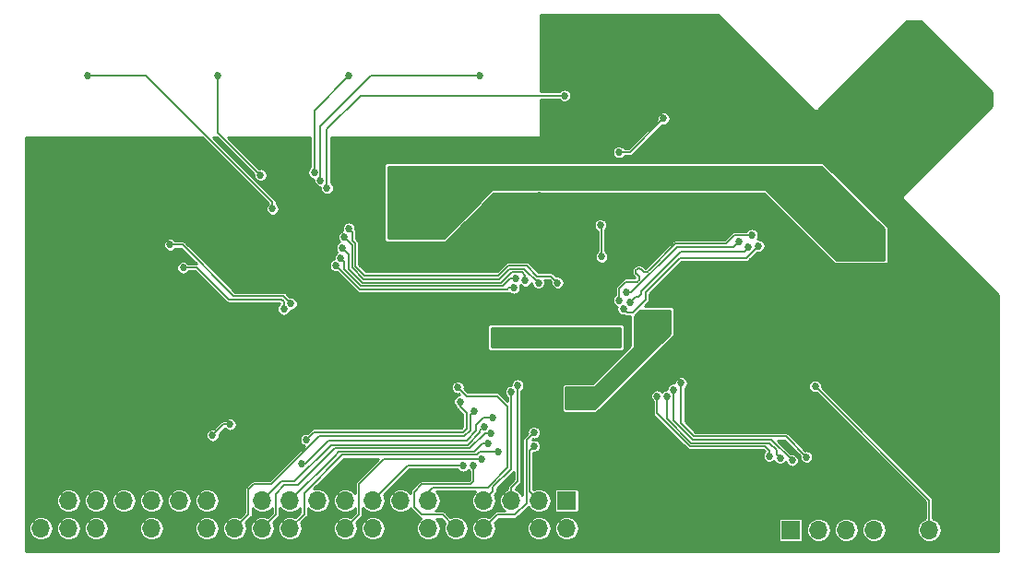
<source format=gbl>
G04 #@! TF.GenerationSoftware,KiCad,Pcbnew,(5.0.0)*
G04 #@! TF.CreationDate,2018-11-02T19:45:53+08:00*
G04 #@! TF.ProjectId,tomu-fpga,746F6D752D667067612E6B696361645F,rev?*
G04 #@! TF.SameCoordinates,Original*
G04 #@! TF.FileFunction,Copper,L2,Bot,Signal*
G04 #@! TF.FilePolarity,Positive*
%FSLAX46Y46*%
G04 Gerber Fmt 4.6, Leading zero omitted, Abs format (unit mm)*
G04 Created by KiCad (PCBNEW (5.0.0)) date 11/02/18 19:45:53*
%MOMM*%
%LPD*%
G01*
G04 APERTURE LIST*
G04 #@! TA.AperFunction,ComponentPad*
%ADD10O,1.700000X1.700000*%
G04 #@! TD*
G04 #@! TA.AperFunction,ComponentPad*
%ADD11R,1.700000X1.700000*%
G04 #@! TD*
G04 #@! TA.AperFunction,ViaPad*
%ADD12C,0.685800*%
G04 #@! TD*
G04 #@! TA.AperFunction,Conductor*
%ADD13C,0.300000*%
G04 #@! TD*
G04 #@! TA.AperFunction,Conductor*
%ADD14C,0.152400*%
G04 #@! TD*
G04 #@! TA.AperFunction,Conductor*
%ADD15C,0.254000*%
G04 #@! TD*
G04 APERTURE END LIST*
D10*
G04 #@! TO.P,J3,6*
G04 #@! TO.N,+3V3*
X108260000Y-77700000D03*
G04 #@! TO.P,J3,5*
G04 #@! TO.N,GND*
X105720000Y-77700000D03*
G04 #@! TO.P,J3,4*
G04 #@! TO.N,/PMOD_4*
X103180000Y-77700000D03*
G04 #@! TO.P,J3,3*
G04 #@! TO.N,/PMOD_3*
X100640000Y-77700000D03*
G04 #@! TO.P,J3,2*
G04 #@! TO.N,/PMOD_2*
X98100000Y-77700000D03*
D11*
G04 #@! TO.P,J3,1*
G04 #@! TO.N,/PMOD_1*
X95560000Y-77700000D03*
G04 #@! TD*
G04 #@! TO.P,J1,1*
G04 #@! TO.N,Net-(J1-Pad1)*
X75000000Y-75000000D03*
D10*
G04 #@! TO.P,J1,2*
G04 #@! TO.N,+5V*
X75000000Y-77540000D03*
G04 #@! TO.P,J1,3*
G04 #@! TO.N,/DBG_7*
X72460000Y-75000000D03*
G04 #@! TO.P,J1,4*
G04 #@! TO.N,+5V*
X72460000Y-77540000D03*
G04 #@! TO.P,J1,5*
G04 #@! TO.N,/DBG_8*
X69920000Y-75000000D03*
G04 #@! TO.P,J1,6*
G04 #@! TO.N,GND*
X69920000Y-77540000D03*
G04 #@! TO.P,J1,7*
G04 #@! TO.N,/DBG_9*
X67380000Y-75000000D03*
G04 #@! TO.P,J1,8*
G04 #@! TO.N,/UART_TX*
X67380000Y-77540000D03*
G04 #@! TO.P,J1,9*
G04 #@! TO.N,GND*
X64840000Y-75000000D03*
G04 #@! TO.P,J1,10*
G04 #@! TO.N,/UART_RX*
X64840000Y-77540000D03*
G04 #@! TO.P,J1,11*
G04 #@! TO.N,/CDONE*
X62300000Y-75000000D03*
G04 #@! TO.P,J1,12*
G04 #@! TO.N,/DBG_4*
X62300000Y-77540000D03*
G04 #@! TO.P,J1,13*
G04 #@! TO.N,/CRESET*
X59760000Y-75000000D03*
G04 #@! TO.P,J1,14*
G04 #@! TO.N,GND*
X59760000Y-77540000D03*
G04 #@! TO.P,J1,15*
G04 #@! TO.N,/DBG_1*
X57220000Y-75000000D03*
G04 #@! TO.P,J1,16*
G04 #@! TO.N,Net-(J1-Pad16)*
X57220000Y-77540000D03*
G04 #@! TO.P,J1,17*
G04 #@! TO.N,Net-(J1-Pad17)*
X54680000Y-75000000D03*
G04 #@! TO.P,J1,18*
G04 #@! TO.N,/SPI_IO2*
X54680000Y-77540000D03*
G04 #@! TO.P,J1,19*
G04 #@! TO.N,/SPI_MOSI*
X52140000Y-75000000D03*
G04 #@! TO.P,J1,20*
G04 #@! TO.N,GND*
X52140000Y-77540000D03*
G04 #@! TO.P,J1,21*
G04 #@! TO.N,/SPI_MISO*
X49600000Y-75000000D03*
G04 #@! TO.P,J1,22*
G04 #@! TO.N,/SPI_IO3*
X49600000Y-77540000D03*
G04 #@! TO.P,J1,23*
G04 #@! TO.N,/SPI_CLK*
X47060000Y-75000000D03*
G04 #@! TO.P,J1,24*
G04 #@! TO.N,/SPI_CS*
X47060000Y-77540000D03*
G04 #@! TO.P,J1,25*
G04 #@! TO.N,GND*
X44520000Y-75000000D03*
G04 #@! TO.P,J1,26*
G04 #@! TO.N,/DBG_10*
X44520000Y-77540000D03*
G04 #@! TO.P,J1,27*
G04 #@! TO.N,Net-(J1-Pad27)*
X41980000Y-75000000D03*
G04 #@! TO.P,J1,28*
G04 #@! TO.N,Net-(J1-Pad28)*
X41980000Y-77540000D03*
G04 #@! TO.P,J1,29*
G04 #@! TO.N,Net-(J1-Pad29)*
X39440000Y-75000000D03*
G04 #@! TO.P,J1,30*
G04 #@! TO.N,GND*
X39440000Y-77540000D03*
G04 #@! TO.P,J1,31*
G04 #@! TO.N,Net-(J1-Pad31)*
X36900000Y-75000000D03*
G04 #@! TO.P,J1,32*
G04 #@! TO.N,Net-(J1-Pad32)*
X36900000Y-77540000D03*
G04 #@! TO.P,J1,33*
G04 #@! TO.N,Net-(J1-Pad33)*
X34360000Y-75000000D03*
G04 #@! TO.P,J1,34*
G04 #@! TO.N,GND*
X34360000Y-77540000D03*
G04 #@! TO.P,J1,35*
G04 #@! TO.N,Net-(J1-Pad35)*
X31820000Y-75000000D03*
G04 #@! TO.P,J1,36*
G04 #@! TO.N,Net-(J1-Pad36)*
X31820000Y-77540000D03*
G04 #@! TO.P,J1,37*
G04 #@! TO.N,Net-(J1-Pad37)*
X29280000Y-75000000D03*
G04 #@! TO.P,J1,38*
G04 #@! TO.N,Net-(J1-Pad38)*
X29280000Y-77540000D03*
G04 #@! TO.P,J1,39*
G04 #@! TO.N,GND*
X26740000Y-75000000D03*
G04 #@! TO.P,J1,40*
G04 #@! TO.N,Net-(J1-Pad40)*
X26740000Y-77540000D03*
G04 #@! TD*
D12*
G04 #@! TO.N,+5V*
X102750000Y-50500000D03*
X101250000Y-51750000D03*
X102500000Y-51500000D03*
X101500000Y-50500000D03*
X62500000Y-49250000D03*
X100500000Y-50800000D03*
X59600000Y-49600000D03*
X59000000Y-48700000D03*
X60000000Y-48700000D03*
X61200000Y-48600000D03*
G04 #@! TO.N,GND*
X89500000Y-77000000D03*
X87000000Y-64500000D03*
X89500000Y-65000000D03*
X94000000Y-67000000D03*
X52500000Y-57000000D03*
X62500000Y-52000000D03*
X60000000Y-59500000D03*
X56500000Y-58500000D03*
X76500000Y-35000000D03*
X79500000Y-35000000D03*
X86500000Y-35000000D03*
X89500000Y-35000000D03*
X86500000Y-49000000D03*
X72500000Y-47000000D03*
X76500000Y-51500000D03*
X99750000Y-39750000D03*
X101000000Y-38250000D03*
X102250000Y-38500000D03*
X101500000Y-39500000D03*
X100750000Y-40500000D03*
X44000000Y-61750000D03*
X38500000Y-69000000D03*
X28750000Y-63250000D03*
X38750000Y-59750000D03*
X72250000Y-62000000D03*
X73000000Y-62000000D03*
X73750000Y-62000000D03*
X74500000Y-62000000D03*
X75250000Y-62000000D03*
X76000000Y-62000000D03*
X76000000Y-57900000D03*
X75250000Y-57900000D03*
X74500000Y-57900000D03*
X73750000Y-57900000D03*
X73000000Y-57900000D03*
X72250000Y-57900000D03*
X70600000Y-52000000D03*
X85100000Y-73900000D03*
X65300000Y-59900000D03*
X56600000Y-60400000D03*
X89900000Y-72000000D03*
X73650000Y-66600000D03*
X72200000Y-71950000D03*
X81100000Y-71200000D03*
X81300000Y-67000000D03*
X81300000Y-69000000D03*
X88400000Y-64500000D03*
X86150000Y-53900000D03*
X67000000Y-52600000D03*
X63000000Y-52700000D03*
X65000000Y-52400000D03*
X57800000Y-50395300D03*
X51900000Y-60000000D03*
G04 #@! TO.N,+3V3*
X97800000Y-64500000D03*
X82600000Y-57800000D03*
X81800000Y-58100000D03*
X82400000Y-58500000D03*
X75200000Y-66300000D03*
X75200000Y-65200000D03*
X75650000Y-65750000D03*
G04 #@! TO.N,+1V2*
X78500000Y-60000000D03*
X68500000Y-59500000D03*
X69300000Y-59500000D03*
X79400000Y-60100000D03*
X79500000Y-59400000D03*
X68500000Y-60300000D03*
G04 #@! TO.N,/SPI_MOSI*
X68200000Y-67400000D03*
X50700000Y-71600000D03*
G04 #@! TO.N,/SPI_IO2*
X67200000Y-71200000D03*
X42500000Y-69000000D03*
X44099899Y-68000000D03*
G04 #@! TO.N,/DBG_1*
X65500000Y-71800000D03*
G04 #@! TO.N,/CRESET*
X65200000Y-65900000D03*
X39800000Y-53600000D03*
X51100000Y-69400000D03*
X49029438Y-57402921D03*
G04 #@! TO.N,/CDONE*
X65000000Y-64600000D03*
X38600000Y-51500000D03*
X49700000Y-56900000D03*
G04 #@! TO.N,/UART_RX*
X66450289Y-71771500D03*
G04 #@! TO.N,/UART_TX*
X72000000Y-68750000D03*
G04 #@! TO.N,/SPI_CS*
X68000000Y-68800000D03*
G04 #@! TO.N,/ICE_USBN*
X91695888Y-51695888D03*
X80800000Y-56800000D03*
G04 #@! TO.N,/ICE_USBP*
X80500000Y-55900000D03*
X90800000Y-51200000D03*
G04 #@! TO.N,Net-(SW2-Pad1)*
X53800000Y-53400000D03*
X48000000Y-48200000D03*
X31000000Y-36000000D03*
X70150000Y-55462500D03*
G04 #@! TO.N,Net-(SW2-Pad2)*
X54264950Y-52702574D03*
X43000000Y-36000000D03*
X46900000Y-45100000D03*
X70300000Y-54600000D03*
G04 #@! TO.N,Net-(SW2-Pad3)*
X71200000Y-54800000D03*
X54400000Y-51800000D03*
X55000000Y-36000000D03*
X51828500Y-44872237D03*
G04 #@! TO.N,Net-(SW2-Pad4)*
X72400000Y-55000000D03*
X67000000Y-36000000D03*
X54599490Y-50799745D03*
X52400000Y-45600000D03*
G04 #@! TO.N,/SPI_MISO*
X67750000Y-69750000D03*
G04 #@! TO.N,/SPI_CLK*
X67400000Y-68200000D03*
G04 #@! TO.N,/SPI_IO3*
X68750000Y-70500000D03*
G04 #@! TO.N,/DBG_10*
X66500000Y-66800000D03*
G04 #@! TO.N,/DBG_9*
X69900000Y-65000000D03*
G04 #@! TO.N,/DBG_8*
X70500000Y-64400000D03*
G04 #@! TO.N,/DBG_7*
X72000000Y-70000000D03*
G04 #@! TO.N,Net-(SW3-Pad1)*
X79800000Y-43000000D03*
X78100000Y-49700000D03*
X78200000Y-52600000D03*
X83900000Y-39900000D03*
G04 #@! TO.N,Net-(SW4-Pad1)*
X74164001Y-54993561D03*
X55000000Y-50000000D03*
X74800000Y-37800000D03*
X53000000Y-46300000D03*
G04 #@! TO.N,/PU_CTRL_USBP*
X92000000Y-50600000D03*
X79800000Y-56600000D03*
G04 #@! TO.N,/PU_CTRL_USBN*
X80200000Y-57400000D03*
X92600000Y-51600000D03*
G04 #@! TO.N,/PMOD_4*
X97000000Y-71000000D03*
X85500000Y-64200000D03*
G04 #@! TO.N,/PMOD_2*
X94600000Y-71100000D03*
X84200000Y-65400000D03*
G04 #@! TO.N,/PMOD_3*
X95700000Y-71300000D03*
X84800000Y-64800000D03*
G04 #@! TO.N,/PMOD_1*
X93600000Y-70900000D03*
X83300000Y-65400000D03*
G04 #@! TD*
D13*
G04 #@! TO.N,GND*
X102250000Y-38750000D02*
X101500000Y-39500000D01*
X102250000Y-38500000D02*
X102250000Y-38750000D01*
X101000000Y-39000000D02*
X101500000Y-39500000D01*
X101000000Y-38250000D02*
X101000000Y-39000000D01*
D14*
G04 #@! TO.N,+3V3*
X108260000Y-77700000D02*
X108260000Y-74960000D01*
X108260000Y-74960000D02*
X97800000Y-64500000D01*
X82300000Y-57900000D02*
X82600000Y-57800000D01*
X81800000Y-58100000D02*
X82300000Y-57900000D01*
X82800000Y-58000000D02*
X82600000Y-57800000D01*
X82400000Y-58500000D02*
X82800000Y-58000000D01*
D13*
G04 #@! TO.N,+1V2*
X69300000Y-59500000D02*
X68500000Y-59500000D01*
D14*
X79600000Y-59600000D02*
X79400000Y-60100000D01*
X79500000Y-59400000D02*
X79600000Y-59600000D01*
G04 #@! TO.N,/SPI_MOSI*
X67354178Y-67400000D02*
X66700000Y-68054178D01*
X68200000Y-67400000D02*
X67354178Y-67400000D01*
X66700000Y-68054178D02*
X66700000Y-68600000D01*
X66700000Y-68600000D02*
X65800000Y-69500000D01*
X65800000Y-69500000D02*
X53100000Y-69500000D01*
X53100000Y-69500000D02*
X51000000Y-71600000D01*
X51000000Y-71600000D02*
X50700000Y-71600000D01*
G04 #@! TO.N,/SPI_IO2*
X67200000Y-71200000D02*
X58200000Y-71200000D01*
X55529999Y-76690001D02*
X54680000Y-77540000D01*
X55758601Y-76461399D02*
X55529999Y-76690001D01*
X54680000Y-77540000D02*
X55758601Y-76461399D01*
X43500000Y-68000000D02*
X42500000Y-69000000D01*
X44099899Y-68000000D02*
X43500000Y-68000000D01*
X54680000Y-77540000D02*
X55920000Y-76300000D01*
X55920000Y-73480000D02*
X56100000Y-73300000D01*
X55920000Y-76300000D02*
X55920000Y-73480000D01*
X58200000Y-71200000D02*
X56100000Y-73300000D01*
G04 #@! TO.N,/DBG_1*
X60420000Y-71800000D02*
X57220000Y-75000000D01*
X65500000Y-71800000D02*
X60420000Y-71800000D01*
G04 #@! TO.N,/CRESET*
X41041776Y-53600000D02*
X39800000Y-53600000D01*
X65200000Y-66384933D02*
X65200000Y-65900000D01*
X65800000Y-66984933D02*
X65200000Y-66384933D01*
X65800000Y-68400000D02*
X65800000Y-66984933D01*
X65500000Y-68700000D02*
X65800000Y-68400000D01*
X51800000Y-68700000D02*
X65500000Y-68700000D01*
X51100000Y-69400000D02*
X51800000Y-68700000D01*
X49029438Y-57402921D02*
X49029438Y-56734248D01*
X43946586Y-56504810D02*
X43441776Y-56000000D01*
X48800000Y-56504810D02*
X43946586Y-56504810D01*
X49029438Y-56734248D02*
X48800000Y-56504810D01*
X43441776Y-56000000D02*
X41041776Y-53600000D01*
G04 #@! TO.N,/CDONE*
X62300000Y-74200000D02*
X62695190Y-73804810D01*
X62695190Y-73804810D02*
X67764124Y-73804810D01*
X67764124Y-73804810D02*
X69595190Y-71973744D01*
X68600000Y-65400000D02*
X65800000Y-65400000D01*
X69595190Y-71973744D02*
X69595190Y-66395190D01*
X65800000Y-65400000D02*
X65000000Y-64600000D01*
X62300000Y-75000000D02*
X62300000Y-74200000D01*
X69595190Y-66395190D02*
X68600000Y-65400000D01*
X38600000Y-51500000D02*
X39750000Y-51500000D01*
X49000000Y-56200000D02*
X44450000Y-56200000D01*
X49700000Y-56900000D02*
X49000000Y-56200000D01*
X39750000Y-51500000D02*
X44450000Y-56200000D01*
G04 #@! TO.N,/UART_RX*
X61700000Y-76300000D02*
X63600000Y-76300000D01*
X63600000Y-76300000D02*
X64840000Y-77540000D01*
X66450289Y-73249711D02*
X66200000Y-73500000D01*
X66200000Y-73500000D02*
X61700000Y-73500000D01*
X61700000Y-73500000D02*
X61000000Y-74200000D01*
X66450289Y-71771500D02*
X66450289Y-73249711D01*
X61000000Y-74200000D02*
X61000000Y-75600000D01*
X61000000Y-75600000D02*
X61700000Y-76300000D01*
G04 #@! TO.N,/UART_TX*
X68620000Y-76300000D02*
X67380000Y-77540000D01*
X70216330Y-76300000D02*
X68620000Y-76300000D01*
X71300000Y-75216330D02*
X70216330Y-76300000D01*
X71300000Y-69450000D02*
X71300000Y-75216330D01*
X72000000Y-68750000D02*
X71300000Y-69450000D01*
G04 #@! TO.N,/SPI_CS*
X48300000Y-76300000D02*
X47060000Y-77540000D01*
X48300000Y-74400000D02*
X48300000Y-76300000D01*
X49100000Y-73600000D02*
X48300000Y-74400000D01*
X50300000Y-73600000D02*
X49100000Y-73600000D01*
X53709620Y-70190380D02*
X50300000Y-73600000D01*
X67490380Y-68800000D02*
X68000000Y-68800000D01*
X66100000Y-70190380D02*
X67490380Y-68800000D01*
X66100000Y-70190380D02*
X53709620Y-70190380D01*
G04 #@! TO.N,/ICE_USBN*
X81300000Y-56300000D02*
X80800000Y-56800000D01*
X81315452Y-56287676D02*
X81300000Y-56300000D01*
X81333260Y-56279100D02*
X81315452Y-56287676D01*
X81352530Y-56274702D02*
X81333260Y-56279100D01*
X81372295Y-56274702D02*
X81352530Y-56274702D01*
X81409372Y-56287676D02*
X81391564Y-56279100D01*
X81497121Y-56325297D02*
X81477355Y-56325297D01*
X81516390Y-56320899D02*
X81497121Y-56325297D01*
X81534198Y-56312324D02*
X81516390Y-56320899D01*
X81849089Y-56000561D02*
X81549651Y-56300000D01*
X81440278Y-56312324D02*
X81409372Y-56287676D01*
X81836764Y-55766361D02*
X81828189Y-55784169D01*
X81861412Y-55985108D02*
X81849089Y-56000561D01*
X81828189Y-55784169D02*
X81823791Y-55803438D01*
X81849088Y-55750908D02*
X81836764Y-55766361D01*
X81391564Y-56279100D02*
X81372295Y-56274702D01*
X81869988Y-55967300D02*
X81861412Y-55985108D01*
X85500000Y-52100000D02*
X82148528Y-55451471D01*
X82148528Y-55451471D02*
X81849088Y-55750908D01*
X81861412Y-55891188D02*
X81869988Y-55908996D01*
X91695888Y-51695888D02*
X91291776Y-52100000D01*
X91291776Y-52100000D02*
X85500000Y-52100000D01*
X81869988Y-55908996D02*
X81874386Y-55928266D01*
X81458086Y-56320899D02*
X81440278Y-56312324D01*
X81823791Y-55803438D02*
X81823791Y-55823204D01*
X81823791Y-55823204D02*
X81828189Y-55842473D01*
X81828189Y-55842473D02*
X81836764Y-55860281D01*
X81836764Y-55860281D02*
X81861412Y-55891188D01*
X81549651Y-56300000D02*
X81534198Y-56312324D01*
X81874386Y-55928266D02*
X81874386Y-55948031D01*
X81477355Y-56325297D02*
X81458086Y-56320899D01*
X81874386Y-55948031D02*
X81869988Y-55967300D01*
G04 #@! TO.N,/ICE_USBP*
X80931066Y-55900000D02*
X80500000Y-55900000D01*
X85119966Y-51711100D02*
X80931066Y-55900000D01*
X90800000Y-51200000D02*
X90288900Y-51711100D01*
X90288900Y-51711100D02*
X85119966Y-51711100D01*
G04 #@! TO.N,Net-(SW2-Pad1)*
X56000000Y-55600000D02*
X53800000Y-53400000D01*
X36400000Y-36000000D02*
X31000000Y-36000000D01*
X48000000Y-48200000D02*
X48000000Y-47600000D01*
X48000000Y-47600000D02*
X36400000Y-36000000D01*
X69527567Y-55600000D02*
X68250000Y-55600000D01*
X69665067Y-55462500D02*
X69527567Y-55600000D01*
X70150000Y-55462500D02*
X69665067Y-55462500D01*
X68600000Y-55600000D02*
X68250000Y-55600000D01*
X68250000Y-55600000D02*
X56000000Y-55600000D01*
X69527567Y-55600000D02*
X56000000Y-55600000D01*
G04 #@! TO.N,Net-(SW2-Pad2)*
X43000000Y-41200000D02*
X43000000Y-36000000D01*
X46900000Y-45100000D02*
X43000000Y-41200000D01*
X69119877Y-55295190D02*
X56126256Y-55295190D01*
X70300000Y-54600000D02*
X69815067Y-54600000D01*
X69815067Y-54600000D02*
X69119877Y-55295190D01*
X56126256Y-55295190D02*
X54607849Y-53776783D01*
X54607849Y-53045473D02*
X54264950Y-52702574D01*
X54607849Y-53776783D02*
X54607849Y-53045473D01*
G04 #@! TO.N,Net-(SW2-Pad3)*
X51828500Y-39171500D02*
X55000000Y-36000000D01*
X51828500Y-44872237D02*
X51828500Y-39171500D01*
X54400000Y-51800000D02*
X55000000Y-52400000D01*
X55000000Y-52400000D02*
X55000000Y-53737868D01*
X55000000Y-53737868D02*
X56252512Y-54990380D01*
X56252512Y-54990380D02*
X68993621Y-54990380D01*
X68993621Y-54990380D02*
X69955502Y-54028499D01*
X70913432Y-54028499D02*
X69955502Y-54028499D01*
X71200000Y-54315067D02*
X70913432Y-54028499D01*
X71200000Y-54800000D02*
X71200000Y-54315067D01*
G04 #@! TO.N,Net-(SW2-Pad4)*
X55304809Y-51505064D02*
X54599490Y-50799745D01*
X55304810Y-53611612D02*
X55304809Y-51505064D01*
X72400000Y-55000000D02*
X72400000Y-54923112D01*
X52400000Y-42600000D02*
X52400000Y-45600000D01*
X52400000Y-40600000D02*
X52400000Y-42600000D01*
X57000000Y-36000000D02*
X52400000Y-40600000D01*
X67000000Y-36000000D02*
X57000000Y-36000000D01*
X71123689Y-53723689D02*
X69745245Y-53723689D01*
X72400000Y-55000000D02*
X71123689Y-53723689D01*
X69745245Y-53723689D02*
X68783364Y-54685570D01*
X68783364Y-54685570D02*
X56378768Y-54685570D01*
X56378768Y-54685570D02*
X55304810Y-53611612D01*
G04 #@! TO.N,/SPI_MISO*
X67750000Y-69750000D02*
X67250000Y-69750000D01*
X54104810Y-70495190D02*
X53700000Y-70900000D01*
X66504810Y-70495190D02*
X54104810Y-70495190D01*
X67250000Y-69750000D02*
X66504810Y-70495190D01*
X53700000Y-70900000D02*
X49600000Y-75000000D01*
G04 #@! TO.N,/SPI_CLK*
X48800000Y-73260000D02*
X47060000Y-75000000D01*
X67400000Y-68200000D02*
X67057101Y-68542899D01*
X67057101Y-68542899D02*
X67057101Y-68742899D01*
X67057101Y-68742899D02*
X65914430Y-69885570D01*
X54300000Y-69885570D02*
X53885570Y-69885570D01*
X65914430Y-69885570D02*
X54300000Y-69885570D01*
X53374430Y-69885570D02*
X50000000Y-73260000D01*
X53700000Y-69885570D02*
X53374430Y-69885570D01*
X50000000Y-73260000D02*
X48800000Y-73260000D01*
X54300000Y-69885570D02*
X53700000Y-69885570D01*
G04 #@! TO.N,/SPI_IO3*
X50900000Y-76240000D02*
X49600000Y-77540000D01*
X50900000Y-74300000D02*
X50900000Y-76240000D01*
X54400000Y-70800000D02*
X50900000Y-74300000D01*
X66754178Y-70800000D02*
X54400000Y-70800000D01*
X67054178Y-70500000D02*
X66754178Y-70800000D01*
X68750000Y-70500000D02*
X67054178Y-70500000D01*
G04 #@! TO.N,/DBG_10*
X66157101Y-67142899D02*
X66500000Y-66800000D01*
X66157101Y-68542899D02*
X66157101Y-67142899D01*
X65600000Y-69100000D02*
X66157101Y-68542899D01*
X44520000Y-77540000D02*
X45800000Y-76260000D01*
X45800000Y-76260000D02*
X45800000Y-74000000D01*
X45800000Y-74000000D02*
X46300000Y-73500000D01*
X46300000Y-73500000D02*
X47900000Y-73500000D01*
X47900000Y-73500000D02*
X52300000Y-69100000D01*
X52300000Y-69100000D02*
X65600000Y-69100000D01*
G04 #@! TO.N,/DBG_9*
X68229999Y-73770001D02*
X69900000Y-72100000D01*
X68229999Y-74150001D02*
X68229999Y-73770001D01*
X67380000Y-75000000D02*
X68229999Y-74150001D01*
X69900000Y-72100000D02*
X69900000Y-65000000D01*
G04 #@! TO.N,/DBG_8*
X70500000Y-73217919D02*
X70500000Y-64400000D01*
X69920000Y-75000000D02*
X69920000Y-73797919D01*
X69920000Y-73797919D02*
X70500000Y-73217919D01*
G04 #@! TO.N,/DBG_7*
X71642899Y-70342899D02*
X71604810Y-70380988D01*
X72000000Y-70000000D02*
X71657101Y-70342899D01*
X71657101Y-70342899D02*
X71642899Y-70342899D01*
X71604810Y-74144810D02*
X72460000Y-75000000D01*
X71604810Y-70380988D02*
X71604810Y-74144810D01*
G04 #@! TO.N,Net-(SW3-Pad1)*
X78200000Y-49800000D02*
X78100000Y-49700000D01*
X78200000Y-52600000D02*
X78200000Y-49800000D01*
X79800000Y-43000000D02*
X80800000Y-43000000D01*
X80800000Y-43000000D02*
X83900000Y-39900000D01*
G04 #@! TO.N,Net-(SW4-Pad1)*
X73570440Y-54400000D02*
X74164001Y-54993561D01*
X72307954Y-54400000D02*
X73570440Y-54400000D01*
X55342899Y-50342899D02*
X55342899Y-51112088D01*
X55000000Y-50000000D02*
X55342899Y-50342899D01*
X55342899Y-51112088D02*
X55609619Y-51378808D01*
X55609619Y-51378808D02*
X55609619Y-53485355D01*
X53000000Y-40900000D02*
X53000000Y-46300000D01*
X56100000Y-37800000D02*
X53000000Y-40900000D01*
X74800000Y-37800000D02*
X56100000Y-37800000D01*
X72307954Y-54400000D02*
X71307954Y-53400000D01*
X71307954Y-53400000D02*
X69637868Y-53400000D01*
X68737868Y-54300000D02*
X56424264Y-54300000D01*
X69637868Y-53400000D02*
X68737868Y-54300000D01*
X56424264Y-54300000D02*
X55609619Y-53485355D01*
G04 #@! TO.N,/PU_CTRL_USBP*
X82554592Y-53845408D02*
X84993710Y-51406290D01*
X82448528Y-53951473D02*
X82554592Y-53845408D01*
X82396007Y-53993360D02*
X82448528Y-53951473D01*
X82269987Y-54037456D02*
X82335482Y-54022506D01*
X82202809Y-54037455D02*
X82269987Y-54037456D01*
X82076789Y-53993359D02*
X82137314Y-54022507D01*
X81834529Y-53761738D02*
X82024265Y-53951474D01*
X81721481Y-53690705D02*
X81782006Y-53719853D01*
X82024265Y-53951474D02*
X82076789Y-53993359D01*
X81655986Y-53675757D02*
X81721481Y-53690705D01*
X81523313Y-53690706D02*
X81588808Y-53675756D01*
X81782006Y-53719853D02*
X81834529Y-53761738D01*
X81410265Y-53761737D02*
X81462788Y-53719852D01*
X81368379Y-53814259D02*
X81410265Y-53761737D01*
X81339231Y-53874786D02*
X81368379Y-53814259D01*
X82137314Y-54022507D02*
X82202809Y-54037455D01*
X81641886Y-54747478D02*
X81671032Y-54686953D01*
X81600000Y-54800000D02*
X81641886Y-54747478D01*
X81500000Y-54900000D02*
X81600000Y-54800000D01*
X81671033Y-54488785D02*
X81641885Y-54428260D01*
X81600000Y-54375736D02*
X81410265Y-54186001D01*
X81462788Y-53719852D02*
X81523313Y-53690706D01*
X80400000Y-54900000D02*
X81500000Y-54900000D01*
X81671032Y-54686953D02*
X81685982Y-54621458D01*
X79800000Y-56600000D02*
X79800000Y-55500000D01*
X81324283Y-53940279D02*
X81339231Y-53874786D01*
X79800000Y-55500000D02*
X80400000Y-54900000D01*
X81410265Y-54186001D02*
X81368378Y-54133479D01*
X81368378Y-54133479D02*
X81339232Y-54072952D01*
X81588808Y-53675756D02*
X81655986Y-53675757D01*
X81685982Y-54621458D02*
X81685981Y-54554280D01*
X81685981Y-54554280D02*
X81671033Y-54488785D01*
X81641885Y-54428260D02*
X81600000Y-54375736D01*
X82335482Y-54022506D02*
X82396007Y-53993360D01*
X81324282Y-54007459D02*
X81324283Y-53940279D01*
X81339232Y-54072952D02*
X81324282Y-54007459D01*
X84993710Y-51406290D02*
X89593710Y-51406290D01*
X89593710Y-51406290D02*
X90400000Y-50600000D01*
X90400000Y-50600000D02*
X92000000Y-50600000D01*
G04 #@! TO.N,/PU_CTRL_USBN*
X85400000Y-52700000D02*
X91500000Y-52700000D01*
X82221841Y-55878159D02*
X85400000Y-52700000D01*
X82221841Y-56578159D02*
X82221841Y-55878159D01*
X81057101Y-57742899D02*
X82221841Y-56578159D01*
X80200000Y-57400000D02*
X80542899Y-57742899D01*
X80542899Y-57742899D02*
X81057101Y-57742899D01*
X91500000Y-52700000D02*
X92600000Y-51600000D01*
G04 #@! TO.N,/PMOD_4*
X95100000Y-69100000D02*
X97000000Y-71000000D01*
X85500000Y-67900000D02*
X86700000Y-69100000D01*
X85500000Y-64200000D02*
X85500000Y-67900000D01*
X86700000Y-69100000D02*
X95100000Y-69100000D01*
G04 #@! TO.N,/PMOD_2*
X94257101Y-70757101D02*
X94600000Y-71100000D01*
X94257101Y-70357101D02*
X94257101Y-70757101D01*
X93609620Y-69709620D02*
X94257101Y-70357101D01*
X86447488Y-69709620D02*
X93609620Y-69709620D01*
X84200000Y-67462132D02*
X86447488Y-69709620D01*
X84200000Y-65400000D02*
X84200000Y-67462132D01*
G04 #@! TO.N,/PMOD_3*
X93804810Y-69404810D02*
X95700000Y-71300000D01*
X84800000Y-64800000D02*
X84800000Y-67631066D01*
X84800000Y-67631066D02*
X86573744Y-69404810D01*
X86573744Y-69404810D02*
X93804810Y-69404810D01*
G04 #@! TO.N,/PMOD_1*
X93600000Y-70415067D02*
X93600000Y-70900000D01*
X93199363Y-70014430D02*
X93600000Y-70415067D01*
X86321232Y-70014430D02*
X93199363Y-70014430D01*
X83300000Y-66993198D02*
X86321232Y-70014430D01*
X83300000Y-65400000D02*
X83300000Y-66993198D01*
G04 #@! TD*
D15*
G04 #@! TO.N,+1V2*
G36*
X79873000Y-60873000D02*
X68127000Y-60873000D01*
X68127000Y-59127000D01*
X79873000Y-59127000D01*
X79873000Y-60873000D01*
X79873000Y-60873000D01*
G37*
X79873000Y-60873000D02*
X68127000Y-60873000D01*
X68127000Y-59127000D01*
X79873000Y-59127000D01*
X79873000Y-60873000D01*
G04 #@! TO.N,GND*
G36*
X97585914Y-39089374D02*
X97597053Y-39102947D01*
X97610626Y-39114086D01*
X97610632Y-39114092D01*
X97651260Y-39147434D01*
X97713105Y-39180491D01*
X97780212Y-39200848D01*
X97849999Y-39207722D01*
X97850000Y-39207722D01*
X97919787Y-39200848D01*
X97986894Y-39180491D01*
X98048739Y-39147434D01*
X98089367Y-39114092D01*
X98089369Y-39114090D01*
X98102947Y-39102947D01*
X98114090Y-39089369D01*
X106197460Y-31006000D01*
X107502541Y-31006000D01*
X113994001Y-37497461D01*
X113994000Y-38802540D01*
X105910633Y-46885908D01*
X105897053Y-46897053D01*
X105885910Y-46910631D01*
X105885908Y-46910633D01*
X105852566Y-46951261D01*
X105819509Y-47013106D01*
X105799152Y-47080213D01*
X105792278Y-47150000D01*
X105799152Y-47219787D01*
X105819509Y-47286894D01*
X105852566Y-47348739D01*
X105897053Y-47402947D01*
X105910631Y-47414090D01*
X114594000Y-56097460D01*
X114594001Y-79644000D01*
X25356000Y-79644000D01*
X25356000Y-77540000D01*
X25603528Y-77540000D01*
X25625365Y-77761715D01*
X25690037Y-77974909D01*
X25795058Y-78171390D01*
X25936393Y-78343607D01*
X26108610Y-78484942D01*
X26305091Y-78589963D01*
X26518285Y-78654635D01*
X26684442Y-78671000D01*
X26795558Y-78671000D01*
X26961715Y-78654635D01*
X27174909Y-78589963D01*
X27371390Y-78484942D01*
X27543607Y-78343607D01*
X27684942Y-78171390D01*
X27789963Y-77974909D01*
X27854635Y-77761715D01*
X27876472Y-77540000D01*
X28143528Y-77540000D01*
X28165365Y-77761715D01*
X28230037Y-77974909D01*
X28335058Y-78171390D01*
X28476393Y-78343607D01*
X28648610Y-78484942D01*
X28845091Y-78589963D01*
X29058285Y-78654635D01*
X29224442Y-78671000D01*
X29335558Y-78671000D01*
X29501715Y-78654635D01*
X29714909Y-78589963D01*
X29911390Y-78484942D01*
X30083607Y-78343607D01*
X30224942Y-78171390D01*
X30329963Y-77974909D01*
X30394635Y-77761715D01*
X30416472Y-77540000D01*
X30683528Y-77540000D01*
X30705365Y-77761715D01*
X30770037Y-77974909D01*
X30875058Y-78171390D01*
X31016393Y-78343607D01*
X31188610Y-78484942D01*
X31385091Y-78589963D01*
X31598285Y-78654635D01*
X31764442Y-78671000D01*
X31875558Y-78671000D01*
X32041715Y-78654635D01*
X32254909Y-78589963D01*
X32451390Y-78484942D01*
X32623607Y-78343607D01*
X32764942Y-78171390D01*
X32869963Y-77974909D01*
X32934635Y-77761715D01*
X32956472Y-77540000D01*
X35763528Y-77540000D01*
X35785365Y-77761715D01*
X35850037Y-77974909D01*
X35955058Y-78171390D01*
X36096393Y-78343607D01*
X36268610Y-78484942D01*
X36465091Y-78589963D01*
X36678285Y-78654635D01*
X36844442Y-78671000D01*
X36955558Y-78671000D01*
X37121715Y-78654635D01*
X37334909Y-78589963D01*
X37531390Y-78484942D01*
X37703607Y-78343607D01*
X37844942Y-78171390D01*
X37949963Y-77974909D01*
X38014635Y-77761715D01*
X38036472Y-77540000D01*
X40843528Y-77540000D01*
X40865365Y-77761715D01*
X40930037Y-77974909D01*
X41035058Y-78171390D01*
X41176393Y-78343607D01*
X41348610Y-78484942D01*
X41545091Y-78589963D01*
X41758285Y-78654635D01*
X41924442Y-78671000D01*
X42035558Y-78671000D01*
X42201715Y-78654635D01*
X42414909Y-78589963D01*
X42611390Y-78484942D01*
X42783607Y-78343607D01*
X42924942Y-78171390D01*
X43029963Y-77974909D01*
X43094635Y-77761715D01*
X43116472Y-77540000D01*
X43383528Y-77540000D01*
X43405365Y-77761715D01*
X43470037Y-77974909D01*
X43575058Y-78171390D01*
X43716393Y-78343607D01*
X43888610Y-78484942D01*
X44085091Y-78589963D01*
X44298285Y-78654635D01*
X44464442Y-78671000D01*
X44575558Y-78671000D01*
X44741715Y-78654635D01*
X44954909Y-78589963D01*
X45151390Y-78484942D01*
X45323607Y-78343607D01*
X45464942Y-78171390D01*
X45569963Y-77974909D01*
X45634635Y-77761715D01*
X45656472Y-77540000D01*
X45634635Y-77318285D01*
X45569963Y-77105091D01*
X45531683Y-77033474D01*
X46040179Y-76524978D01*
X46053799Y-76513800D01*
X46064978Y-76500179D01*
X46064983Y-76500174D01*
X46081397Y-76480173D01*
X46098438Y-76459410D01*
X46131606Y-76397356D01*
X46152031Y-76330023D01*
X46157200Y-76277544D01*
X46157200Y-76277537D01*
X46158927Y-76260001D01*
X46157200Y-76242465D01*
X46157200Y-75682740D01*
X46256393Y-75803607D01*
X46428610Y-75944942D01*
X46625091Y-76049963D01*
X46838285Y-76114635D01*
X47004442Y-76131000D01*
X47115558Y-76131000D01*
X47281715Y-76114635D01*
X47494909Y-76049963D01*
X47691390Y-75944942D01*
X47863607Y-75803607D01*
X47942801Y-75707109D01*
X47942801Y-76152042D01*
X47566526Y-76528317D01*
X47494909Y-76490037D01*
X47281715Y-76425365D01*
X47115558Y-76409000D01*
X47004442Y-76409000D01*
X46838285Y-76425365D01*
X46625091Y-76490037D01*
X46428610Y-76595058D01*
X46256393Y-76736393D01*
X46115058Y-76908610D01*
X46010037Y-77105091D01*
X45945365Y-77318285D01*
X45923528Y-77540000D01*
X45945365Y-77761715D01*
X46010037Y-77974909D01*
X46115058Y-78171390D01*
X46256393Y-78343607D01*
X46428610Y-78484942D01*
X46625091Y-78589963D01*
X46838285Y-78654635D01*
X47004442Y-78671000D01*
X47115558Y-78671000D01*
X47281715Y-78654635D01*
X47494909Y-78589963D01*
X47691390Y-78484942D01*
X47863607Y-78343607D01*
X48004942Y-78171390D01*
X48109963Y-77974909D01*
X48174635Y-77761715D01*
X48196472Y-77540000D01*
X48174635Y-77318285D01*
X48109963Y-77105091D01*
X48071683Y-77033474D01*
X48540175Y-76564982D01*
X48553800Y-76553800D01*
X48598438Y-76499410D01*
X48631606Y-76437356D01*
X48652031Y-76370023D01*
X48657200Y-76317544D01*
X48657200Y-76317536D01*
X48658927Y-76300000D01*
X48657200Y-76282464D01*
X48657200Y-75634000D01*
X48796393Y-75803607D01*
X48968610Y-75944942D01*
X49165091Y-76049963D01*
X49378285Y-76114635D01*
X49544442Y-76131000D01*
X49655558Y-76131000D01*
X49821715Y-76114635D01*
X50034909Y-76049963D01*
X50231390Y-75944942D01*
X50403607Y-75803607D01*
X50542801Y-75633999D01*
X50542801Y-76092042D01*
X50106526Y-76528317D01*
X50034909Y-76490037D01*
X49821715Y-76425365D01*
X49655558Y-76409000D01*
X49544442Y-76409000D01*
X49378285Y-76425365D01*
X49165091Y-76490037D01*
X48968610Y-76595058D01*
X48796393Y-76736393D01*
X48655058Y-76908610D01*
X48550037Y-77105091D01*
X48485365Y-77318285D01*
X48463528Y-77540000D01*
X48485365Y-77761715D01*
X48550037Y-77974909D01*
X48655058Y-78171390D01*
X48796393Y-78343607D01*
X48968610Y-78484942D01*
X49165091Y-78589963D01*
X49378285Y-78654635D01*
X49544442Y-78671000D01*
X49655558Y-78671000D01*
X49821715Y-78654635D01*
X50034909Y-78589963D01*
X50231390Y-78484942D01*
X50403607Y-78343607D01*
X50544942Y-78171390D01*
X50649963Y-77974909D01*
X50714635Y-77761715D01*
X50736472Y-77540000D01*
X50714635Y-77318285D01*
X50649963Y-77105091D01*
X50611683Y-77033474D01*
X51140175Y-76504982D01*
X51153800Y-76493800D01*
X51198438Y-76439410D01*
X51231606Y-76377356D01*
X51237358Y-76358395D01*
X51252031Y-76310024D01*
X51255230Y-76277543D01*
X51257200Y-76257544D01*
X51257200Y-76257536D01*
X51258927Y-76240000D01*
X51257200Y-76222464D01*
X51257200Y-75707110D01*
X51336393Y-75803607D01*
X51508610Y-75944942D01*
X51705091Y-76049963D01*
X51918285Y-76114635D01*
X52084442Y-76131000D01*
X52195558Y-76131000D01*
X52361715Y-76114635D01*
X52574909Y-76049963D01*
X52771390Y-75944942D01*
X52943607Y-75803607D01*
X53084942Y-75631390D01*
X53189963Y-75434909D01*
X53254635Y-75221715D01*
X53276472Y-75000000D01*
X53254635Y-74778285D01*
X53189963Y-74565091D01*
X53084942Y-74368610D01*
X52943607Y-74196393D01*
X52771390Y-74055058D01*
X52574909Y-73950037D01*
X52361715Y-73885365D01*
X52195558Y-73869000D01*
X52084442Y-73869000D01*
X51918285Y-73885365D01*
X51776904Y-73928253D01*
X54547957Y-71157200D01*
X57737643Y-71157200D01*
X55835016Y-73059827D01*
X55835012Y-73059832D01*
X55679821Y-73215022D01*
X55666201Y-73226200D01*
X55655023Y-73239820D01*
X55655016Y-73239827D01*
X55638603Y-73259827D01*
X55621563Y-73280590D01*
X55610353Y-73301563D01*
X55588394Y-73342645D01*
X55567969Y-73409977D01*
X55561073Y-73480000D01*
X55562801Y-73497546D01*
X55562801Y-74292891D01*
X55483607Y-74196393D01*
X55311390Y-74055058D01*
X55114909Y-73950037D01*
X54901715Y-73885365D01*
X54735558Y-73869000D01*
X54624442Y-73869000D01*
X54458285Y-73885365D01*
X54245091Y-73950037D01*
X54048610Y-74055058D01*
X53876393Y-74196393D01*
X53735058Y-74368610D01*
X53630037Y-74565091D01*
X53565365Y-74778285D01*
X53543528Y-75000000D01*
X53565365Y-75221715D01*
X53630037Y-75434909D01*
X53735058Y-75631390D01*
X53876393Y-75803607D01*
X54048610Y-75944942D01*
X54245091Y-76049963D01*
X54458285Y-76114635D01*
X54624442Y-76131000D01*
X54735558Y-76131000D01*
X54901715Y-76114635D01*
X55114909Y-76049963D01*
X55311390Y-75944942D01*
X55483607Y-75803607D01*
X55562800Y-75707110D01*
X55562800Y-76152043D01*
X55186526Y-76528317D01*
X55114909Y-76490037D01*
X54901715Y-76425365D01*
X54735558Y-76409000D01*
X54624442Y-76409000D01*
X54458285Y-76425365D01*
X54245091Y-76490037D01*
X54048610Y-76595058D01*
X53876393Y-76736393D01*
X53735058Y-76908610D01*
X53630037Y-77105091D01*
X53565365Y-77318285D01*
X53543528Y-77540000D01*
X53565365Y-77761715D01*
X53630037Y-77974909D01*
X53735058Y-78171390D01*
X53876393Y-78343607D01*
X54048610Y-78484942D01*
X54245091Y-78589963D01*
X54458285Y-78654635D01*
X54624442Y-78671000D01*
X54735558Y-78671000D01*
X54901715Y-78654635D01*
X55114909Y-78589963D01*
X55311390Y-78484942D01*
X55483607Y-78343607D01*
X55624942Y-78171390D01*
X55729963Y-77974909D01*
X55794635Y-77761715D01*
X55816472Y-77540000D01*
X56083528Y-77540000D01*
X56105365Y-77761715D01*
X56170037Y-77974909D01*
X56275058Y-78171390D01*
X56416393Y-78343607D01*
X56588610Y-78484942D01*
X56785091Y-78589963D01*
X56998285Y-78654635D01*
X57164442Y-78671000D01*
X57275558Y-78671000D01*
X57441715Y-78654635D01*
X57654909Y-78589963D01*
X57851390Y-78484942D01*
X58023607Y-78343607D01*
X58164942Y-78171390D01*
X58269963Y-77974909D01*
X58334635Y-77761715D01*
X58356472Y-77540000D01*
X58334635Y-77318285D01*
X58269963Y-77105091D01*
X58164942Y-76908610D01*
X58023607Y-76736393D01*
X57851390Y-76595058D01*
X57654909Y-76490037D01*
X57441715Y-76425365D01*
X57275558Y-76409000D01*
X57164442Y-76409000D01*
X56998285Y-76425365D01*
X56785091Y-76490037D01*
X56588610Y-76595058D01*
X56416393Y-76736393D01*
X56275058Y-76908610D01*
X56170037Y-77105091D01*
X56105365Y-77318285D01*
X56083528Y-77540000D01*
X55816472Y-77540000D01*
X55794635Y-77318285D01*
X55729963Y-77105091D01*
X55691683Y-77033474D01*
X56160179Y-76564978D01*
X56173799Y-76553800D01*
X56184978Y-76540179D01*
X56184984Y-76540173D01*
X56206628Y-76513800D01*
X56218438Y-76499410D01*
X56251606Y-76437356D01*
X56272031Y-76370023D01*
X56277200Y-76317544D01*
X56277200Y-76317536D01*
X56278927Y-76300000D01*
X56277200Y-76282464D01*
X56277200Y-75634000D01*
X56416393Y-75803607D01*
X56588610Y-75944942D01*
X56785091Y-76049963D01*
X56998285Y-76114635D01*
X57164442Y-76131000D01*
X57275558Y-76131000D01*
X57441715Y-76114635D01*
X57654909Y-76049963D01*
X57851390Y-75944942D01*
X58023607Y-75803607D01*
X58164942Y-75631390D01*
X58269963Y-75434909D01*
X58334635Y-75221715D01*
X58356472Y-75000000D01*
X58334635Y-74778285D01*
X58269963Y-74565091D01*
X58231683Y-74493474D01*
X60567957Y-72157200D01*
X64988315Y-72157200D01*
X65015385Y-72197713D01*
X65102287Y-72284615D01*
X65204472Y-72352893D01*
X65318015Y-72399924D01*
X65438551Y-72423900D01*
X65561449Y-72423900D01*
X65681985Y-72399924D01*
X65795528Y-72352893D01*
X65897713Y-72284615D01*
X65984615Y-72197713D01*
X65988444Y-72191983D01*
X66052576Y-72256115D01*
X66093089Y-72283185D01*
X66093090Y-73101753D01*
X66052043Y-73142800D01*
X61717535Y-73142800D01*
X61699999Y-73141073D01*
X61682463Y-73142800D01*
X61682456Y-73142800D01*
X61636716Y-73147305D01*
X61629976Y-73147969D01*
X61614305Y-73152723D01*
X61562644Y-73168394D01*
X61500590Y-73201562D01*
X61446200Y-73246200D01*
X61435018Y-73259825D01*
X60759821Y-73935022D01*
X60746200Y-73946201D01*
X60735022Y-73959821D01*
X60735016Y-73959827D01*
X60727152Y-73969410D01*
X60701562Y-74000591D01*
X60674234Y-74051719D01*
X60668394Y-74062645D01*
X60648288Y-74128928D01*
X60647969Y-74129978D01*
X60642800Y-74182457D01*
X60642800Y-74182464D01*
X60641073Y-74200000D01*
X60642800Y-74217536D01*
X60642800Y-74292890D01*
X60563607Y-74196393D01*
X60391390Y-74055058D01*
X60194909Y-73950037D01*
X59981715Y-73885365D01*
X59815558Y-73869000D01*
X59704442Y-73869000D01*
X59538285Y-73885365D01*
X59325091Y-73950037D01*
X59128610Y-74055058D01*
X58956393Y-74196393D01*
X58815058Y-74368610D01*
X58710037Y-74565091D01*
X58645365Y-74778285D01*
X58623528Y-75000000D01*
X58645365Y-75221715D01*
X58710037Y-75434909D01*
X58815058Y-75631390D01*
X58956393Y-75803607D01*
X59128610Y-75944942D01*
X59325091Y-76049963D01*
X59538285Y-76114635D01*
X59704442Y-76131000D01*
X59815558Y-76131000D01*
X59981715Y-76114635D01*
X60194909Y-76049963D01*
X60391390Y-75944942D01*
X60563607Y-75803607D01*
X60654788Y-75692503D01*
X60668394Y-75737355D01*
X60668395Y-75737356D01*
X60701563Y-75799410D01*
X60714575Y-75815265D01*
X60735016Y-75840173D01*
X60735023Y-75840180D01*
X60746201Y-75853800D01*
X60759821Y-75864978D01*
X61435016Y-76540173D01*
X61446200Y-76553800D01*
X61500590Y-76598438D01*
X61562644Y-76631606D01*
X61607497Y-76645212D01*
X61496393Y-76736393D01*
X61355058Y-76908610D01*
X61250037Y-77105091D01*
X61185365Y-77318285D01*
X61163528Y-77540000D01*
X61185365Y-77761715D01*
X61250037Y-77974909D01*
X61355058Y-78171390D01*
X61496393Y-78343607D01*
X61668610Y-78484942D01*
X61865091Y-78589963D01*
X62078285Y-78654635D01*
X62244442Y-78671000D01*
X62355558Y-78671000D01*
X62521715Y-78654635D01*
X62734909Y-78589963D01*
X62931390Y-78484942D01*
X63103607Y-78343607D01*
X63244942Y-78171390D01*
X63349963Y-77974909D01*
X63414635Y-77761715D01*
X63436472Y-77540000D01*
X63414635Y-77318285D01*
X63349963Y-77105091D01*
X63244942Y-76908610D01*
X63103607Y-76736393D01*
X63007110Y-76657200D01*
X63452043Y-76657200D01*
X63828317Y-77033474D01*
X63790037Y-77105091D01*
X63725365Y-77318285D01*
X63703528Y-77540000D01*
X63725365Y-77761715D01*
X63790037Y-77974909D01*
X63895058Y-78171390D01*
X64036393Y-78343607D01*
X64208610Y-78484942D01*
X64405091Y-78589963D01*
X64618285Y-78654635D01*
X64784442Y-78671000D01*
X64895558Y-78671000D01*
X65061715Y-78654635D01*
X65274909Y-78589963D01*
X65471390Y-78484942D01*
X65643607Y-78343607D01*
X65784942Y-78171390D01*
X65889963Y-77974909D01*
X65954635Y-77761715D01*
X65976472Y-77540000D01*
X65954635Y-77318285D01*
X65889963Y-77105091D01*
X65784942Y-76908610D01*
X65643607Y-76736393D01*
X65471390Y-76595058D01*
X65274909Y-76490037D01*
X65061715Y-76425365D01*
X64895558Y-76409000D01*
X64784442Y-76409000D01*
X64618285Y-76425365D01*
X64405091Y-76490037D01*
X64333474Y-76528317D01*
X63864982Y-76059825D01*
X63853800Y-76046200D01*
X63799410Y-76001562D01*
X63737356Y-75968394D01*
X63670023Y-75947969D01*
X63617544Y-75942800D01*
X63617536Y-75942800D01*
X63600000Y-75941073D01*
X63582464Y-75942800D01*
X62934000Y-75942800D01*
X63103607Y-75803607D01*
X63244942Y-75631390D01*
X63349963Y-75434909D01*
X63414635Y-75221715D01*
X63436472Y-75000000D01*
X63414635Y-74778285D01*
X63349963Y-74565091D01*
X63244942Y-74368610D01*
X63103607Y-74196393D01*
X63061711Y-74162010D01*
X66618289Y-74162010D01*
X66576393Y-74196393D01*
X66435058Y-74368610D01*
X66330037Y-74565091D01*
X66265365Y-74778285D01*
X66243528Y-75000000D01*
X66265365Y-75221715D01*
X66330037Y-75434909D01*
X66435058Y-75631390D01*
X66576393Y-75803607D01*
X66748610Y-75944942D01*
X66945091Y-76049963D01*
X67158285Y-76114635D01*
X67324442Y-76131000D01*
X67435558Y-76131000D01*
X67601715Y-76114635D01*
X67814909Y-76049963D01*
X68011390Y-75944942D01*
X68183607Y-75803607D01*
X68324942Y-75631390D01*
X68429963Y-75434909D01*
X68494635Y-75221715D01*
X68516472Y-75000000D01*
X68494635Y-74778285D01*
X68429963Y-74565091D01*
X68391683Y-74493474D01*
X68470178Y-74414979D01*
X68483798Y-74403801D01*
X68494977Y-74390180D01*
X68494982Y-74390175D01*
X68512680Y-74368610D01*
X68528437Y-74349411D01*
X68561605Y-74287357D01*
X68582030Y-74220024D01*
X68587199Y-74167545D01*
X68587199Y-74167538D01*
X68588926Y-74150002D01*
X68587199Y-74132466D01*
X68587199Y-73917958D01*
X70140179Y-72364978D01*
X70142800Y-72362827D01*
X70142800Y-73069962D01*
X69679821Y-73532941D01*
X69666201Y-73544119D01*
X69655023Y-73557739D01*
X69655016Y-73557746D01*
X69634575Y-73582654D01*
X69621563Y-73598509D01*
X69611573Y-73617200D01*
X69588394Y-73660564D01*
X69567969Y-73727896D01*
X69561073Y-73797919D01*
X69562801Y-73815465D01*
X69562801Y-73926464D01*
X69485091Y-73950037D01*
X69288610Y-74055058D01*
X69116393Y-74196393D01*
X68975058Y-74368610D01*
X68870037Y-74565091D01*
X68805365Y-74778285D01*
X68783528Y-75000000D01*
X68805365Y-75221715D01*
X68870037Y-75434909D01*
X68975058Y-75631390D01*
X69116393Y-75803607D01*
X69286000Y-75942800D01*
X68637536Y-75942800D01*
X68620000Y-75941073D01*
X68602464Y-75942800D01*
X68602456Y-75942800D01*
X68556124Y-75947364D01*
X68549976Y-75947969D01*
X68482644Y-75968394D01*
X68420590Y-76001562D01*
X68366200Y-76046200D01*
X68355018Y-76059825D01*
X67886526Y-76528317D01*
X67814909Y-76490037D01*
X67601715Y-76425365D01*
X67435558Y-76409000D01*
X67324442Y-76409000D01*
X67158285Y-76425365D01*
X66945091Y-76490037D01*
X66748610Y-76595058D01*
X66576393Y-76736393D01*
X66435058Y-76908610D01*
X66330037Y-77105091D01*
X66265365Y-77318285D01*
X66243528Y-77540000D01*
X66265365Y-77761715D01*
X66330037Y-77974909D01*
X66435058Y-78171390D01*
X66576393Y-78343607D01*
X66748610Y-78484942D01*
X66945091Y-78589963D01*
X67158285Y-78654635D01*
X67324442Y-78671000D01*
X67435558Y-78671000D01*
X67601715Y-78654635D01*
X67814909Y-78589963D01*
X68011390Y-78484942D01*
X68183607Y-78343607D01*
X68324942Y-78171390D01*
X68429963Y-77974909D01*
X68494635Y-77761715D01*
X68516472Y-77540000D01*
X71323528Y-77540000D01*
X71345365Y-77761715D01*
X71410037Y-77974909D01*
X71515058Y-78171390D01*
X71656393Y-78343607D01*
X71828610Y-78484942D01*
X72025091Y-78589963D01*
X72238285Y-78654635D01*
X72404442Y-78671000D01*
X72515558Y-78671000D01*
X72681715Y-78654635D01*
X72894909Y-78589963D01*
X73091390Y-78484942D01*
X73263607Y-78343607D01*
X73404942Y-78171390D01*
X73509963Y-77974909D01*
X73574635Y-77761715D01*
X73596472Y-77540000D01*
X73863528Y-77540000D01*
X73885365Y-77761715D01*
X73950037Y-77974909D01*
X74055058Y-78171390D01*
X74196393Y-78343607D01*
X74368610Y-78484942D01*
X74565091Y-78589963D01*
X74778285Y-78654635D01*
X74944442Y-78671000D01*
X75055558Y-78671000D01*
X75221715Y-78654635D01*
X75434909Y-78589963D01*
X75631390Y-78484942D01*
X75803607Y-78343607D01*
X75944942Y-78171390D01*
X76049963Y-77974909D01*
X76114635Y-77761715D01*
X76136472Y-77540000D01*
X76114635Y-77318285D01*
X76049963Y-77105091D01*
X75944942Y-76908610D01*
X75896842Y-76850000D01*
X94427641Y-76850000D01*
X94427641Y-78550000D01*
X94433066Y-78605086D01*
X94449134Y-78658054D01*
X94475227Y-78706870D01*
X94510342Y-78749658D01*
X94553130Y-78784773D01*
X94601946Y-78810866D01*
X94654914Y-78826934D01*
X94710000Y-78832359D01*
X96410000Y-78832359D01*
X96465086Y-78826934D01*
X96518054Y-78810866D01*
X96566870Y-78784773D01*
X96609658Y-78749658D01*
X96644773Y-78706870D01*
X96670866Y-78658054D01*
X96686934Y-78605086D01*
X96692359Y-78550000D01*
X96692359Y-77700000D01*
X96963528Y-77700000D01*
X96985365Y-77921715D01*
X97050037Y-78134909D01*
X97155058Y-78331390D01*
X97296393Y-78503607D01*
X97468610Y-78644942D01*
X97665091Y-78749963D01*
X97878285Y-78814635D01*
X98044442Y-78831000D01*
X98155558Y-78831000D01*
X98321715Y-78814635D01*
X98534909Y-78749963D01*
X98731390Y-78644942D01*
X98903607Y-78503607D01*
X99044942Y-78331390D01*
X99149963Y-78134909D01*
X99214635Y-77921715D01*
X99236472Y-77700000D01*
X99503528Y-77700000D01*
X99525365Y-77921715D01*
X99590037Y-78134909D01*
X99695058Y-78331390D01*
X99836393Y-78503607D01*
X100008610Y-78644942D01*
X100205091Y-78749963D01*
X100418285Y-78814635D01*
X100584442Y-78831000D01*
X100695558Y-78831000D01*
X100861715Y-78814635D01*
X101074909Y-78749963D01*
X101271390Y-78644942D01*
X101443607Y-78503607D01*
X101584942Y-78331390D01*
X101689963Y-78134909D01*
X101754635Y-77921715D01*
X101776472Y-77700000D01*
X102043528Y-77700000D01*
X102065365Y-77921715D01*
X102130037Y-78134909D01*
X102235058Y-78331390D01*
X102376393Y-78503607D01*
X102548610Y-78644942D01*
X102745091Y-78749963D01*
X102958285Y-78814635D01*
X103124442Y-78831000D01*
X103235558Y-78831000D01*
X103401715Y-78814635D01*
X103614909Y-78749963D01*
X103811390Y-78644942D01*
X103983607Y-78503607D01*
X104124942Y-78331390D01*
X104229963Y-78134909D01*
X104294635Y-77921715D01*
X104316472Y-77700000D01*
X104294635Y-77478285D01*
X104229963Y-77265091D01*
X104124942Y-77068610D01*
X103983607Y-76896393D01*
X103811390Y-76755058D01*
X103614909Y-76650037D01*
X103401715Y-76585365D01*
X103235558Y-76569000D01*
X103124442Y-76569000D01*
X102958285Y-76585365D01*
X102745091Y-76650037D01*
X102548610Y-76755058D01*
X102376393Y-76896393D01*
X102235058Y-77068610D01*
X102130037Y-77265091D01*
X102065365Y-77478285D01*
X102043528Y-77700000D01*
X101776472Y-77700000D01*
X101754635Y-77478285D01*
X101689963Y-77265091D01*
X101584942Y-77068610D01*
X101443607Y-76896393D01*
X101271390Y-76755058D01*
X101074909Y-76650037D01*
X100861715Y-76585365D01*
X100695558Y-76569000D01*
X100584442Y-76569000D01*
X100418285Y-76585365D01*
X100205091Y-76650037D01*
X100008610Y-76755058D01*
X99836393Y-76896393D01*
X99695058Y-77068610D01*
X99590037Y-77265091D01*
X99525365Y-77478285D01*
X99503528Y-77700000D01*
X99236472Y-77700000D01*
X99214635Y-77478285D01*
X99149963Y-77265091D01*
X99044942Y-77068610D01*
X98903607Y-76896393D01*
X98731390Y-76755058D01*
X98534909Y-76650037D01*
X98321715Y-76585365D01*
X98155558Y-76569000D01*
X98044442Y-76569000D01*
X97878285Y-76585365D01*
X97665091Y-76650037D01*
X97468610Y-76755058D01*
X97296393Y-76896393D01*
X97155058Y-77068610D01*
X97050037Y-77265091D01*
X96985365Y-77478285D01*
X96963528Y-77700000D01*
X96692359Y-77700000D01*
X96692359Y-76850000D01*
X96686934Y-76794914D01*
X96670866Y-76741946D01*
X96644773Y-76693130D01*
X96609658Y-76650342D01*
X96566870Y-76615227D01*
X96518054Y-76589134D01*
X96465086Y-76573066D01*
X96410000Y-76567641D01*
X94710000Y-76567641D01*
X94654914Y-76573066D01*
X94601946Y-76589134D01*
X94553130Y-76615227D01*
X94510342Y-76650342D01*
X94475227Y-76693130D01*
X94449134Y-76741946D01*
X94433066Y-76794914D01*
X94427641Y-76850000D01*
X75896842Y-76850000D01*
X75803607Y-76736393D01*
X75631390Y-76595058D01*
X75434909Y-76490037D01*
X75221715Y-76425365D01*
X75055558Y-76409000D01*
X74944442Y-76409000D01*
X74778285Y-76425365D01*
X74565091Y-76490037D01*
X74368610Y-76595058D01*
X74196393Y-76736393D01*
X74055058Y-76908610D01*
X73950037Y-77105091D01*
X73885365Y-77318285D01*
X73863528Y-77540000D01*
X73596472Y-77540000D01*
X73574635Y-77318285D01*
X73509963Y-77105091D01*
X73404942Y-76908610D01*
X73263607Y-76736393D01*
X73091390Y-76595058D01*
X72894909Y-76490037D01*
X72681715Y-76425365D01*
X72515558Y-76409000D01*
X72404442Y-76409000D01*
X72238285Y-76425365D01*
X72025091Y-76490037D01*
X71828610Y-76595058D01*
X71656393Y-76736393D01*
X71515058Y-76908610D01*
X71410037Y-77105091D01*
X71345365Y-77318285D01*
X71323528Y-77540000D01*
X68516472Y-77540000D01*
X68494635Y-77318285D01*
X68429963Y-77105091D01*
X68391683Y-77033474D01*
X68767957Y-76657200D01*
X70198794Y-76657200D01*
X70216330Y-76658927D01*
X70233866Y-76657200D01*
X70233874Y-76657200D01*
X70286353Y-76652031D01*
X70353686Y-76631606D01*
X70415740Y-76598438D01*
X70470130Y-76553800D01*
X70481314Y-76540173D01*
X71471531Y-75549956D01*
X71515058Y-75631390D01*
X71656393Y-75803607D01*
X71828610Y-75944942D01*
X72025091Y-76049963D01*
X72238285Y-76114635D01*
X72404442Y-76131000D01*
X72515558Y-76131000D01*
X72681715Y-76114635D01*
X72894909Y-76049963D01*
X73091390Y-75944942D01*
X73263607Y-75803607D01*
X73404942Y-75631390D01*
X73509963Y-75434909D01*
X73574635Y-75221715D01*
X73596472Y-75000000D01*
X73574635Y-74778285D01*
X73509963Y-74565091D01*
X73404942Y-74368610D01*
X73263607Y-74196393D01*
X73207078Y-74150000D01*
X73867641Y-74150000D01*
X73867641Y-75850000D01*
X73873066Y-75905086D01*
X73889134Y-75958054D01*
X73915227Y-76006870D01*
X73950342Y-76049658D01*
X73993130Y-76084773D01*
X74041946Y-76110866D01*
X74094914Y-76126934D01*
X74150000Y-76132359D01*
X75850000Y-76132359D01*
X75905086Y-76126934D01*
X75958054Y-76110866D01*
X76006870Y-76084773D01*
X76049658Y-76049658D01*
X76084773Y-76006870D01*
X76110866Y-75958054D01*
X76126934Y-75905086D01*
X76132359Y-75850000D01*
X76132359Y-74150000D01*
X76126934Y-74094914D01*
X76110866Y-74041946D01*
X76084773Y-73993130D01*
X76049658Y-73950342D01*
X76006870Y-73915227D01*
X75958054Y-73889134D01*
X75905086Y-73873066D01*
X75850000Y-73867641D01*
X74150000Y-73867641D01*
X74094914Y-73873066D01*
X74041946Y-73889134D01*
X73993130Y-73915227D01*
X73950342Y-73950342D01*
X73915227Y-73993130D01*
X73889134Y-74041946D01*
X73873066Y-74094914D01*
X73867641Y-74150000D01*
X73207078Y-74150000D01*
X73091390Y-74055058D01*
X72894909Y-73950037D01*
X72681715Y-73885365D01*
X72515558Y-73869000D01*
X72404442Y-73869000D01*
X72238285Y-73885365D01*
X72025091Y-73950037D01*
X71962010Y-73983754D01*
X71962010Y-70623900D01*
X72061449Y-70623900D01*
X72181985Y-70599924D01*
X72295528Y-70552893D01*
X72397713Y-70484615D01*
X72484615Y-70397713D01*
X72552893Y-70295528D01*
X72599924Y-70181985D01*
X72623900Y-70061449D01*
X72623900Y-69938551D01*
X72599924Y-69818015D01*
X72552893Y-69704472D01*
X72484615Y-69602287D01*
X72397713Y-69515385D01*
X72295528Y-69447107D01*
X72181985Y-69400076D01*
X72061449Y-69376100D01*
X71938551Y-69376100D01*
X71864285Y-69390872D01*
X71890763Y-69364394D01*
X71938551Y-69373900D01*
X72061449Y-69373900D01*
X72181985Y-69349924D01*
X72295528Y-69302893D01*
X72397713Y-69234615D01*
X72484615Y-69147713D01*
X72552893Y-69045528D01*
X72599924Y-68931985D01*
X72623900Y-68811449D01*
X72623900Y-68688551D01*
X72599924Y-68568015D01*
X72552893Y-68454472D01*
X72484615Y-68352287D01*
X72397713Y-68265385D01*
X72295528Y-68197107D01*
X72181985Y-68150076D01*
X72061449Y-68126100D01*
X71938551Y-68126100D01*
X71818015Y-68150076D01*
X71704472Y-68197107D01*
X71602287Y-68265385D01*
X71515385Y-68352287D01*
X71447107Y-68454472D01*
X71400076Y-68568015D01*
X71376100Y-68688551D01*
X71376100Y-68811449D01*
X71385606Y-68859237D01*
X71059821Y-69185022D01*
X71046200Y-69196201D01*
X71035022Y-69209821D01*
X71035016Y-69209827D01*
X71028297Y-69218015D01*
X71001562Y-69250591D01*
X70968395Y-69312644D01*
X70968394Y-69312645D01*
X70948565Y-69378014D01*
X70947969Y-69379978D01*
X70942800Y-69432457D01*
X70942800Y-69432464D01*
X70941073Y-69450000D01*
X70942800Y-69467536D01*
X70942801Y-74514274D01*
X70864942Y-74368610D01*
X70723607Y-74196393D01*
X70551390Y-74055058D01*
X70354909Y-73950037D01*
X70292094Y-73930982D01*
X70740179Y-73482897D01*
X70753799Y-73471719D01*
X70764978Y-73458098D01*
X70764984Y-73458092D01*
X70782028Y-73437323D01*
X70798438Y-73417329D01*
X70831606Y-73355275D01*
X70835438Y-73342644D01*
X70852031Y-73287943D01*
X70853956Y-73268394D01*
X70857200Y-73235463D01*
X70857200Y-73235455D01*
X70858927Y-73217919D01*
X70857200Y-73200383D01*
X70857200Y-64911685D01*
X70897713Y-64884615D01*
X70984615Y-64797713D01*
X71052893Y-64695528D01*
X71099924Y-64581985D01*
X71116231Y-64500000D01*
X74519000Y-64500000D01*
X74519000Y-66700000D01*
X74540390Y-66807534D01*
X74601303Y-66898697D01*
X74692466Y-66959610D01*
X74800000Y-66981000D01*
X77600000Y-66981000D01*
X77707534Y-66959610D01*
X77798697Y-66898697D01*
X79358843Y-65338551D01*
X82676100Y-65338551D01*
X82676100Y-65461449D01*
X82700076Y-65581985D01*
X82747107Y-65695528D01*
X82815385Y-65797713D01*
X82902287Y-65884615D01*
X82942800Y-65911685D01*
X82942801Y-66975652D01*
X82941073Y-66993198D01*
X82947969Y-67063221D01*
X82968394Y-67130553D01*
X82968395Y-67130554D01*
X83001563Y-67192608D01*
X83005753Y-67197713D01*
X83035016Y-67233371D01*
X83035023Y-67233378D01*
X83046201Y-67246998D01*
X83059821Y-67258176D01*
X86056248Y-70254603D01*
X86067432Y-70268230D01*
X86121822Y-70312868D01*
X86178007Y-70342899D01*
X86183876Y-70346036D01*
X86251208Y-70366461D01*
X86257948Y-70367125D01*
X86303688Y-70371630D01*
X86303695Y-70371630D01*
X86321231Y-70373357D01*
X86338767Y-70371630D01*
X93051406Y-70371630D01*
X93148724Y-70468948D01*
X93115385Y-70502287D01*
X93047107Y-70604472D01*
X93000076Y-70718015D01*
X92976100Y-70838551D01*
X92976100Y-70961449D01*
X93000076Y-71081985D01*
X93047107Y-71195528D01*
X93115385Y-71297713D01*
X93202287Y-71384615D01*
X93304472Y-71452893D01*
X93418015Y-71499924D01*
X93538551Y-71523900D01*
X93661449Y-71523900D01*
X93781985Y-71499924D01*
X93895528Y-71452893D01*
X93997713Y-71384615D01*
X94029444Y-71352884D01*
X94047107Y-71395528D01*
X94115385Y-71497713D01*
X94202287Y-71584615D01*
X94304472Y-71652893D01*
X94418015Y-71699924D01*
X94538551Y-71723900D01*
X94661449Y-71723900D01*
X94781985Y-71699924D01*
X94895528Y-71652893D01*
X94997713Y-71584615D01*
X95084615Y-71497713D01*
X95098940Y-71476274D01*
X95100076Y-71481985D01*
X95147107Y-71595528D01*
X95215385Y-71697713D01*
X95302287Y-71784615D01*
X95404472Y-71852893D01*
X95518015Y-71899924D01*
X95638551Y-71923900D01*
X95761449Y-71923900D01*
X95881985Y-71899924D01*
X95995528Y-71852893D01*
X96097713Y-71784615D01*
X96184615Y-71697713D01*
X96252893Y-71595528D01*
X96299924Y-71481985D01*
X96323900Y-71361449D01*
X96323900Y-71238551D01*
X96299924Y-71118015D01*
X96252893Y-71004472D01*
X96184615Y-70902287D01*
X96097713Y-70815385D01*
X95995528Y-70747107D01*
X95881985Y-70700076D01*
X95761449Y-70676100D01*
X95638551Y-70676100D01*
X95590763Y-70685606D01*
X94362357Y-69457200D01*
X94952043Y-69457200D01*
X96385606Y-70890763D01*
X96376100Y-70938551D01*
X96376100Y-71061449D01*
X96400076Y-71181985D01*
X96447107Y-71295528D01*
X96515385Y-71397713D01*
X96602287Y-71484615D01*
X96704472Y-71552893D01*
X96818015Y-71599924D01*
X96938551Y-71623900D01*
X97061449Y-71623900D01*
X97181985Y-71599924D01*
X97295528Y-71552893D01*
X97397713Y-71484615D01*
X97484615Y-71397713D01*
X97552893Y-71295528D01*
X97599924Y-71181985D01*
X97623900Y-71061449D01*
X97623900Y-70938551D01*
X97599924Y-70818015D01*
X97552893Y-70704472D01*
X97484615Y-70602287D01*
X97397713Y-70515385D01*
X97295528Y-70447107D01*
X97181985Y-70400076D01*
X97061449Y-70376100D01*
X96938551Y-70376100D01*
X96890763Y-70385606D01*
X95364982Y-68859825D01*
X95353800Y-68846200D01*
X95299410Y-68801562D01*
X95237356Y-68768394D01*
X95170023Y-68747969D01*
X95117544Y-68742800D01*
X95117536Y-68742800D01*
X95100000Y-68741073D01*
X95082464Y-68742800D01*
X86847957Y-68742800D01*
X85857200Y-67752043D01*
X85857200Y-64711685D01*
X85897713Y-64684615D01*
X85984615Y-64597713D01*
X86052893Y-64495528D01*
X86076493Y-64438551D01*
X97176100Y-64438551D01*
X97176100Y-64561449D01*
X97200076Y-64681985D01*
X97247107Y-64795528D01*
X97315385Y-64897713D01*
X97402287Y-64984615D01*
X97504472Y-65052893D01*
X97618015Y-65099924D01*
X97738551Y-65123900D01*
X97861449Y-65123900D01*
X97909237Y-65114394D01*
X107902801Y-75107958D01*
X107902800Y-76626464D01*
X107825091Y-76650037D01*
X107628610Y-76755058D01*
X107456393Y-76896393D01*
X107315058Y-77068610D01*
X107210037Y-77265091D01*
X107145365Y-77478285D01*
X107123528Y-77700000D01*
X107145365Y-77921715D01*
X107210037Y-78134909D01*
X107315058Y-78331390D01*
X107456393Y-78503607D01*
X107628610Y-78644942D01*
X107825091Y-78749963D01*
X108038285Y-78814635D01*
X108204442Y-78831000D01*
X108315558Y-78831000D01*
X108481715Y-78814635D01*
X108694909Y-78749963D01*
X108891390Y-78644942D01*
X109063607Y-78503607D01*
X109204942Y-78331390D01*
X109309963Y-78134909D01*
X109374635Y-77921715D01*
X109396472Y-77700000D01*
X109374635Y-77478285D01*
X109309963Y-77265091D01*
X109204942Y-77068610D01*
X109063607Y-76896393D01*
X108891390Y-76755058D01*
X108694909Y-76650037D01*
X108617200Y-76626464D01*
X108617200Y-74977536D01*
X108618927Y-74960000D01*
X108617200Y-74942464D01*
X108617200Y-74942456D01*
X108612031Y-74889977D01*
X108591606Y-74822644D01*
X108558438Y-74760590D01*
X108513800Y-74706200D01*
X108500175Y-74695018D01*
X98414394Y-64609237D01*
X98423900Y-64561449D01*
X98423900Y-64438551D01*
X98399924Y-64318015D01*
X98352893Y-64204472D01*
X98284615Y-64102287D01*
X98197713Y-64015385D01*
X98095528Y-63947107D01*
X97981985Y-63900076D01*
X97861449Y-63876100D01*
X97738551Y-63876100D01*
X97618015Y-63900076D01*
X97504472Y-63947107D01*
X97402287Y-64015385D01*
X97315385Y-64102287D01*
X97247107Y-64204472D01*
X97200076Y-64318015D01*
X97176100Y-64438551D01*
X86076493Y-64438551D01*
X86099924Y-64381985D01*
X86123900Y-64261449D01*
X86123900Y-64138551D01*
X86099924Y-64018015D01*
X86052893Y-63904472D01*
X85984615Y-63802287D01*
X85897713Y-63715385D01*
X85795528Y-63647107D01*
X85681985Y-63600076D01*
X85561449Y-63576100D01*
X85438551Y-63576100D01*
X85318015Y-63600076D01*
X85204472Y-63647107D01*
X85102287Y-63715385D01*
X85015385Y-63802287D01*
X84947107Y-63904472D01*
X84900076Y-64018015D01*
X84876100Y-64138551D01*
X84876100Y-64179014D01*
X84861449Y-64176100D01*
X84738551Y-64176100D01*
X84618015Y-64200076D01*
X84504472Y-64247107D01*
X84402287Y-64315385D01*
X84315385Y-64402287D01*
X84247107Y-64504472D01*
X84200076Y-64618015D01*
X84176100Y-64738551D01*
X84176100Y-64776100D01*
X84138551Y-64776100D01*
X84018015Y-64800076D01*
X83904472Y-64847107D01*
X83802287Y-64915385D01*
X83750000Y-64967672D01*
X83697713Y-64915385D01*
X83595528Y-64847107D01*
X83481985Y-64800076D01*
X83361449Y-64776100D01*
X83238551Y-64776100D01*
X83118015Y-64800076D01*
X83004472Y-64847107D01*
X82902287Y-64915385D01*
X82815385Y-65002287D01*
X82747107Y-65104472D01*
X82700076Y-65218015D01*
X82676100Y-65338551D01*
X79358843Y-65338551D01*
X84798697Y-59898697D01*
X84859610Y-59807534D01*
X84881000Y-59700000D01*
X84881000Y-57400000D01*
X84859610Y-57292466D01*
X84798697Y-57201303D01*
X84707534Y-57140390D01*
X84600000Y-57119000D01*
X82186157Y-57119000D01*
X82462020Y-56843137D01*
X82475640Y-56831959D01*
X82486819Y-56818338D01*
X82486824Y-56818333D01*
X82502354Y-56799409D01*
X82520279Y-56777569D01*
X82553447Y-56715515D01*
X82567247Y-56670022D01*
X82573872Y-56648183D01*
X82575372Y-56632955D01*
X82579041Y-56595703D01*
X82579041Y-56595696D01*
X82580768Y-56578160D01*
X82579041Y-56560624D01*
X82579041Y-56026116D01*
X85547957Y-53057200D01*
X91482464Y-53057200D01*
X91500000Y-53058927D01*
X91517536Y-53057200D01*
X91517544Y-53057200D01*
X91570023Y-53052031D01*
X91637356Y-53031606D01*
X91699410Y-52998438D01*
X91753800Y-52953800D01*
X91764984Y-52940173D01*
X92490763Y-52214394D01*
X92538551Y-52223900D01*
X92661449Y-52223900D01*
X92781985Y-52199924D01*
X92895528Y-52152893D01*
X92997713Y-52084615D01*
X93084615Y-51997713D01*
X93152893Y-51895528D01*
X93199924Y-51781985D01*
X93223900Y-51661449D01*
X93223900Y-51538551D01*
X93199924Y-51418015D01*
X93152893Y-51304472D01*
X93084615Y-51202287D01*
X92997713Y-51115385D01*
X92895528Y-51047107D01*
X92781985Y-51000076D01*
X92661449Y-50976100D01*
X92538551Y-50976100D01*
X92493003Y-50985160D01*
X92552893Y-50895528D01*
X92599924Y-50781985D01*
X92623900Y-50661449D01*
X92623900Y-50538551D01*
X92599924Y-50418015D01*
X92552893Y-50304472D01*
X92484615Y-50202287D01*
X92397713Y-50115385D01*
X92295528Y-50047107D01*
X92181985Y-50000076D01*
X92061449Y-49976100D01*
X91938551Y-49976100D01*
X91818015Y-50000076D01*
X91704472Y-50047107D01*
X91602287Y-50115385D01*
X91515385Y-50202287D01*
X91488315Y-50242800D01*
X90417535Y-50242800D01*
X90399999Y-50241073D01*
X90382463Y-50242800D01*
X90382456Y-50242800D01*
X90338729Y-50247107D01*
X90329976Y-50247969D01*
X90262644Y-50268394D01*
X90200590Y-50301562D01*
X90146200Y-50346200D01*
X90135018Y-50359825D01*
X89445753Y-51049090D01*
X85011246Y-51049090D01*
X84993710Y-51047363D01*
X84976174Y-51049090D01*
X84976166Y-51049090D01*
X84929834Y-51053654D01*
X84923686Y-51054259D01*
X84856354Y-51074684D01*
X84794300Y-51107852D01*
X84739910Y-51152490D01*
X84728728Y-51166115D01*
X82289608Y-53605235D01*
X82289603Y-53605242D01*
X82236396Y-53658449D01*
X82110192Y-53532245D01*
X82108761Y-53530166D01*
X82085396Y-53507448D01*
X82074702Y-53496754D01*
X82072749Y-53495151D01*
X82070953Y-53493405D01*
X82059206Y-53484037D01*
X82033938Y-53463301D01*
X82031710Y-53462110D01*
X82014508Y-53448392D01*
X81997837Y-53433068D01*
X81972057Y-53417369D01*
X81946744Y-53400965D01*
X81925713Y-53392598D01*
X81887748Y-53374314D01*
X81868078Y-53363080D01*
X81839449Y-53353511D01*
X81811136Y-53343156D01*
X81788759Y-53339676D01*
X81747674Y-53330299D01*
X81726014Y-53323728D01*
X81695986Y-53320770D01*
X81666048Y-53316971D01*
X81643467Y-53318557D01*
X81601328Y-53318557D01*
X81578735Y-53316970D01*
X81548806Y-53320768D01*
X81518791Y-53323724D01*
X81497117Y-53330298D01*
X81456037Y-53339676D01*
X81433667Y-53343154D01*
X81405313Y-53353523D01*
X81376706Y-53363086D01*
X81357055Y-53374310D01*
X81319078Y-53392598D01*
X81298050Y-53400964D01*
X81272747Y-53417361D01*
X81246964Y-53433062D01*
X81230293Y-53448386D01*
X81197351Y-53474655D01*
X81178699Y-53487500D01*
X81157663Y-53509134D01*
X81136033Y-53530165D01*
X81123190Y-53548815D01*
X81096917Y-53581758D01*
X81081592Y-53598431D01*
X81065907Y-53624189D01*
X81049494Y-53649514D01*
X81041121Y-53670557D01*
X81022838Y-53708522D01*
X81011607Y-53728187D01*
X81002045Y-53756796D01*
X80991680Y-53785136D01*
X80988199Y-53807518D01*
X80978825Y-53848592D01*
X80972254Y-53870251D01*
X80969297Y-53900268D01*
X80965497Y-53930214D01*
X80967083Y-53952800D01*
X80967083Y-53994941D01*
X80965496Y-54017534D01*
X80969293Y-54047447D01*
X80972250Y-54077476D01*
X80978827Y-54099160D01*
X80988201Y-54140226D01*
X80991679Y-54162593D01*
X81002048Y-54190948D01*
X81011613Y-54219561D01*
X81022836Y-54239211D01*
X81041121Y-54277184D01*
X81049495Y-54298228D01*
X81065897Y-54323536D01*
X81081585Y-54349299D01*
X81096912Y-54365974D01*
X81110641Y-54383189D01*
X81111828Y-54385410D01*
X81132539Y-54410647D01*
X81141939Y-54422434D01*
X81143687Y-54424231D01*
X81145281Y-54426174D01*
X81155966Y-54436859D01*
X81178702Y-54460240D01*
X81180774Y-54461667D01*
X81261908Y-54542800D01*
X80417535Y-54542800D01*
X80399999Y-54541073D01*
X80382463Y-54542800D01*
X80382456Y-54542800D01*
X80336716Y-54547305D01*
X80329976Y-54547969D01*
X80273885Y-54564984D01*
X80262644Y-54568394D01*
X80200590Y-54601562D01*
X80146200Y-54646200D01*
X80135018Y-54659825D01*
X79559821Y-55235022D01*
X79546201Y-55246200D01*
X79535023Y-55259820D01*
X79535016Y-55259827D01*
X79514674Y-55284615D01*
X79501563Y-55300590D01*
X79490127Y-55321986D01*
X79468394Y-55362645D01*
X79447969Y-55429977D01*
X79441073Y-55500000D01*
X79442801Y-55517546D01*
X79442800Y-56088315D01*
X79402287Y-56115385D01*
X79315385Y-56202287D01*
X79247107Y-56304472D01*
X79200076Y-56418015D01*
X79176100Y-56538551D01*
X79176100Y-56661449D01*
X79200076Y-56781985D01*
X79247107Y-56895528D01*
X79315385Y-56997713D01*
X79402287Y-57084615D01*
X79504472Y-57152893D01*
X79609099Y-57196231D01*
X79600076Y-57218015D01*
X79576100Y-57338551D01*
X79576100Y-57461449D01*
X79600076Y-57581985D01*
X79647107Y-57695528D01*
X79715385Y-57797713D01*
X79802287Y-57884615D01*
X79904472Y-57952893D01*
X80018015Y-57999924D01*
X80138551Y-58023900D01*
X80261449Y-58023900D01*
X80310383Y-58014167D01*
X80343489Y-58041337D01*
X80405543Y-58074505D01*
X80457204Y-58090176D01*
X80472875Y-58094930D01*
X80478947Y-58095528D01*
X80525355Y-58100099D01*
X80525362Y-58100099D01*
X80542898Y-58101826D01*
X80560434Y-58100099D01*
X80819000Y-58100099D01*
X80819000Y-60783606D01*
X77383606Y-64219000D01*
X74800000Y-64219000D01*
X74692466Y-64240390D01*
X74601303Y-64301303D01*
X74540390Y-64392466D01*
X74519000Y-64500000D01*
X71116231Y-64500000D01*
X71123900Y-64461449D01*
X71123900Y-64338551D01*
X71099924Y-64218015D01*
X71052893Y-64104472D01*
X70984615Y-64002287D01*
X70897713Y-63915385D01*
X70795528Y-63847107D01*
X70681985Y-63800076D01*
X70561449Y-63776100D01*
X70438551Y-63776100D01*
X70318015Y-63800076D01*
X70204472Y-63847107D01*
X70102287Y-63915385D01*
X70015385Y-64002287D01*
X69947107Y-64104472D01*
X69900076Y-64218015D01*
X69876100Y-64338551D01*
X69876100Y-64376100D01*
X69838551Y-64376100D01*
X69718015Y-64400076D01*
X69604472Y-64447107D01*
X69502287Y-64515385D01*
X69415385Y-64602287D01*
X69347107Y-64704472D01*
X69300076Y-64818015D01*
X69276100Y-64938551D01*
X69276100Y-65061449D01*
X69300076Y-65181985D01*
X69347107Y-65295528D01*
X69415385Y-65397713D01*
X69502287Y-65484615D01*
X69542801Y-65511686D01*
X69542801Y-65837644D01*
X68864982Y-65159825D01*
X68853800Y-65146200D01*
X68799410Y-65101562D01*
X68737356Y-65068394D01*
X68670023Y-65047969D01*
X68617544Y-65042800D01*
X68617536Y-65042800D01*
X68600000Y-65041073D01*
X68582464Y-65042800D01*
X65947957Y-65042800D01*
X65614394Y-64709237D01*
X65623900Y-64661449D01*
X65623900Y-64538551D01*
X65599924Y-64418015D01*
X65552893Y-64304472D01*
X65484615Y-64202287D01*
X65397713Y-64115385D01*
X65295528Y-64047107D01*
X65181985Y-64000076D01*
X65061449Y-63976100D01*
X64938551Y-63976100D01*
X64818015Y-64000076D01*
X64704472Y-64047107D01*
X64602287Y-64115385D01*
X64515385Y-64202287D01*
X64447107Y-64304472D01*
X64400076Y-64418015D01*
X64376100Y-64538551D01*
X64376100Y-64661449D01*
X64400076Y-64781985D01*
X64447107Y-64895528D01*
X64515385Y-64997713D01*
X64602287Y-65084615D01*
X64704472Y-65152893D01*
X64818015Y-65199924D01*
X64938551Y-65223900D01*
X65061449Y-65223900D01*
X65109237Y-65214394D01*
X65170943Y-65276100D01*
X65138551Y-65276100D01*
X65018015Y-65300076D01*
X64904472Y-65347107D01*
X64802287Y-65415385D01*
X64715385Y-65502287D01*
X64647107Y-65604472D01*
X64600076Y-65718015D01*
X64576100Y-65838551D01*
X64576100Y-65961449D01*
X64600076Y-66081985D01*
X64647107Y-66195528D01*
X64715385Y-66297713D01*
X64802287Y-66384615D01*
X64843771Y-66412334D01*
X64846602Y-66441073D01*
X64847969Y-66454956D01*
X64862990Y-66504472D01*
X64868394Y-66522288D01*
X64901562Y-66584342D01*
X64914898Y-66600591D01*
X64935016Y-66625106D01*
X64935022Y-66625112D01*
X64946200Y-66638732D01*
X64959821Y-66649911D01*
X65442801Y-67132891D01*
X65442800Y-68252043D01*
X65352043Y-68342800D01*
X51817535Y-68342800D01*
X51799999Y-68341073D01*
X51782463Y-68342800D01*
X51782456Y-68342800D01*
X51736716Y-68347305D01*
X51729976Y-68347969D01*
X51716586Y-68352031D01*
X51662644Y-68368394D01*
X51600590Y-68401562D01*
X51546200Y-68446200D01*
X51535018Y-68459825D01*
X51209237Y-68785606D01*
X51161449Y-68776100D01*
X51038551Y-68776100D01*
X50918015Y-68800076D01*
X50804472Y-68847107D01*
X50702287Y-68915385D01*
X50615385Y-69002287D01*
X50547107Y-69104472D01*
X50500076Y-69218015D01*
X50476100Y-69338551D01*
X50476100Y-69461449D01*
X50500076Y-69581985D01*
X50547107Y-69695528D01*
X50615385Y-69797713D01*
X50702287Y-69884615D01*
X50804472Y-69952893D01*
X50901684Y-69993159D01*
X47752043Y-73142800D01*
X46317536Y-73142800D01*
X46300000Y-73141073D01*
X46282464Y-73142800D01*
X46282456Y-73142800D01*
X46236124Y-73147364D01*
X46229976Y-73147969D01*
X46181596Y-73162645D01*
X46162644Y-73168394D01*
X46100590Y-73201562D01*
X46046200Y-73246200D01*
X46035018Y-73259825D01*
X45559821Y-73735022D01*
X45546201Y-73746200D01*
X45535023Y-73759820D01*
X45535016Y-73759827D01*
X45526667Y-73770001D01*
X45501563Y-73800590D01*
X45499307Y-73804811D01*
X45468394Y-73862645D01*
X45447969Y-73929977D01*
X45441073Y-74000000D01*
X45442801Y-74017546D01*
X45442800Y-76112043D01*
X45026526Y-76528317D01*
X44954909Y-76490037D01*
X44741715Y-76425365D01*
X44575558Y-76409000D01*
X44464442Y-76409000D01*
X44298285Y-76425365D01*
X44085091Y-76490037D01*
X43888610Y-76595058D01*
X43716393Y-76736393D01*
X43575058Y-76908610D01*
X43470037Y-77105091D01*
X43405365Y-77318285D01*
X43383528Y-77540000D01*
X43116472Y-77540000D01*
X43094635Y-77318285D01*
X43029963Y-77105091D01*
X42924942Y-76908610D01*
X42783607Y-76736393D01*
X42611390Y-76595058D01*
X42414909Y-76490037D01*
X42201715Y-76425365D01*
X42035558Y-76409000D01*
X41924442Y-76409000D01*
X41758285Y-76425365D01*
X41545091Y-76490037D01*
X41348610Y-76595058D01*
X41176393Y-76736393D01*
X41035058Y-76908610D01*
X40930037Y-77105091D01*
X40865365Y-77318285D01*
X40843528Y-77540000D01*
X38036472Y-77540000D01*
X38014635Y-77318285D01*
X37949963Y-77105091D01*
X37844942Y-76908610D01*
X37703607Y-76736393D01*
X37531390Y-76595058D01*
X37334909Y-76490037D01*
X37121715Y-76425365D01*
X36955558Y-76409000D01*
X36844442Y-76409000D01*
X36678285Y-76425365D01*
X36465091Y-76490037D01*
X36268610Y-76595058D01*
X36096393Y-76736393D01*
X35955058Y-76908610D01*
X35850037Y-77105091D01*
X35785365Y-77318285D01*
X35763528Y-77540000D01*
X32956472Y-77540000D01*
X32934635Y-77318285D01*
X32869963Y-77105091D01*
X32764942Y-76908610D01*
X32623607Y-76736393D01*
X32451390Y-76595058D01*
X32254909Y-76490037D01*
X32041715Y-76425365D01*
X31875558Y-76409000D01*
X31764442Y-76409000D01*
X31598285Y-76425365D01*
X31385091Y-76490037D01*
X31188610Y-76595058D01*
X31016393Y-76736393D01*
X30875058Y-76908610D01*
X30770037Y-77105091D01*
X30705365Y-77318285D01*
X30683528Y-77540000D01*
X30416472Y-77540000D01*
X30394635Y-77318285D01*
X30329963Y-77105091D01*
X30224942Y-76908610D01*
X30083607Y-76736393D01*
X29911390Y-76595058D01*
X29714909Y-76490037D01*
X29501715Y-76425365D01*
X29335558Y-76409000D01*
X29224442Y-76409000D01*
X29058285Y-76425365D01*
X28845091Y-76490037D01*
X28648610Y-76595058D01*
X28476393Y-76736393D01*
X28335058Y-76908610D01*
X28230037Y-77105091D01*
X28165365Y-77318285D01*
X28143528Y-77540000D01*
X27876472Y-77540000D01*
X27854635Y-77318285D01*
X27789963Y-77105091D01*
X27684942Y-76908610D01*
X27543607Y-76736393D01*
X27371390Y-76595058D01*
X27174909Y-76490037D01*
X26961715Y-76425365D01*
X26795558Y-76409000D01*
X26684442Y-76409000D01*
X26518285Y-76425365D01*
X26305091Y-76490037D01*
X26108610Y-76595058D01*
X25936393Y-76736393D01*
X25795058Y-76908610D01*
X25690037Y-77105091D01*
X25625365Y-77318285D01*
X25603528Y-77540000D01*
X25356000Y-77540000D01*
X25356000Y-75000000D01*
X28143528Y-75000000D01*
X28165365Y-75221715D01*
X28230037Y-75434909D01*
X28335058Y-75631390D01*
X28476393Y-75803607D01*
X28648610Y-75944942D01*
X28845091Y-76049963D01*
X29058285Y-76114635D01*
X29224442Y-76131000D01*
X29335558Y-76131000D01*
X29501715Y-76114635D01*
X29714909Y-76049963D01*
X29911390Y-75944942D01*
X30083607Y-75803607D01*
X30224942Y-75631390D01*
X30329963Y-75434909D01*
X30394635Y-75221715D01*
X30416472Y-75000000D01*
X30683528Y-75000000D01*
X30705365Y-75221715D01*
X30770037Y-75434909D01*
X30875058Y-75631390D01*
X31016393Y-75803607D01*
X31188610Y-75944942D01*
X31385091Y-76049963D01*
X31598285Y-76114635D01*
X31764442Y-76131000D01*
X31875558Y-76131000D01*
X32041715Y-76114635D01*
X32254909Y-76049963D01*
X32451390Y-75944942D01*
X32623607Y-75803607D01*
X32764942Y-75631390D01*
X32869963Y-75434909D01*
X32934635Y-75221715D01*
X32956472Y-75000000D01*
X33223528Y-75000000D01*
X33245365Y-75221715D01*
X33310037Y-75434909D01*
X33415058Y-75631390D01*
X33556393Y-75803607D01*
X33728610Y-75944942D01*
X33925091Y-76049963D01*
X34138285Y-76114635D01*
X34304442Y-76131000D01*
X34415558Y-76131000D01*
X34581715Y-76114635D01*
X34794909Y-76049963D01*
X34991390Y-75944942D01*
X35163607Y-75803607D01*
X35304942Y-75631390D01*
X35409963Y-75434909D01*
X35474635Y-75221715D01*
X35496472Y-75000000D01*
X35763528Y-75000000D01*
X35785365Y-75221715D01*
X35850037Y-75434909D01*
X35955058Y-75631390D01*
X36096393Y-75803607D01*
X36268610Y-75944942D01*
X36465091Y-76049963D01*
X36678285Y-76114635D01*
X36844442Y-76131000D01*
X36955558Y-76131000D01*
X37121715Y-76114635D01*
X37334909Y-76049963D01*
X37531390Y-75944942D01*
X37703607Y-75803607D01*
X37844942Y-75631390D01*
X37949963Y-75434909D01*
X38014635Y-75221715D01*
X38036472Y-75000000D01*
X38303528Y-75000000D01*
X38325365Y-75221715D01*
X38390037Y-75434909D01*
X38495058Y-75631390D01*
X38636393Y-75803607D01*
X38808610Y-75944942D01*
X39005091Y-76049963D01*
X39218285Y-76114635D01*
X39384442Y-76131000D01*
X39495558Y-76131000D01*
X39661715Y-76114635D01*
X39874909Y-76049963D01*
X40071390Y-75944942D01*
X40243607Y-75803607D01*
X40384942Y-75631390D01*
X40489963Y-75434909D01*
X40554635Y-75221715D01*
X40576472Y-75000000D01*
X40843528Y-75000000D01*
X40865365Y-75221715D01*
X40930037Y-75434909D01*
X41035058Y-75631390D01*
X41176393Y-75803607D01*
X41348610Y-75944942D01*
X41545091Y-76049963D01*
X41758285Y-76114635D01*
X41924442Y-76131000D01*
X42035558Y-76131000D01*
X42201715Y-76114635D01*
X42414909Y-76049963D01*
X42611390Y-75944942D01*
X42783607Y-75803607D01*
X42924942Y-75631390D01*
X43029963Y-75434909D01*
X43094635Y-75221715D01*
X43116472Y-75000000D01*
X43094635Y-74778285D01*
X43029963Y-74565091D01*
X42924942Y-74368610D01*
X42783607Y-74196393D01*
X42611390Y-74055058D01*
X42414909Y-73950037D01*
X42201715Y-73885365D01*
X42035558Y-73869000D01*
X41924442Y-73869000D01*
X41758285Y-73885365D01*
X41545091Y-73950037D01*
X41348610Y-74055058D01*
X41176393Y-74196393D01*
X41035058Y-74368610D01*
X40930037Y-74565091D01*
X40865365Y-74778285D01*
X40843528Y-75000000D01*
X40576472Y-75000000D01*
X40554635Y-74778285D01*
X40489963Y-74565091D01*
X40384942Y-74368610D01*
X40243607Y-74196393D01*
X40071390Y-74055058D01*
X39874909Y-73950037D01*
X39661715Y-73885365D01*
X39495558Y-73869000D01*
X39384442Y-73869000D01*
X39218285Y-73885365D01*
X39005091Y-73950037D01*
X38808610Y-74055058D01*
X38636393Y-74196393D01*
X38495058Y-74368610D01*
X38390037Y-74565091D01*
X38325365Y-74778285D01*
X38303528Y-75000000D01*
X38036472Y-75000000D01*
X38014635Y-74778285D01*
X37949963Y-74565091D01*
X37844942Y-74368610D01*
X37703607Y-74196393D01*
X37531390Y-74055058D01*
X37334909Y-73950037D01*
X37121715Y-73885365D01*
X36955558Y-73869000D01*
X36844442Y-73869000D01*
X36678285Y-73885365D01*
X36465091Y-73950037D01*
X36268610Y-74055058D01*
X36096393Y-74196393D01*
X35955058Y-74368610D01*
X35850037Y-74565091D01*
X35785365Y-74778285D01*
X35763528Y-75000000D01*
X35496472Y-75000000D01*
X35474635Y-74778285D01*
X35409963Y-74565091D01*
X35304942Y-74368610D01*
X35163607Y-74196393D01*
X34991390Y-74055058D01*
X34794909Y-73950037D01*
X34581715Y-73885365D01*
X34415558Y-73869000D01*
X34304442Y-73869000D01*
X34138285Y-73885365D01*
X33925091Y-73950037D01*
X33728610Y-74055058D01*
X33556393Y-74196393D01*
X33415058Y-74368610D01*
X33310037Y-74565091D01*
X33245365Y-74778285D01*
X33223528Y-75000000D01*
X32956472Y-75000000D01*
X32934635Y-74778285D01*
X32869963Y-74565091D01*
X32764942Y-74368610D01*
X32623607Y-74196393D01*
X32451390Y-74055058D01*
X32254909Y-73950037D01*
X32041715Y-73885365D01*
X31875558Y-73869000D01*
X31764442Y-73869000D01*
X31598285Y-73885365D01*
X31385091Y-73950037D01*
X31188610Y-74055058D01*
X31016393Y-74196393D01*
X30875058Y-74368610D01*
X30770037Y-74565091D01*
X30705365Y-74778285D01*
X30683528Y-75000000D01*
X30416472Y-75000000D01*
X30394635Y-74778285D01*
X30329963Y-74565091D01*
X30224942Y-74368610D01*
X30083607Y-74196393D01*
X29911390Y-74055058D01*
X29714909Y-73950037D01*
X29501715Y-73885365D01*
X29335558Y-73869000D01*
X29224442Y-73869000D01*
X29058285Y-73885365D01*
X28845091Y-73950037D01*
X28648610Y-74055058D01*
X28476393Y-74196393D01*
X28335058Y-74368610D01*
X28230037Y-74565091D01*
X28165365Y-74778285D01*
X28143528Y-75000000D01*
X25356000Y-75000000D01*
X25356000Y-68938551D01*
X41876100Y-68938551D01*
X41876100Y-69061449D01*
X41900076Y-69181985D01*
X41947107Y-69295528D01*
X42015385Y-69397713D01*
X42102287Y-69484615D01*
X42204472Y-69552893D01*
X42318015Y-69599924D01*
X42438551Y-69623900D01*
X42561449Y-69623900D01*
X42681985Y-69599924D01*
X42795528Y-69552893D01*
X42897713Y-69484615D01*
X42984615Y-69397713D01*
X43052893Y-69295528D01*
X43099924Y-69181985D01*
X43123900Y-69061449D01*
X43123900Y-68938551D01*
X43114394Y-68890763D01*
X43612144Y-68393013D01*
X43615284Y-68397713D01*
X43702186Y-68484615D01*
X43804371Y-68552893D01*
X43917914Y-68599924D01*
X44038450Y-68623900D01*
X44161348Y-68623900D01*
X44281884Y-68599924D01*
X44395427Y-68552893D01*
X44497612Y-68484615D01*
X44584514Y-68397713D01*
X44652792Y-68295528D01*
X44699823Y-68181985D01*
X44723799Y-68061449D01*
X44723799Y-67938551D01*
X44699823Y-67818015D01*
X44652792Y-67704472D01*
X44584514Y-67602287D01*
X44497612Y-67515385D01*
X44395427Y-67447107D01*
X44281884Y-67400076D01*
X44161348Y-67376100D01*
X44038450Y-67376100D01*
X43917914Y-67400076D01*
X43804371Y-67447107D01*
X43702186Y-67515385D01*
X43615284Y-67602287D01*
X43588214Y-67642800D01*
X43517539Y-67642800D01*
X43500000Y-67641073D01*
X43482461Y-67642800D01*
X43482456Y-67642800D01*
X43466228Y-67644398D01*
X43429976Y-67647968D01*
X43362644Y-67668394D01*
X43300590Y-67701562D01*
X43246200Y-67746200D01*
X43235018Y-67759825D01*
X42609237Y-68385606D01*
X42561449Y-68376100D01*
X42438551Y-68376100D01*
X42318015Y-68400076D01*
X42204472Y-68447107D01*
X42102287Y-68515385D01*
X42015385Y-68602287D01*
X41947107Y-68704472D01*
X41900076Y-68818015D01*
X41876100Y-68938551D01*
X25356000Y-68938551D01*
X25356000Y-59000000D01*
X67719000Y-59000000D01*
X67719000Y-61000000D01*
X67740390Y-61107534D01*
X67801303Y-61198697D01*
X67892466Y-61259610D01*
X68000000Y-61281000D01*
X80000000Y-61281000D01*
X80107534Y-61259610D01*
X80198697Y-61198697D01*
X80259610Y-61107534D01*
X80281000Y-61000000D01*
X80281000Y-59000000D01*
X80259610Y-58892466D01*
X80198697Y-58801303D01*
X80107534Y-58740390D01*
X80000000Y-58719000D01*
X68000000Y-58719000D01*
X67892466Y-58740390D01*
X67801303Y-58801303D01*
X67740390Y-58892466D01*
X67719000Y-59000000D01*
X25356000Y-59000000D01*
X25356000Y-51438551D01*
X37976100Y-51438551D01*
X37976100Y-51561449D01*
X38000076Y-51681985D01*
X38047107Y-51795528D01*
X38115385Y-51897713D01*
X38202287Y-51984615D01*
X38304472Y-52052893D01*
X38418015Y-52099924D01*
X38538551Y-52123900D01*
X38661449Y-52123900D01*
X38781985Y-52099924D01*
X38895528Y-52052893D01*
X38997713Y-51984615D01*
X39084615Y-51897713D01*
X39111685Y-51857200D01*
X39602043Y-51857200D01*
X40987643Y-53242800D01*
X40311685Y-53242800D01*
X40284615Y-53202287D01*
X40197713Y-53115385D01*
X40095528Y-53047107D01*
X39981985Y-53000076D01*
X39861449Y-52976100D01*
X39738551Y-52976100D01*
X39618015Y-53000076D01*
X39504472Y-53047107D01*
X39402287Y-53115385D01*
X39315385Y-53202287D01*
X39247107Y-53304472D01*
X39200076Y-53418015D01*
X39176100Y-53538551D01*
X39176100Y-53661449D01*
X39200076Y-53781985D01*
X39247107Y-53895528D01*
X39315385Y-53997713D01*
X39402287Y-54084615D01*
X39504472Y-54152893D01*
X39618015Y-54199924D01*
X39738551Y-54223900D01*
X39861449Y-54223900D01*
X39981985Y-54199924D01*
X40095528Y-54152893D01*
X40197713Y-54084615D01*
X40284615Y-53997713D01*
X40311685Y-53957200D01*
X40893819Y-53957200D01*
X43681602Y-56744983D01*
X43692786Y-56758610D01*
X43747176Y-56803248D01*
X43809230Y-56836416D01*
X43876562Y-56856841D01*
X43883302Y-56857505D01*
X43929042Y-56862010D01*
X43929049Y-56862010D01*
X43946585Y-56863737D01*
X43964121Y-56862010D01*
X48652043Y-56862010D01*
X48672239Y-56882205D01*
X48672239Y-56891236D01*
X48631725Y-56918306D01*
X48544823Y-57005208D01*
X48476545Y-57107393D01*
X48429514Y-57220936D01*
X48405538Y-57341472D01*
X48405538Y-57464370D01*
X48429514Y-57584906D01*
X48476545Y-57698449D01*
X48544823Y-57800634D01*
X48631725Y-57887536D01*
X48733910Y-57955814D01*
X48847453Y-58002845D01*
X48967989Y-58026821D01*
X49090887Y-58026821D01*
X49211423Y-58002845D01*
X49324966Y-57955814D01*
X49427151Y-57887536D01*
X49514053Y-57800634D01*
X49582331Y-57698449D01*
X49629362Y-57584906D01*
X49641497Y-57523900D01*
X49761449Y-57523900D01*
X49881985Y-57499924D01*
X49995528Y-57452893D01*
X50097713Y-57384615D01*
X50184615Y-57297713D01*
X50252893Y-57195528D01*
X50299924Y-57081985D01*
X50323900Y-56961449D01*
X50323900Y-56838551D01*
X50299924Y-56718015D01*
X50252893Y-56604472D01*
X50184615Y-56502287D01*
X50097713Y-56415385D01*
X49995528Y-56347107D01*
X49881985Y-56300076D01*
X49761449Y-56276100D01*
X49638551Y-56276100D01*
X49590763Y-56285606D01*
X49264982Y-55959825D01*
X49253800Y-55946200D01*
X49235950Y-55931550D01*
X49234032Y-55929976D01*
X49199410Y-55901562D01*
X49137356Y-55868394D01*
X49070023Y-55847969D01*
X49017544Y-55842800D01*
X49017536Y-55842800D01*
X49000000Y-55841073D01*
X48982464Y-55842800D01*
X44597957Y-55842800D01*
X42093708Y-53338551D01*
X53176100Y-53338551D01*
X53176100Y-53461449D01*
X53200076Y-53581985D01*
X53247107Y-53695528D01*
X53315385Y-53797713D01*
X53402287Y-53884615D01*
X53504472Y-53952893D01*
X53618015Y-53999924D01*
X53738551Y-54023900D01*
X53861449Y-54023900D01*
X53909237Y-54014394D01*
X55735018Y-55840175D01*
X55746200Y-55853800D01*
X55759825Y-55864982D01*
X55759827Y-55864984D01*
X55763982Y-55868394D01*
X55800590Y-55898438D01*
X55859596Y-55929977D01*
X55862644Y-55931606D01*
X55929976Y-55952031D01*
X55936124Y-55952636D01*
X55982456Y-55957200D01*
X55982464Y-55957200D01*
X56000000Y-55958927D01*
X56017536Y-55957200D01*
X69510031Y-55957200D01*
X69527567Y-55958927D01*
X69545103Y-55957200D01*
X69545111Y-55957200D01*
X69597590Y-55952031D01*
X69664923Y-55931606D01*
X69711749Y-55906577D01*
X69752287Y-55947115D01*
X69854472Y-56015393D01*
X69968015Y-56062424D01*
X70088551Y-56086400D01*
X70211449Y-56086400D01*
X70331985Y-56062424D01*
X70445528Y-56015393D01*
X70547713Y-55947115D01*
X70634615Y-55860213D01*
X70702893Y-55758028D01*
X70749924Y-55644485D01*
X70773900Y-55523949D01*
X70773900Y-55401051D01*
X70749924Y-55280515D01*
X70715797Y-55198125D01*
X70802287Y-55284615D01*
X70904472Y-55352893D01*
X71018015Y-55399924D01*
X71138551Y-55423900D01*
X71261449Y-55423900D01*
X71381985Y-55399924D01*
X71495528Y-55352893D01*
X71597713Y-55284615D01*
X71684615Y-55197713D01*
X71752893Y-55095528D01*
X71776100Y-55039501D01*
X71776100Y-55061449D01*
X71800076Y-55181985D01*
X71847107Y-55295528D01*
X71915385Y-55397713D01*
X72002287Y-55484615D01*
X72104472Y-55552893D01*
X72218015Y-55599924D01*
X72338551Y-55623900D01*
X72461449Y-55623900D01*
X72581985Y-55599924D01*
X72695528Y-55552893D01*
X72797713Y-55484615D01*
X72884615Y-55397713D01*
X72952893Y-55295528D01*
X72999924Y-55181985D01*
X73023900Y-55061449D01*
X73023900Y-54938551D01*
X72999924Y-54818015D01*
X72974734Y-54757200D01*
X73422483Y-54757200D01*
X73549607Y-54884324D01*
X73540101Y-54932112D01*
X73540101Y-55055010D01*
X73564077Y-55175546D01*
X73611108Y-55289089D01*
X73679386Y-55391274D01*
X73766288Y-55478176D01*
X73868473Y-55546454D01*
X73982016Y-55593485D01*
X74102552Y-55617461D01*
X74225450Y-55617461D01*
X74345986Y-55593485D01*
X74459529Y-55546454D01*
X74561714Y-55478176D01*
X74648616Y-55391274D01*
X74716894Y-55289089D01*
X74763925Y-55175546D01*
X74787901Y-55055010D01*
X74787901Y-54932112D01*
X74763925Y-54811576D01*
X74716894Y-54698033D01*
X74648616Y-54595848D01*
X74561714Y-54508946D01*
X74459529Y-54440668D01*
X74345986Y-54393637D01*
X74225450Y-54369661D01*
X74102552Y-54369661D01*
X74054764Y-54379167D01*
X73835422Y-54159825D01*
X73824240Y-54146200D01*
X73769850Y-54101562D01*
X73707796Y-54068394D01*
X73640463Y-54047969D01*
X73587984Y-54042800D01*
X73587976Y-54042800D01*
X73570440Y-54041073D01*
X73552904Y-54042800D01*
X72455911Y-54042800D01*
X71572936Y-53159825D01*
X71561754Y-53146200D01*
X71507364Y-53101562D01*
X71445310Y-53068394D01*
X71377977Y-53047969D01*
X71325498Y-53042800D01*
X71325490Y-53042800D01*
X71307954Y-53041073D01*
X71290418Y-53042800D01*
X69655403Y-53042800D01*
X69637867Y-53041073D01*
X69620331Y-53042800D01*
X69620324Y-53042800D01*
X69576597Y-53047107D01*
X69567844Y-53047969D01*
X69500512Y-53068394D01*
X69438458Y-53101562D01*
X69384068Y-53146200D01*
X69372886Y-53159825D01*
X68589911Y-53942800D01*
X56572222Y-53942800D01*
X55966819Y-53337398D01*
X55966819Y-51396343D01*
X55968546Y-51378807D01*
X55966819Y-51361271D01*
X55966819Y-51361264D01*
X55961650Y-51308785D01*
X55960701Y-51305654D01*
X55941225Y-51241452D01*
X55925094Y-51211273D01*
X55908057Y-51179398D01*
X55882263Y-51147969D01*
X55874602Y-51138634D01*
X55874597Y-51138629D01*
X55863418Y-51125008D01*
X55849798Y-51113830D01*
X55700099Y-50964131D01*
X55700099Y-50360434D01*
X55701826Y-50342898D01*
X55700099Y-50325362D01*
X55700099Y-50325355D01*
X55694930Y-50272876D01*
X55693571Y-50268394D01*
X55688868Y-50252893D01*
X55674505Y-50205543D01*
X55641337Y-50143489D01*
X55621985Y-50119909D01*
X55614167Y-50110383D01*
X55623900Y-50061449D01*
X55623900Y-49938551D01*
X55599924Y-49818015D01*
X55552893Y-49704472D01*
X55484615Y-49602287D01*
X55397713Y-49515385D01*
X55295528Y-49447107D01*
X55181985Y-49400076D01*
X55061449Y-49376100D01*
X54938551Y-49376100D01*
X54818015Y-49400076D01*
X54704472Y-49447107D01*
X54602287Y-49515385D01*
X54515385Y-49602287D01*
X54447107Y-49704472D01*
X54400076Y-49818015D01*
X54376100Y-49938551D01*
X54376100Y-50061449D01*
X54400076Y-50181985D01*
X54408934Y-50203371D01*
X54303962Y-50246852D01*
X54201777Y-50315130D01*
X54114875Y-50402032D01*
X54046597Y-50504217D01*
X53999566Y-50617760D01*
X53975590Y-50738296D01*
X53975590Y-50861194D01*
X53999566Y-50981730D01*
X54046597Y-51095273D01*
X54114875Y-51197458D01*
X54146935Y-51229518D01*
X54104472Y-51247107D01*
X54002287Y-51315385D01*
X53915385Y-51402287D01*
X53847107Y-51504472D01*
X53800076Y-51618015D01*
X53776100Y-51738551D01*
X53776100Y-51861449D01*
X53800076Y-51981985D01*
X53847107Y-52095528D01*
X53909876Y-52189468D01*
X53867237Y-52217959D01*
X53780335Y-52304861D01*
X53712057Y-52407046D01*
X53665026Y-52520589D01*
X53641050Y-52641125D01*
X53641050Y-52764023D01*
X53647072Y-52794296D01*
X53618015Y-52800076D01*
X53504472Y-52847107D01*
X53402287Y-52915385D01*
X53315385Y-53002287D01*
X53247107Y-53104472D01*
X53200076Y-53218015D01*
X53176100Y-53338551D01*
X42093708Y-53338551D01*
X40014982Y-51259825D01*
X40003800Y-51246200D01*
X39949410Y-51201562D01*
X39887356Y-51168394D01*
X39820023Y-51147969D01*
X39767544Y-51142800D01*
X39767536Y-51142800D01*
X39750000Y-51141073D01*
X39732464Y-51142800D01*
X39111685Y-51142800D01*
X39084615Y-51102287D01*
X38997713Y-51015385D01*
X38895528Y-50947107D01*
X38781985Y-50900076D01*
X38661449Y-50876100D01*
X38538551Y-50876100D01*
X38418015Y-50900076D01*
X38304472Y-50947107D01*
X38202287Y-51015385D01*
X38115385Y-51102287D01*
X38047107Y-51204472D01*
X38000076Y-51318015D01*
X37976100Y-51438551D01*
X25356000Y-51438551D01*
X25356000Y-41627000D01*
X41521843Y-41627000D01*
X47607047Y-47712204D01*
X47602287Y-47715385D01*
X47515385Y-47802287D01*
X47447107Y-47904472D01*
X47400076Y-48018015D01*
X47376100Y-48138551D01*
X47376100Y-48261449D01*
X47400076Y-48381985D01*
X47447107Y-48495528D01*
X47515385Y-48597713D01*
X47602287Y-48684615D01*
X47704472Y-48752893D01*
X47818015Y-48799924D01*
X47938551Y-48823900D01*
X48061449Y-48823900D01*
X48181985Y-48799924D01*
X48295528Y-48752893D01*
X48397713Y-48684615D01*
X48484615Y-48597713D01*
X48552893Y-48495528D01*
X48599924Y-48381985D01*
X48623900Y-48261449D01*
X48623900Y-48138551D01*
X48599924Y-48018015D01*
X48552893Y-47904472D01*
X48484615Y-47802287D01*
X48397713Y-47715385D01*
X48357200Y-47688315D01*
X48357200Y-47617535D01*
X48358927Y-47599999D01*
X48357200Y-47582463D01*
X48357200Y-47582456D01*
X48352031Y-47529977D01*
X48331606Y-47462644D01*
X48298438Y-47400590D01*
X48253800Y-47346200D01*
X48240175Y-47335018D01*
X42532157Y-41627000D01*
X42921843Y-41627000D01*
X46285606Y-44990763D01*
X46276100Y-45038551D01*
X46276100Y-45161449D01*
X46300076Y-45281985D01*
X46347107Y-45395528D01*
X46415385Y-45497713D01*
X46502287Y-45584615D01*
X46604472Y-45652893D01*
X46718015Y-45699924D01*
X46838551Y-45723900D01*
X46961449Y-45723900D01*
X47081985Y-45699924D01*
X47195528Y-45652893D01*
X47297713Y-45584615D01*
X47384615Y-45497713D01*
X47452893Y-45395528D01*
X47499924Y-45281985D01*
X47523900Y-45161449D01*
X47523900Y-45038551D01*
X47499924Y-44918015D01*
X47452893Y-44804472D01*
X47384615Y-44702287D01*
X47297713Y-44615385D01*
X47195528Y-44547107D01*
X47081985Y-44500076D01*
X46961449Y-44476100D01*
X46838551Y-44476100D01*
X46790763Y-44485606D01*
X43932157Y-41627000D01*
X51471301Y-41627000D01*
X51471300Y-44360552D01*
X51430787Y-44387622D01*
X51343885Y-44474524D01*
X51275607Y-44576709D01*
X51228576Y-44690252D01*
X51204600Y-44810788D01*
X51204600Y-44933686D01*
X51228576Y-45054222D01*
X51275607Y-45167765D01*
X51343885Y-45269950D01*
X51430787Y-45356852D01*
X51532972Y-45425130D01*
X51646515Y-45472161D01*
X51767051Y-45496137D01*
X51784537Y-45496137D01*
X51776100Y-45538551D01*
X51776100Y-45661449D01*
X51800076Y-45781985D01*
X51847107Y-45895528D01*
X51915385Y-45997713D01*
X52002287Y-46084615D01*
X52104472Y-46152893D01*
X52218015Y-46199924D01*
X52338551Y-46223900D01*
X52379014Y-46223900D01*
X52376100Y-46238551D01*
X52376100Y-46361449D01*
X52400076Y-46481985D01*
X52447107Y-46595528D01*
X52515385Y-46697713D01*
X52602287Y-46784615D01*
X52704472Y-46852893D01*
X52818015Y-46899924D01*
X52938551Y-46923900D01*
X53061449Y-46923900D01*
X53181985Y-46899924D01*
X53295528Y-46852893D01*
X53397713Y-46784615D01*
X53484615Y-46697713D01*
X53552893Y-46595528D01*
X53599924Y-46481985D01*
X53623900Y-46361449D01*
X53623900Y-46238551D01*
X53599924Y-46118015D01*
X53552893Y-46004472D01*
X53484615Y-45902287D01*
X53397713Y-45815385D01*
X53357200Y-45788315D01*
X53357200Y-44200000D01*
X58219000Y-44200000D01*
X58219000Y-51000000D01*
X58240390Y-51107534D01*
X58301303Y-51198697D01*
X58392466Y-51259610D01*
X58500000Y-51281000D01*
X63750000Y-51281000D01*
X63857534Y-51259610D01*
X63948697Y-51198697D01*
X65508843Y-49638551D01*
X77476100Y-49638551D01*
X77476100Y-49761449D01*
X77500076Y-49881985D01*
X77547107Y-49995528D01*
X77615385Y-50097713D01*
X77702287Y-50184615D01*
X77804472Y-50252893D01*
X77842801Y-50268769D01*
X77842800Y-52088315D01*
X77802287Y-52115385D01*
X77715385Y-52202287D01*
X77647107Y-52304472D01*
X77600076Y-52418015D01*
X77576100Y-52538551D01*
X77576100Y-52661449D01*
X77600076Y-52781985D01*
X77647107Y-52895528D01*
X77715385Y-52997713D01*
X77802287Y-53084615D01*
X77904472Y-53152893D01*
X78018015Y-53199924D01*
X78138551Y-53223900D01*
X78261449Y-53223900D01*
X78381985Y-53199924D01*
X78495528Y-53152893D01*
X78597713Y-53084615D01*
X78684615Y-52997713D01*
X78752893Y-52895528D01*
X78799924Y-52781985D01*
X78823900Y-52661449D01*
X78823900Y-52538551D01*
X78799924Y-52418015D01*
X78752893Y-52304472D01*
X78684615Y-52202287D01*
X78597713Y-52115385D01*
X78557200Y-52088315D01*
X78557200Y-50125128D01*
X78584615Y-50097713D01*
X78652893Y-49995528D01*
X78699924Y-49881985D01*
X78723900Y-49761449D01*
X78723900Y-49638551D01*
X78699924Y-49518015D01*
X78652893Y-49404472D01*
X78584615Y-49302287D01*
X78497713Y-49215385D01*
X78395528Y-49147107D01*
X78281985Y-49100076D01*
X78161449Y-49076100D01*
X78038551Y-49076100D01*
X77918015Y-49100076D01*
X77804472Y-49147107D01*
X77702287Y-49215385D01*
X77615385Y-49302287D01*
X77547107Y-49404472D01*
X77500076Y-49518015D01*
X77476100Y-49638551D01*
X65508843Y-49638551D01*
X67198697Y-47948697D01*
X67202710Y-47944601D01*
X68319767Y-46781000D01*
X93084236Y-46781000D01*
X99552066Y-53199457D01*
X99642466Y-53259610D01*
X99750000Y-53281000D01*
X104250000Y-53281000D01*
X104357534Y-53259610D01*
X104448697Y-53198697D01*
X104509610Y-53107534D01*
X104531000Y-53000000D01*
X104531000Y-50000000D01*
X104509146Y-49891353D01*
X104447842Y-49800452D01*
X98597842Y-44000452D01*
X98507534Y-43940390D01*
X98400000Y-43919000D01*
X58500000Y-43919000D01*
X58392466Y-43940390D01*
X58301303Y-44001303D01*
X58240390Y-44092466D01*
X58219000Y-44200000D01*
X53357200Y-44200000D01*
X53357200Y-42938551D01*
X79176100Y-42938551D01*
X79176100Y-43061449D01*
X79200076Y-43181985D01*
X79247107Y-43295528D01*
X79315385Y-43397713D01*
X79402287Y-43484615D01*
X79504472Y-43552893D01*
X79618015Y-43599924D01*
X79738551Y-43623900D01*
X79861449Y-43623900D01*
X79981985Y-43599924D01*
X80095528Y-43552893D01*
X80197713Y-43484615D01*
X80284615Y-43397713D01*
X80311685Y-43357200D01*
X80782464Y-43357200D01*
X80800000Y-43358927D01*
X80817536Y-43357200D01*
X80817544Y-43357200D01*
X80870023Y-43352031D01*
X80937356Y-43331606D01*
X80999410Y-43298438D01*
X81053800Y-43253800D01*
X81064982Y-43240175D01*
X83790763Y-40514394D01*
X83838551Y-40523900D01*
X83961449Y-40523900D01*
X84081985Y-40499924D01*
X84195528Y-40452893D01*
X84297713Y-40384615D01*
X84384615Y-40297713D01*
X84452893Y-40195528D01*
X84499924Y-40081985D01*
X84523900Y-39961449D01*
X84523900Y-39838551D01*
X84499924Y-39718015D01*
X84452893Y-39604472D01*
X84384615Y-39502287D01*
X84297713Y-39415385D01*
X84195528Y-39347107D01*
X84081985Y-39300076D01*
X83961449Y-39276100D01*
X83838551Y-39276100D01*
X83718015Y-39300076D01*
X83604472Y-39347107D01*
X83502287Y-39415385D01*
X83415385Y-39502287D01*
X83347107Y-39604472D01*
X83300076Y-39718015D01*
X83276100Y-39838551D01*
X83276100Y-39961449D01*
X83285606Y-40009237D01*
X80652043Y-42642800D01*
X80311685Y-42642800D01*
X80284615Y-42602287D01*
X80197713Y-42515385D01*
X80095528Y-42447107D01*
X79981985Y-42400076D01*
X79861449Y-42376100D01*
X79738551Y-42376100D01*
X79618015Y-42400076D01*
X79504472Y-42447107D01*
X79402287Y-42515385D01*
X79315385Y-42602287D01*
X79247107Y-42704472D01*
X79200076Y-42818015D01*
X79176100Y-42938551D01*
X53357200Y-42938551D01*
X53357200Y-41627000D01*
X72500000Y-41627000D01*
X72524776Y-41624560D01*
X72548601Y-41617333D01*
X72570557Y-41605597D01*
X72589803Y-41589803D01*
X72605597Y-41570557D01*
X72617333Y-41548601D01*
X72624560Y-41524776D01*
X72627000Y-41500000D01*
X72627000Y-38157200D01*
X74288315Y-38157200D01*
X74315385Y-38197713D01*
X74402287Y-38284615D01*
X74504472Y-38352893D01*
X74618015Y-38399924D01*
X74738551Y-38423900D01*
X74861449Y-38423900D01*
X74981985Y-38399924D01*
X75095528Y-38352893D01*
X75197713Y-38284615D01*
X75284615Y-38197713D01*
X75352893Y-38095528D01*
X75399924Y-37981985D01*
X75423900Y-37861449D01*
X75423900Y-37738551D01*
X75399924Y-37618015D01*
X75352893Y-37504472D01*
X75284615Y-37402287D01*
X75197713Y-37315385D01*
X75095528Y-37247107D01*
X74981985Y-37200076D01*
X74861449Y-37176100D01*
X74738551Y-37176100D01*
X74618015Y-37200076D01*
X74504472Y-37247107D01*
X74402287Y-37315385D01*
X74315385Y-37402287D01*
X74288315Y-37442800D01*
X72627000Y-37442800D01*
X72627000Y-30356000D01*
X88852541Y-30356000D01*
X97585914Y-39089374D01*
X97585914Y-39089374D01*
G37*
X97585914Y-39089374D02*
X97597053Y-39102947D01*
X97610626Y-39114086D01*
X97610632Y-39114092D01*
X97651260Y-39147434D01*
X97713105Y-39180491D01*
X97780212Y-39200848D01*
X97849999Y-39207722D01*
X97850000Y-39207722D01*
X97919787Y-39200848D01*
X97986894Y-39180491D01*
X98048739Y-39147434D01*
X98089367Y-39114092D01*
X98089369Y-39114090D01*
X98102947Y-39102947D01*
X98114090Y-39089369D01*
X106197460Y-31006000D01*
X107502541Y-31006000D01*
X113994001Y-37497461D01*
X113994000Y-38802540D01*
X105910633Y-46885908D01*
X105897053Y-46897053D01*
X105885910Y-46910631D01*
X105885908Y-46910633D01*
X105852566Y-46951261D01*
X105819509Y-47013106D01*
X105799152Y-47080213D01*
X105792278Y-47150000D01*
X105799152Y-47219787D01*
X105819509Y-47286894D01*
X105852566Y-47348739D01*
X105897053Y-47402947D01*
X105910631Y-47414090D01*
X114594000Y-56097460D01*
X114594001Y-79644000D01*
X25356000Y-79644000D01*
X25356000Y-77540000D01*
X25603528Y-77540000D01*
X25625365Y-77761715D01*
X25690037Y-77974909D01*
X25795058Y-78171390D01*
X25936393Y-78343607D01*
X26108610Y-78484942D01*
X26305091Y-78589963D01*
X26518285Y-78654635D01*
X26684442Y-78671000D01*
X26795558Y-78671000D01*
X26961715Y-78654635D01*
X27174909Y-78589963D01*
X27371390Y-78484942D01*
X27543607Y-78343607D01*
X27684942Y-78171390D01*
X27789963Y-77974909D01*
X27854635Y-77761715D01*
X27876472Y-77540000D01*
X28143528Y-77540000D01*
X28165365Y-77761715D01*
X28230037Y-77974909D01*
X28335058Y-78171390D01*
X28476393Y-78343607D01*
X28648610Y-78484942D01*
X28845091Y-78589963D01*
X29058285Y-78654635D01*
X29224442Y-78671000D01*
X29335558Y-78671000D01*
X29501715Y-78654635D01*
X29714909Y-78589963D01*
X29911390Y-78484942D01*
X30083607Y-78343607D01*
X30224942Y-78171390D01*
X30329963Y-77974909D01*
X30394635Y-77761715D01*
X30416472Y-77540000D01*
X30683528Y-77540000D01*
X30705365Y-77761715D01*
X30770037Y-77974909D01*
X30875058Y-78171390D01*
X31016393Y-78343607D01*
X31188610Y-78484942D01*
X31385091Y-78589963D01*
X31598285Y-78654635D01*
X31764442Y-78671000D01*
X31875558Y-78671000D01*
X32041715Y-78654635D01*
X32254909Y-78589963D01*
X32451390Y-78484942D01*
X32623607Y-78343607D01*
X32764942Y-78171390D01*
X32869963Y-77974909D01*
X32934635Y-77761715D01*
X32956472Y-77540000D01*
X35763528Y-77540000D01*
X35785365Y-77761715D01*
X35850037Y-77974909D01*
X35955058Y-78171390D01*
X36096393Y-78343607D01*
X36268610Y-78484942D01*
X36465091Y-78589963D01*
X36678285Y-78654635D01*
X36844442Y-78671000D01*
X36955558Y-78671000D01*
X37121715Y-78654635D01*
X37334909Y-78589963D01*
X37531390Y-78484942D01*
X37703607Y-78343607D01*
X37844942Y-78171390D01*
X37949963Y-77974909D01*
X38014635Y-77761715D01*
X38036472Y-77540000D01*
X40843528Y-77540000D01*
X40865365Y-77761715D01*
X40930037Y-77974909D01*
X41035058Y-78171390D01*
X41176393Y-78343607D01*
X41348610Y-78484942D01*
X41545091Y-78589963D01*
X41758285Y-78654635D01*
X41924442Y-78671000D01*
X42035558Y-78671000D01*
X42201715Y-78654635D01*
X42414909Y-78589963D01*
X42611390Y-78484942D01*
X42783607Y-78343607D01*
X42924942Y-78171390D01*
X43029963Y-77974909D01*
X43094635Y-77761715D01*
X43116472Y-77540000D01*
X43383528Y-77540000D01*
X43405365Y-77761715D01*
X43470037Y-77974909D01*
X43575058Y-78171390D01*
X43716393Y-78343607D01*
X43888610Y-78484942D01*
X44085091Y-78589963D01*
X44298285Y-78654635D01*
X44464442Y-78671000D01*
X44575558Y-78671000D01*
X44741715Y-78654635D01*
X44954909Y-78589963D01*
X45151390Y-78484942D01*
X45323607Y-78343607D01*
X45464942Y-78171390D01*
X45569963Y-77974909D01*
X45634635Y-77761715D01*
X45656472Y-77540000D01*
X45634635Y-77318285D01*
X45569963Y-77105091D01*
X45531683Y-77033474D01*
X46040179Y-76524978D01*
X46053799Y-76513800D01*
X46064978Y-76500179D01*
X46064983Y-76500174D01*
X46081397Y-76480173D01*
X46098438Y-76459410D01*
X46131606Y-76397356D01*
X46152031Y-76330023D01*
X46157200Y-76277544D01*
X46157200Y-76277537D01*
X46158927Y-76260001D01*
X46157200Y-76242465D01*
X46157200Y-75682740D01*
X46256393Y-75803607D01*
X46428610Y-75944942D01*
X46625091Y-76049963D01*
X46838285Y-76114635D01*
X47004442Y-76131000D01*
X47115558Y-76131000D01*
X47281715Y-76114635D01*
X47494909Y-76049963D01*
X47691390Y-75944942D01*
X47863607Y-75803607D01*
X47942801Y-75707109D01*
X47942801Y-76152042D01*
X47566526Y-76528317D01*
X47494909Y-76490037D01*
X47281715Y-76425365D01*
X47115558Y-76409000D01*
X47004442Y-76409000D01*
X46838285Y-76425365D01*
X46625091Y-76490037D01*
X46428610Y-76595058D01*
X46256393Y-76736393D01*
X46115058Y-76908610D01*
X46010037Y-77105091D01*
X45945365Y-77318285D01*
X45923528Y-77540000D01*
X45945365Y-77761715D01*
X46010037Y-77974909D01*
X46115058Y-78171390D01*
X46256393Y-78343607D01*
X46428610Y-78484942D01*
X46625091Y-78589963D01*
X46838285Y-78654635D01*
X47004442Y-78671000D01*
X47115558Y-78671000D01*
X47281715Y-78654635D01*
X47494909Y-78589963D01*
X47691390Y-78484942D01*
X47863607Y-78343607D01*
X48004942Y-78171390D01*
X48109963Y-77974909D01*
X48174635Y-77761715D01*
X48196472Y-77540000D01*
X48174635Y-77318285D01*
X48109963Y-77105091D01*
X48071683Y-77033474D01*
X48540175Y-76564982D01*
X48553800Y-76553800D01*
X48598438Y-76499410D01*
X48631606Y-76437356D01*
X48652031Y-76370023D01*
X48657200Y-76317544D01*
X48657200Y-76317536D01*
X48658927Y-76300000D01*
X48657200Y-76282464D01*
X48657200Y-75634000D01*
X48796393Y-75803607D01*
X48968610Y-75944942D01*
X49165091Y-76049963D01*
X49378285Y-76114635D01*
X49544442Y-76131000D01*
X49655558Y-76131000D01*
X49821715Y-76114635D01*
X50034909Y-76049963D01*
X50231390Y-75944942D01*
X50403607Y-75803607D01*
X50542801Y-75633999D01*
X50542801Y-76092042D01*
X50106526Y-76528317D01*
X50034909Y-76490037D01*
X49821715Y-76425365D01*
X49655558Y-76409000D01*
X49544442Y-76409000D01*
X49378285Y-76425365D01*
X49165091Y-76490037D01*
X48968610Y-76595058D01*
X48796393Y-76736393D01*
X48655058Y-76908610D01*
X48550037Y-77105091D01*
X48485365Y-77318285D01*
X48463528Y-77540000D01*
X48485365Y-77761715D01*
X48550037Y-77974909D01*
X48655058Y-78171390D01*
X48796393Y-78343607D01*
X48968610Y-78484942D01*
X49165091Y-78589963D01*
X49378285Y-78654635D01*
X49544442Y-78671000D01*
X49655558Y-78671000D01*
X49821715Y-78654635D01*
X50034909Y-78589963D01*
X50231390Y-78484942D01*
X50403607Y-78343607D01*
X50544942Y-78171390D01*
X50649963Y-77974909D01*
X50714635Y-77761715D01*
X50736472Y-77540000D01*
X50714635Y-77318285D01*
X50649963Y-77105091D01*
X50611683Y-77033474D01*
X51140175Y-76504982D01*
X51153800Y-76493800D01*
X51198438Y-76439410D01*
X51231606Y-76377356D01*
X51237358Y-76358395D01*
X51252031Y-76310024D01*
X51255230Y-76277543D01*
X51257200Y-76257544D01*
X51257200Y-76257536D01*
X51258927Y-76240000D01*
X51257200Y-76222464D01*
X51257200Y-75707110D01*
X51336393Y-75803607D01*
X51508610Y-75944942D01*
X51705091Y-76049963D01*
X51918285Y-76114635D01*
X52084442Y-76131000D01*
X52195558Y-76131000D01*
X52361715Y-76114635D01*
X52574909Y-76049963D01*
X52771390Y-75944942D01*
X52943607Y-75803607D01*
X53084942Y-75631390D01*
X53189963Y-75434909D01*
X53254635Y-75221715D01*
X53276472Y-75000000D01*
X53254635Y-74778285D01*
X53189963Y-74565091D01*
X53084942Y-74368610D01*
X52943607Y-74196393D01*
X52771390Y-74055058D01*
X52574909Y-73950037D01*
X52361715Y-73885365D01*
X52195558Y-73869000D01*
X52084442Y-73869000D01*
X51918285Y-73885365D01*
X51776904Y-73928253D01*
X54547957Y-71157200D01*
X57737643Y-71157200D01*
X55835016Y-73059827D01*
X55835012Y-73059832D01*
X55679821Y-73215022D01*
X55666201Y-73226200D01*
X55655023Y-73239820D01*
X55655016Y-73239827D01*
X55638603Y-73259827D01*
X55621563Y-73280590D01*
X55610353Y-73301563D01*
X55588394Y-73342645D01*
X55567969Y-73409977D01*
X55561073Y-73480000D01*
X55562801Y-73497546D01*
X55562801Y-74292891D01*
X55483607Y-74196393D01*
X55311390Y-74055058D01*
X55114909Y-73950037D01*
X54901715Y-73885365D01*
X54735558Y-73869000D01*
X54624442Y-73869000D01*
X54458285Y-73885365D01*
X54245091Y-73950037D01*
X54048610Y-74055058D01*
X53876393Y-74196393D01*
X53735058Y-74368610D01*
X53630037Y-74565091D01*
X53565365Y-74778285D01*
X53543528Y-75000000D01*
X53565365Y-75221715D01*
X53630037Y-75434909D01*
X53735058Y-75631390D01*
X53876393Y-75803607D01*
X54048610Y-75944942D01*
X54245091Y-76049963D01*
X54458285Y-76114635D01*
X54624442Y-76131000D01*
X54735558Y-76131000D01*
X54901715Y-76114635D01*
X55114909Y-76049963D01*
X55311390Y-75944942D01*
X55483607Y-75803607D01*
X55562800Y-75707110D01*
X55562800Y-76152043D01*
X55186526Y-76528317D01*
X55114909Y-76490037D01*
X54901715Y-76425365D01*
X54735558Y-76409000D01*
X54624442Y-76409000D01*
X54458285Y-76425365D01*
X54245091Y-76490037D01*
X54048610Y-76595058D01*
X53876393Y-76736393D01*
X53735058Y-76908610D01*
X53630037Y-77105091D01*
X53565365Y-77318285D01*
X53543528Y-77540000D01*
X53565365Y-77761715D01*
X53630037Y-77974909D01*
X53735058Y-78171390D01*
X53876393Y-78343607D01*
X54048610Y-78484942D01*
X54245091Y-78589963D01*
X54458285Y-78654635D01*
X54624442Y-78671000D01*
X54735558Y-78671000D01*
X54901715Y-78654635D01*
X55114909Y-78589963D01*
X55311390Y-78484942D01*
X55483607Y-78343607D01*
X55624942Y-78171390D01*
X55729963Y-77974909D01*
X55794635Y-77761715D01*
X55816472Y-77540000D01*
X56083528Y-77540000D01*
X56105365Y-77761715D01*
X56170037Y-77974909D01*
X56275058Y-78171390D01*
X56416393Y-78343607D01*
X56588610Y-78484942D01*
X56785091Y-78589963D01*
X56998285Y-78654635D01*
X57164442Y-78671000D01*
X57275558Y-78671000D01*
X57441715Y-78654635D01*
X57654909Y-78589963D01*
X57851390Y-78484942D01*
X58023607Y-78343607D01*
X58164942Y-78171390D01*
X58269963Y-77974909D01*
X58334635Y-77761715D01*
X58356472Y-77540000D01*
X58334635Y-77318285D01*
X58269963Y-77105091D01*
X58164942Y-76908610D01*
X58023607Y-76736393D01*
X57851390Y-76595058D01*
X57654909Y-76490037D01*
X57441715Y-76425365D01*
X57275558Y-76409000D01*
X57164442Y-76409000D01*
X56998285Y-76425365D01*
X56785091Y-76490037D01*
X56588610Y-76595058D01*
X56416393Y-76736393D01*
X56275058Y-76908610D01*
X56170037Y-77105091D01*
X56105365Y-77318285D01*
X56083528Y-77540000D01*
X55816472Y-77540000D01*
X55794635Y-77318285D01*
X55729963Y-77105091D01*
X55691683Y-77033474D01*
X56160179Y-76564978D01*
X56173799Y-76553800D01*
X56184978Y-76540179D01*
X56184984Y-76540173D01*
X56206628Y-76513800D01*
X56218438Y-76499410D01*
X56251606Y-76437356D01*
X56272031Y-76370023D01*
X56277200Y-76317544D01*
X56277200Y-76317536D01*
X56278927Y-76300000D01*
X56277200Y-76282464D01*
X56277200Y-75634000D01*
X56416393Y-75803607D01*
X56588610Y-75944942D01*
X56785091Y-76049963D01*
X56998285Y-76114635D01*
X57164442Y-76131000D01*
X57275558Y-76131000D01*
X57441715Y-76114635D01*
X57654909Y-76049963D01*
X57851390Y-75944942D01*
X58023607Y-75803607D01*
X58164942Y-75631390D01*
X58269963Y-75434909D01*
X58334635Y-75221715D01*
X58356472Y-75000000D01*
X58334635Y-74778285D01*
X58269963Y-74565091D01*
X58231683Y-74493474D01*
X60567957Y-72157200D01*
X64988315Y-72157200D01*
X65015385Y-72197713D01*
X65102287Y-72284615D01*
X65204472Y-72352893D01*
X65318015Y-72399924D01*
X65438551Y-72423900D01*
X65561449Y-72423900D01*
X65681985Y-72399924D01*
X65795528Y-72352893D01*
X65897713Y-72284615D01*
X65984615Y-72197713D01*
X65988444Y-72191983D01*
X66052576Y-72256115D01*
X66093089Y-72283185D01*
X66093090Y-73101753D01*
X66052043Y-73142800D01*
X61717535Y-73142800D01*
X61699999Y-73141073D01*
X61682463Y-73142800D01*
X61682456Y-73142800D01*
X61636716Y-73147305D01*
X61629976Y-73147969D01*
X61614305Y-73152723D01*
X61562644Y-73168394D01*
X61500590Y-73201562D01*
X61446200Y-73246200D01*
X61435018Y-73259825D01*
X60759821Y-73935022D01*
X60746200Y-73946201D01*
X60735022Y-73959821D01*
X60735016Y-73959827D01*
X60727152Y-73969410D01*
X60701562Y-74000591D01*
X60674234Y-74051719D01*
X60668394Y-74062645D01*
X60648288Y-74128928D01*
X60647969Y-74129978D01*
X60642800Y-74182457D01*
X60642800Y-74182464D01*
X60641073Y-74200000D01*
X60642800Y-74217536D01*
X60642800Y-74292890D01*
X60563607Y-74196393D01*
X60391390Y-74055058D01*
X60194909Y-73950037D01*
X59981715Y-73885365D01*
X59815558Y-73869000D01*
X59704442Y-73869000D01*
X59538285Y-73885365D01*
X59325091Y-73950037D01*
X59128610Y-74055058D01*
X58956393Y-74196393D01*
X58815058Y-74368610D01*
X58710037Y-74565091D01*
X58645365Y-74778285D01*
X58623528Y-75000000D01*
X58645365Y-75221715D01*
X58710037Y-75434909D01*
X58815058Y-75631390D01*
X58956393Y-75803607D01*
X59128610Y-75944942D01*
X59325091Y-76049963D01*
X59538285Y-76114635D01*
X59704442Y-76131000D01*
X59815558Y-76131000D01*
X59981715Y-76114635D01*
X60194909Y-76049963D01*
X60391390Y-75944942D01*
X60563607Y-75803607D01*
X60654788Y-75692503D01*
X60668394Y-75737355D01*
X60668395Y-75737356D01*
X60701563Y-75799410D01*
X60714575Y-75815265D01*
X60735016Y-75840173D01*
X60735023Y-75840180D01*
X60746201Y-75853800D01*
X60759821Y-75864978D01*
X61435016Y-76540173D01*
X61446200Y-76553800D01*
X61500590Y-76598438D01*
X61562644Y-76631606D01*
X61607497Y-76645212D01*
X61496393Y-76736393D01*
X61355058Y-76908610D01*
X61250037Y-77105091D01*
X61185365Y-77318285D01*
X61163528Y-77540000D01*
X61185365Y-77761715D01*
X61250037Y-77974909D01*
X61355058Y-78171390D01*
X61496393Y-78343607D01*
X61668610Y-78484942D01*
X61865091Y-78589963D01*
X62078285Y-78654635D01*
X62244442Y-78671000D01*
X62355558Y-78671000D01*
X62521715Y-78654635D01*
X62734909Y-78589963D01*
X62931390Y-78484942D01*
X63103607Y-78343607D01*
X63244942Y-78171390D01*
X63349963Y-77974909D01*
X63414635Y-77761715D01*
X63436472Y-77540000D01*
X63414635Y-77318285D01*
X63349963Y-77105091D01*
X63244942Y-76908610D01*
X63103607Y-76736393D01*
X63007110Y-76657200D01*
X63452043Y-76657200D01*
X63828317Y-77033474D01*
X63790037Y-77105091D01*
X63725365Y-77318285D01*
X63703528Y-77540000D01*
X63725365Y-77761715D01*
X63790037Y-77974909D01*
X63895058Y-78171390D01*
X64036393Y-78343607D01*
X64208610Y-78484942D01*
X64405091Y-78589963D01*
X64618285Y-78654635D01*
X64784442Y-78671000D01*
X64895558Y-78671000D01*
X65061715Y-78654635D01*
X65274909Y-78589963D01*
X65471390Y-78484942D01*
X65643607Y-78343607D01*
X65784942Y-78171390D01*
X65889963Y-77974909D01*
X65954635Y-77761715D01*
X65976472Y-77540000D01*
X65954635Y-77318285D01*
X65889963Y-77105091D01*
X65784942Y-76908610D01*
X65643607Y-76736393D01*
X65471390Y-76595058D01*
X65274909Y-76490037D01*
X65061715Y-76425365D01*
X64895558Y-76409000D01*
X64784442Y-76409000D01*
X64618285Y-76425365D01*
X64405091Y-76490037D01*
X64333474Y-76528317D01*
X63864982Y-76059825D01*
X63853800Y-76046200D01*
X63799410Y-76001562D01*
X63737356Y-75968394D01*
X63670023Y-75947969D01*
X63617544Y-75942800D01*
X63617536Y-75942800D01*
X63600000Y-75941073D01*
X63582464Y-75942800D01*
X62934000Y-75942800D01*
X63103607Y-75803607D01*
X63244942Y-75631390D01*
X63349963Y-75434909D01*
X63414635Y-75221715D01*
X63436472Y-75000000D01*
X63414635Y-74778285D01*
X63349963Y-74565091D01*
X63244942Y-74368610D01*
X63103607Y-74196393D01*
X63061711Y-74162010D01*
X66618289Y-74162010D01*
X66576393Y-74196393D01*
X66435058Y-74368610D01*
X66330037Y-74565091D01*
X66265365Y-74778285D01*
X66243528Y-75000000D01*
X66265365Y-75221715D01*
X66330037Y-75434909D01*
X66435058Y-75631390D01*
X66576393Y-75803607D01*
X66748610Y-75944942D01*
X66945091Y-76049963D01*
X67158285Y-76114635D01*
X67324442Y-76131000D01*
X67435558Y-76131000D01*
X67601715Y-76114635D01*
X67814909Y-76049963D01*
X68011390Y-75944942D01*
X68183607Y-75803607D01*
X68324942Y-75631390D01*
X68429963Y-75434909D01*
X68494635Y-75221715D01*
X68516472Y-75000000D01*
X68494635Y-74778285D01*
X68429963Y-74565091D01*
X68391683Y-74493474D01*
X68470178Y-74414979D01*
X68483798Y-74403801D01*
X68494977Y-74390180D01*
X68494982Y-74390175D01*
X68512680Y-74368610D01*
X68528437Y-74349411D01*
X68561605Y-74287357D01*
X68582030Y-74220024D01*
X68587199Y-74167545D01*
X68587199Y-74167538D01*
X68588926Y-74150002D01*
X68587199Y-74132466D01*
X68587199Y-73917958D01*
X70140179Y-72364978D01*
X70142800Y-72362827D01*
X70142800Y-73069962D01*
X69679821Y-73532941D01*
X69666201Y-73544119D01*
X69655023Y-73557739D01*
X69655016Y-73557746D01*
X69634575Y-73582654D01*
X69621563Y-73598509D01*
X69611573Y-73617200D01*
X69588394Y-73660564D01*
X69567969Y-73727896D01*
X69561073Y-73797919D01*
X69562801Y-73815465D01*
X69562801Y-73926464D01*
X69485091Y-73950037D01*
X69288610Y-74055058D01*
X69116393Y-74196393D01*
X68975058Y-74368610D01*
X68870037Y-74565091D01*
X68805365Y-74778285D01*
X68783528Y-75000000D01*
X68805365Y-75221715D01*
X68870037Y-75434909D01*
X68975058Y-75631390D01*
X69116393Y-75803607D01*
X69286000Y-75942800D01*
X68637536Y-75942800D01*
X68620000Y-75941073D01*
X68602464Y-75942800D01*
X68602456Y-75942800D01*
X68556124Y-75947364D01*
X68549976Y-75947969D01*
X68482644Y-75968394D01*
X68420590Y-76001562D01*
X68366200Y-76046200D01*
X68355018Y-76059825D01*
X67886526Y-76528317D01*
X67814909Y-76490037D01*
X67601715Y-76425365D01*
X67435558Y-76409000D01*
X67324442Y-76409000D01*
X67158285Y-76425365D01*
X66945091Y-76490037D01*
X66748610Y-76595058D01*
X66576393Y-76736393D01*
X66435058Y-76908610D01*
X66330037Y-77105091D01*
X66265365Y-77318285D01*
X66243528Y-77540000D01*
X66265365Y-77761715D01*
X66330037Y-77974909D01*
X66435058Y-78171390D01*
X66576393Y-78343607D01*
X66748610Y-78484942D01*
X66945091Y-78589963D01*
X67158285Y-78654635D01*
X67324442Y-78671000D01*
X67435558Y-78671000D01*
X67601715Y-78654635D01*
X67814909Y-78589963D01*
X68011390Y-78484942D01*
X68183607Y-78343607D01*
X68324942Y-78171390D01*
X68429963Y-77974909D01*
X68494635Y-77761715D01*
X68516472Y-77540000D01*
X71323528Y-77540000D01*
X71345365Y-77761715D01*
X71410037Y-77974909D01*
X71515058Y-78171390D01*
X71656393Y-78343607D01*
X71828610Y-78484942D01*
X72025091Y-78589963D01*
X72238285Y-78654635D01*
X72404442Y-78671000D01*
X72515558Y-78671000D01*
X72681715Y-78654635D01*
X72894909Y-78589963D01*
X73091390Y-78484942D01*
X73263607Y-78343607D01*
X73404942Y-78171390D01*
X73509963Y-77974909D01*
X73574635Y-77761715D01*
X73596472Y-77540000D01*
X73863528Y-77540000D01*
X73885365Y-77761715D01*
X73950037Y-77974909D01*
X74055058Y-78171390D01*
X74196393Y-78343607D01*
X74368610Y-78484942D01*
X74565091Y-78589963D01*
X74778285Y-78654635D01*
X74944442Y-78671000D01*
X75055558Y-78671000D01*
X75221715Y-78654635D01*
X75434909Y-78589963D01*
X75631390Y-78484942D01*
X75803607Y-78343607D01*
X75944942Y-78171390D01*
X76049963Y-77974909D01*
X76114635Y-77761715D01*
X76136472Y-77540000D01*
X76114635Y-77318285D01*
X76049963Y-77105091D01*
X75944942Y-76908610D01*
X75896842Y-76850000D01*
X94427641Y-76850000D01*
X94427641Y-78550000D01*
X94433066Y-78605086D01*
X94449134Y-78658054D01*
X94475227Y-78706870D01*
X94510342Y-78749658D01*
X94553130Y-78784773D01*
X94601946Y-78810866D01*
X94654914Y-78826934D01*
X94710000Y-78832359D01*
X96410000Y-78832359D01*
X96465086Y-78826934D01*
X96518054Y-78810866D01*
X96566870Y-78784773D01*
X96609658Y-78749658D01*
X96644773Y-78706870D01*
X96670866Y-78658054D01*
X96686934Y-78605086D01*
X96692359Y-78550000D01*
X96692359Y-77700000D01*
X96963528Y-77700000D01*
X96985365Y-77921715D01*
X97050037Y-78134909D01*
X97155058Y-78331390D01*
X97296393Y-78503607D01*
X97468610Y-78644942D01*
X97665091Y-78749963D01*
X97878285Y-78814635D01*
X98044442Y-78831000D01*
X98155558Y-78831000D01*
X98321715Y-78814635D01*
X98534909Y-78749963D01*
X98731390Y-78644942D01*
X98903607Y-78503607D01*
X99044942Y-78331390D01*
X99149963Y-78134909D01*
X99214635Y-77921715D01*
X99236472Y-77700000D01*
X99503528Y-77700000D01*
X99525365Y-77921715D01*
X99590037Y-78134909D01*
X99695058Y-78331390D01*
X99836393Y-78503607D01*
X100008610Y-78644942D01*
X100205091Y-78749963D01*
X100418285Y-78814635D01*
X100584442Y-78831000D01*
X100695558Y-78831000D01*
X100861715Y-78814635D01*
X101074909Y-78749963D01*
X101271390Y-78644942D01*
X101443607Y-78503607D01*
X101584942Y-78331390D01*
X101689963Y-78134909D01*
X101754635Y-77921715D01*
X101776472Y-77700000D01*
X102043528Y-77700000D01*
X102065365Y-77921715D01*
X102130037Y-78134909D01*
X102235058Y-78331390D01*
X102376393Y-78503607D01*
X102548610Y-78644942D01*
X102745091Y-78749963D01*
X102958285Y-78814635D01*
X103124442Y-78831000D01*
X103235558Y-78831000D01*
X103401715Y-78814635D01*
X103614909Y-78749963D01*
X103811390Y-78644942D01*
X103983607Y-78503607D01*
X104124942Y-78331390D01*
X104229963Y-78134909D01*
X104294635Y-77921715D01*
X104316472Y-77700000D01*
X104294635Y-77478285D01*
X104229963Y-77265091D01*
X104124942Y-77068610D01*
X103983607Y-76896393D01*
X103811390Y-76755058D01*
X103614909Y-76650037D01*
X103401715Y-76585365D01*
X103235558Y-76569000D01*
X103124442Y-76569000D01*
X102958285Y-76585365D01*
X102745091Y-76650037D01*
X102548610Y-76755058D01*
X102376393Y-76896393D01*
X102235058Y-77068610D01*
X102130037Y-77265091D01*
X102065365Y-77478285D01*
X102043528Y-77700000D01*
X101776472Y-77700000D01*
X101754635Y-77478285D01*
X101689963Y-77265091D01*
X101584942Y-77068610D01*
X101443607Y-76896393D01*
X101271390Y-76755058D01*
X101074909Y-76650037D01*
X100861715Y-76585365D01*
X100695558Y-76569000D01*
X100584442Y-76569000D01*
X100418285Y-76585365D01*
X100205091Y-76650037D01*
X100008610Y-76755058D01*
X99836393Y-76896393D01*
X99695058Y-77068610D01*
X99590037Y-77265091D01*
X99525365Y-77478285D01*
X99503528Y-77700000D01*
X99236472Y-77700000D01*
X99214635Y-77478285D01*
X99149963Y-77265091D01*
X99044942Y-77068610D01*
X98903607Y-76896393D01*
X98731390Y-76755058D01*
X98534909Y-76650037D01*
X98321715Y-76585365D01*
X98155558Y-76569000D01*
X98044442Y-76569000D01*
X97878285Y-76585365D01*
X97665091Y-76650037D01*
X97468610Y-76755058D01*
X97296393Y-76896393D01*
X97155058Y-77068610D01*
X97050037Y-77265091D01*
X96985365Y-77478285D01*
X96963528Y-77700000D01*
X96692359Y-77700000D01*
X96692359Y-76850000D01*
X96686934Y-76794914D01*
X96670866Y-76741946D01*
X96644773Y-76693130D01*
X96609658Y-76650342D01*
X96566870Y-76615227D01*
X96518054Y-76589134D01*
X96465086Y-76573066D01*
X96410000Y-76567641D01*
X94710000Y-76567641D01*
X94654914Y-76573066D01*
X94601946Y-76589134D01*
X94553130Y-76615227D01*
X94510342Y-76650342D01*
X94475227Y-76693130D01*
X94449134Y-76741946D01*
X94433066Y-76794914D01*
X94427641Y-76850000D01*
X75896842Y-76850000D01*
X75803607Y-76736393D01*
X75631390Y-76595058D01*
X75434909Y-76490037D01*
X75221715Y-76425365D01*
X75055558Y-76409000D01*
X74944442Y-76409000D01*
X74778285Y-76425365D01*
X74565091Y-76490037D01*
X74368610Y-76595058D01*
X74196393Y-76736393D01*
X74055058Y-76908610D01*
X73950037Y-77105091D01*
X73885365Y-77318285D01*
X73863528Y-77540000D01*
X73596472Y-77540000D01*
X73574635Y-77318285D01*
X73509963Y-77105091D01*
X73404942Y-76908610D01*
X73263607Y-76736393D01*
X73091390Y-76595058D01*
X72894909Y-76490037D01*
X72681715Y-76425365D01*
X72515558Y-76409000D01*
X72404442Y-76409000D01*
X72238285Y-76425365D01*
X72025091Y-76490037D01*
X71828610Y-76595058D01*
X71656393Y-76736393D01*
X71515058Y-76908610D01*
X71410037Y-77105091D01*
X71345365Y-77318285D01*
X71323528Y-77540000D01*
X68516472Y-77540000D01*
X68494635Y-77318285D01*
X68429963Y-77105091D01*
X68391683Y-77033474D01*
X68767957Y-76657200D01*
X70198794Y-76657200D01*
X70216330Y-76658927D01*
X70233866Y-76657200D01*
X70233874Y-76657200D01*
X70286353Y-76652031D01*
X70353686Y-76631606D01*
X70415740Y-76598438D01*
X70470130Y-76553800D01*
X70481314Y-76540173D01*
X71471531Y-75549956D01*
X71515058Y-75631390D01*
X71656393Y-75803607D01*
X71828610Y-75944942D01*
X72025091Y-76049963D01*
X72238285Y-76114635D01*
X72404442Y-76131000D01*
X72515558Y-76131000D01*
X72681715Y-76114635D01*
X72894909Y-76049963D01*
X73091390Y-75944942D01*
X73263607Y-75803607D01*
X73404942Y-75631390D01*
X73509963Y-75434909D01*
X73574635Y-75221715D01*
X73596472Y-75000000D01*
X73574635Y-74778285D01*
X73509963Y-74565091D01*
X73404942Y-74368610D01*
X73263607Y-74196393D01*
X73207078Y-74150000D01*
X73867641Y-74150000D01*
X73867641Y-75850000D01*
X73873066Y-75905086D01*
X73889134Y-75958054D01*
X73915227Y-76006870D01*
X73950342Y-76049658D01*
X73993130Y-76084773D01*
X74041946Y-76110866D01*
X74094914Y-76126934D01*
X74150000Y-76132359D01*
X75850000Y-76132359D01*
X75905086Y-76126934D01*
X75958054Y-76110866D01*
X76006870Y-76084773D01*
X76049658Y-76049658D01*
X76084773Y-76006870D01*
X76110866Y-75958054D01*
X76126934Y-75905086D01*
X76132359Y-75850000D01*
X76132359Y-74150000D01*
X76126934Y-74094914D01*
X76110866Y-74041946D01*
X76084773Y-73993130D01*
X76049658Y-73950342D01*
X76006870Y-73915227D01*
X75958054Y-73889134D01*
X75905086Y-73873066D01*
X75850000Y-73867641D01*
X74150000Y-73867641D01*
X74094914Y-73873066D01*
X74041946Y-73889134D01*
X73993130Y-73915227D01*
X73950342Y-73950342D01*
X73915227Y-73993130D01*
X73889134Y-74041946D01*
X73873066Y-74094914D01*
X73867641Y-74150000D01*
X73207078Y-74150000D01*
X73091390Y-74055058D01*
X72894909Y-73950037D01*
X72681715Y-73885365D01*
X72515558Y-73869000D01*
X72404442Y-73869000D01*
X72238285Y-73885365D01*
X72025091Y-73950037D01*
X71962010Y-73983754D01*
X71962010Y-70623900D01*
X72061449Y-70623900D01*
X72181985Y-70599924D01*
X72295528Y-70552893D01*
X72397713Y-70484615D01*
X72484615Y-70397713D01*
X72552893Y-70295528D01*
X72599924Y-70181985D01*
X72623900Y-70061449D01*
X72623900Y-69938551D01*
X72599924Y-69818015D01*
X72552893Y-69704472D01*
X72484615Y-69602287D01*
X72397713Y-69515385D01*
X72295528Y-69447107D01*
X72181985Y-69400076D01*
X72061449Y-69376100D01*
X71938551Y-69376100D01*
X71864285Y-69390872D01*
X71890763Y-69364394D01*
X71938551Y-69373900D01*
X72061449Y-69373900D01*
X72181985Y-69349924D01*
X72295528Y-69302893D01*
X72397713Y-69234615D01*
X72484615Y-69147713D01*
X72552893Y-69045528D01*
X72599924Y-68931985D01*
X72623900Y-68811449D01*
X72623900Y-68688551D01*
X72599924Y-68568015D01*
X72552893Y-68454472D01*
X72484615Y-68352287D01*
X72397713Y-68265385D01*
X72295528Y-68197107D01*
X72181985Y-68150076D01*
X72061449Y-68126100D01*
X71938551Y-68126100D01*
X71818015Y-68150076D01*
X71704472Y-68197107D01*
X71602287Y-68265385D01*
X71515385Y-68352287D01*
X71447107Y-68454472D01*
X71400076Y-68568015D01*
X71376100Y-68688551D01*
X71376100Y-68811449D01*
X71385606Y-68859237D01*
X71059821Y-69185022D01*
X71046200Y-69196201D01*
X71035022Y-69209821D01*
X71035016Y-69209827D01*
X71028297Y-69218015D01*
X71001562Y-69250591D01*
X70968395Y-69312644D01*
X70968394Y-69312645D01*
X70948565Y-69378014D01*
X70947969Y-69379978D01*
X70942800Y-69432457D01*
X70942800Y-69432464D01*
X70941073Y-69450000D01*
X70942800Y-69467536D01*
X70942801Y-74514274D01*
X70864942Y-74368610D01*
X70723607Y-74196393D01*
X70551390Y-74055058D01*
X70354909Y-73950037D01*
X70292094Y-73930982D01*
X70740179Y-73482897D01*
X70753799Y-73471719D01*
X70764978Y-73458098D01*
X70764984Y-73458092D01*
X70782028Y-73437323D01*
X70798438Y-73417329D01*
X70831606Y-73355275D01*
X70835438Y-73342644D01*
X70852031Y-73287943D01*
X70853956Y-73268394D01*
X70857200Y-73235463D01*
X70857200Y-73235455D01*
X70858927Y-73217919D01*
X70857200Y-73200383D01*
X70857200Y-64911685D01*
X70897713Y-64884615D01*
X70984615Y-64797713D01*
X71052893Y-64695528D01*
X71099924Y-64581985D01*
X71116231Y-64500000D01*
X74519000Y-64500000D01*
X74519000Y-66700000D01*
X74540390Y-66807534D01*
X74601303Y-66898697D01*
X74692466Y-66959610D01*
X74800000Y-66981000D01*
X77600000Y-66981000D01*
X77707534Y-66959610D01*
X77798697Y-66898697D01*
X79358843Y-65338551D01*
X82676100Y-65338551D01*
X82676100Y-65461449D01*
X82700076Y-65581985D01*
X82747107Y-65695528D01*
X82815385Y-65797713D01*
X82902287Y-65884615D01*
X82942800Y-65911685D01*
X82942801Y-66975652D01*
X82941073Y-66993198D01*
X82947969Y-67063221D01*
X82968394Y-67130553D01*
X82968395Y-67130554D01*
X83001563Y-67192608D01*
X83005753Y-67197713D01*
X83035016Y-67233371D01*
X83035023Y-67233378D01*
X83046201Y-67246998D01*
X83059821Y-67258176D01*
X86056248Y-70254603D01*
X86067432Y-70268230D01*
X86121822Y-70312868D01*
X86178007Y-70342899D01*
X86183876Y-70346036D01*
X86251208Y-70366461D01*
X86257948Y-70367125D01*
X86303688Y-70371630D01*
X86303695Y-70371630D01*
X86321231Y-70373357D01*
X86338767Y-70371630D01*
X93051406Y-70371630D01*
X93148724Y-70468948D01*
X93115385Y-70502287D01*
X93047107Y-70604472D01*
X93000076Y-70718015D01*
X92976100Y-70838551D01*
X92976100Y-70961449D01*
X93000076Y-71081985D01*
X93047107Y-71195528D01*
X93115385Y-71297713D01*
X93202287Y-71384615D01*
X93304472Y-71452893D01*
X93418015Y-71499924D01*
X93538551Y-71523900D01*
X93661449Y-71523900D01*
X93781985Y-71499924D01*
X93895528Y-71452893D01*
X93997713Y-71384615D01*
X94029444Y-71352884D01*
X94047107Y-71395528D01*
X94115385Y-71497713D01*
X94202287Y-71584615D01*
X94304472Y-71652893D01*
X94418015Y-71699924D01*
X94538551Y-71723900D01*
X94661449Y-71723900D01*
X94781985Y-71699924D01*
X94895528Y-71652893D01*
X94997713Y-71584615D01*
X95084615Y-71497713D01*
X95098940Y-71476274D01*
X95100076Y-71481985D01*
X95147107Y-71595528D01*
X95215385Y-71697713D01*
X95302287Y-71784615D01*
X95404472Y-71852893D01*
X95518015Y-71899924D01*
X95638551Y-71923900D01*
X95761449Y-71923900D01*
X95881985Y-71899924D01*
X95995528Y-71852893D01*
X96097713Y-71784615D01*
X96184615Y-71697713D01*
X96252893Y-71595528D01*
X96299924Y-71481985D01*
X96323900Y-71361449D01*
X96323900Y-71238551D01*
X96299924Y-71118015D01*
X96252893Y-71004472D01*
X96184615Y-70902287D01*
X96097713Y-70815385D01*
X95995528Y-70747107D01*
X95881985Y-70700076D01*
X95761449Y-70676100D01*
X95638551Y-70676100D01*
X95590763Y-70685606D01*
X94362357Y-69457200D01*
X94952043Y-69457200D01*
X96385606Y-70890763D01*
X96376100Y-70938551D01*
X96376100Y-71061449D01*
X96400076Y-71181985D01*
X96447107Y-71295528D01*
X96515385Y-71397713D01*
X96602287Y-71484615D01*
X96704472Y-71552893D01*
X96818015Y-71599924D01*
X96938551Y-71623900D01*
X97061449Y-71623900D01*
X97181985Y-71599924D01*
X97295528Y-71552893D01*
X97397713Y-71484615D01*
X97484615Y-71397713D01*
X97552893Y-71295528D01*
X97599924Y-71181985D01*
X97623900Y-71061449D01*
X97623900Y-70938551D01*
X97599924Y-70818015D01*
X97552893Y-70704472D01*
X97484615Y-70602287D01*
X97397713Y-70515385D01*
X97295528Y-70447107D01*
X97181985Y-70400076D01*
X97061449Y-70376100D01*
X96938551Y-70376100D01*
X96890763Y-70385606D01*
X95364982Y-68859825D01*
X95353800Y-68846200D01*
X95299410Y-68801562D01*
X95237356Y-68768394D01*
X95170023Y-68747969D01*
X95117544Y-68742800D01*
X95117536Y-68742800D01*
X95100000Y-68741073D01*
X95082464Y-68742800D01*
X86847957Y-68742800D01*
X85857200Y-67752043D01*
X85857200Y-64711685D01*
X85897713Y-64684615D01*
X85984615Y-64597713D01*
X86052893Y-64495528D01*
X86076493Y-64438551D01*
X97176100Y-64438551D01*
X97176100Y-64561449D01*
X97200076Y-64681985D01*
X97247107Y-64795528D01*
X97315385Y-64897713D01*
X97402287Y-64984615D01*
X97504472Y-65052893D01*
X97618015Y-65099924D01*
X97738551Y-65123900D01*
X97861449Y-65123900D01*
X97909237Y-65114394D01*
X107902801Y-75107958D01*
X107902800Y-76626464D01*
X107825091Y-76650037D01*
X107628610Y-76755058D01*
X107456393Y-76896393D01*
X107315058Y-77068610D01*
X107210037Y-77265091D01*
X107145365Y-77478285D01*
X107123528Y-77700000D01*
X107145365Y-77921715D01*
X107210037Y-78134909D01*
X107315058Y-78331390D01*
X107456393Y-78503607D01*
X107628610Y-78644942D01*
X107825091Y-78749963D01*
X108038285Y-78814635D01*
X108204442Y-78831000D01*
X108315558Y-78831000D01*
X108481715Y-78814635D01*
X108694909Y-78749963D01*
X108891390Y-78644942D01*
X109063607Y-78503607D01*
X109204942Y-78331390D01*
X109309963Y-78134909D01*
X109374635Y-77921715D01*
X109396472Y-77700000D01*
X109374635Y-77478285D01*
X109309963Y-77265091D01*
X109204942Y-77068610D01*
X109063607Y-76896393D01*
X108891390Y-76755058D01*
X108694909Y-76650037D01*
X108617200Y-76626464D01*
X108617200Y-74977536D01*
X108618927Y-74960000D01*
X108617200Y-74942464D01*
X108617200Y-74942456D01*
X108612031Y-74889977D01*
X108591606Y-74822644D01*
X108558438Y-74760590D01*
X108513800Y-74706200D01*
X108500175Y-74695018D01*
X98414394Y-64609237D01*
X98423900Y-64561449D01*
X98423900Y-64438551D01*
X98399924Y-64318015D01*
X98352893Y-64204472D01*
X98284615Y-64102287D01*
X98197713Y-64015385D01*
X98095528Y-63947107D01*
X97981985Y-63900076D01*
X97861449Y-63876100D01*
X97738551Y-63876100D01*
X97618015Y-63900076D01*
X97504472Y-63947107D01*
X97402287Y-64015385D01*
X97315385Y-64102287D01*
X97247107Y-64204472D01*
X97200076Y-64318015D01*
X97176100Y-64438551D01*
X86076493Y-64438551D01*
X86099924Y-64381985D01*
X86123900Y-64261449D01*
X86123900Y-64138551D01*
X86099924Y-64018015D01*
X86052893Y-63904472D01*
X85984615Y-63802287D01*
X85897713Y-63715385D01*
X85795528Y-63647107D01*
X85681985Y-63600076D01*
X85561449Y-63576100D01*
X85438551Y-63576100D01*
X85318015Y-63600076D01*
X85204472Y-63647107D01*
X85102287Y-63715385D01*
X85015385Y-63802287D01*
X84947107Y-63904472D01*
X84900076Y-64018015D01*
X84876100Y-64138551D01*
X84876100Y-64179014D01*
X84861449Y-64176100D01*
X84738551Y-64176100D01*
X84618015Y-64200076D01*
X84504472Y-64247107D01*
X84402287Y-64315385D01*
X84315385Y-64402287D01*
X84247107Y-64504472D01*
X84200076Y-64618015D01*
X84176100Y-64738551D01*
X84176100Y-64776100D01*
X84138551Y-64776100D01*
X84018015Y-64800076D01*
X83904472Y-64847107D01*
X83802287Y-64915385D01*
X83750000Y-64967672D01*
X83697713Y-64915385D01*
X83595528Y-64847107D01*
X83481985Y-64800076D01*
X83361449Y-64776100D01*
X83238551Y-64776100D01*
X83118015Y-64800076D01*
X83004472Y-64847107D01*
X82902287Y-64915385D01*
X82815385Y-65002287D01*
X82747107Y-65104472D01*
X82700076Y-65218015D01*
X82676100Y-65338551D01*
X79358843Y-65338551D01*
X84798697Y-59898697D01*
X84859610Y-59807534D01*
X84881000Y-59700000D01*
X84881000Y-57400000D01*
X84859610Y-57292466D01*
X84798697Y-57201303D01*
X84707534Y-57140390D01*
X84600000Y-57119000D01*
X82186157Y-57119000D01*
X82462020Y-56843137D01*
X82475640Y-56831959D01*
X82486819Y-56818338D01*
X82486824Y-56818333D01*
X82502354Y-56799409D01*
X82520279Y-56777569D01*
X82553447Y-56715515D01*
X82567247Y-56670022D01*
X82573872Y-56648183D01*
X82575372Y-56632955D01*
X82579041Y-56595703D01*
X82579041Y-56595696D01*
X82580768Y-56578160D01*
X82579041Y-56560624D01*
X82579041Y-56026116D01*
X85547957Y-53057200D01*
X91482464Y-53057200D01*
X91500000Y-53058927D01*
X91517536Y-53057200D01*
X91517544Y-53057200D01*
X91570023Y-53052031D01*
X91637356Y-53031606D01*
X91699410Y-52998438D01*
X91753800Y-52953800D01*
X91764984Y-52940173D01*
X92490763Y-52214394D01*
X92538551Y-52223900D01*
X92661449Y-52223900D01*
X92781985Y-52199924D01*
X92895528Y-52152893D01*
X92997713Y-52084615D01*
X93084615Y-51997713D01*
X93152893Y-51895528D01*
X93199924Y-51781985D01*
X93223900Y-51661449D01*
X93223900Y-51538551D01*
X93199924Y-51418015D01*
X93152893Y-51304472D01*
X93084615Y-51202287D01*
X92997713Y-51115385D01*
X92895528Y-51047107D01*
X92781985Y-51000076D01*
X92661449Y-50976100D01*
X92538551Y-50976100D01*
X92493003Y-50985160D01*
X92552893Y-50895528D01*
X92599924Y-50781985D01*
X92623900Y-50661449D01*
X92623900Y-50538551D01*
X92599924Y-50418015D01*
X92552893Y-50304472D01*
X92484615Y-50202287D01*
X92397713Y-50115385D01*
X92295528Y-50047107D01*
X92181985Y-50000076D01*
X92061449Y-49976100D01*
X91938551Y-49976100D01*
X91818015Y-50000076D01*
X91704472Y-50047107D01*
X91602287Y-50115385D01*
X91515385Y-50202287D01*
X91488315Y-50242800D01*
X90417535Y-50242800D01*
X90399999Y-50241073D01*
X90382463Y-50242800D01*
X90382456Y-50242800D01*
X90338729Y-50247107D01*
X90329976Y-50247969D01*
X90262644Y-50268394D01*
X90200590Y-50301562D01*
X90146200Y-50346200D01*
X90135018Y-50359825D01*
X89445753Y-51049090D01*
X85011246Y-51049090D01*
X84993710Y-51047363D01*
X84976174Y-51049090D01*
X84976166Y-51049090D01*
X84929834Y-51053654D01*
X84923686Y-51054259D01*
X84856354Y-51074684D01*
X84794300Y-51107852D01*
X84739910Y-51152490D01*
X84728728Y-51166115D01*
X82289608Y-53605235D01*
X82289603Y-53605242D01*
X82236396Y-53658449D01*
X82110192Y-53532245D01*
X82108761Y-53530166D01*
X82085396Y-53507448D01*
X82074702Y-53496754D01*
X82072749Y-53495151D01*
X82070953Y-53493405D01*
X82059206Y-53484037D01*
X82033938Y-53463301D01*
X82031710Y-53462110D01*
X82014508Y-53448392D01*
X81997837Y-53433068D01*
X81972057Y-53417369D01*
X81946744Y-53400965D01*
X81925713Y-53392598D01*
X81887748Y-53374314D01*
X81868078Y-53363080D01*
X81839449Y-53353511D01*
X81811136Y-53343156D01*
X81788759Y-53339676D01*
X81747674Y-53330299D01*
X81726014Y-53323728D01*
X81695986Y-53320770D01*
X81666048Y-53316971D01*
X81643467Y-53318557D01*
X81601328Y-53318557D01*
X81578735Y-53316970D01*
X81548806Y-53320768D01*
X81518791Y-53323724D01*
X81497117Y-53330298D01*
X81456037Y-53339676D01*
X81433667Y-53343154D01*
X81405313Y-53353523D01*
X81376706Y-53363086D01*
X81357055Y-53374310D01*
X81319078Y-53392598D01*
X81298050Y-53400964D01*
X81272747Y-53417361D01*
X81246964Y-53433062D01*
X81230293Y-53448386D01*
X81197351Y-53474655D01*
X81178699Y-53487500D01*
X81157663Y-53509134D01*
X81136033Y-53530165D01*
X81123190Y-53548815D01*
X81096917Y-53581758D01*
X81081592Y-53598431D01*
X81065907Y-53624189D01*
X81049494Y-53649514D01*
X81041121Y-53670557D01*
X81022838Y-53708522D01*
X81011607Y-53728187D01*
X81002045Y-53756796D01*
X80991680Y-53785136D01*
X80988199Y-53807518D01*
X80978825Y-53848592D01*
X80972254Y-53870251D01*
X80969297Y-53900268D01*
X80965497Y-53930214D01*
X80967083Y-53952800D01*
X80967083Y-53994941D01*
X80965496Y-54017534D01*
X80969293Y-54047447D01*
X80972250Y-54077476D01*
X80978827Y-54099160D01*
X80988201Y-54140226D01*
X80991679Y-54162593D01*
X81002048Y-54190948D01*
X81011613Y-54219561D01*
X81022836Y-54239211D01*
X81041121Y-54277184D01*
X81049495Y-54298228D01*
X81065897Y-54323536D01*
X81081585Y-54349299D01*
X81096912Y-54365974D01*
X81110641Y-54383189D01*
X81111828Y-54385410D01*
X81132539Y-54410647D01*
X81141939Y-54422434D01*
X81143687Y-54424231D01*
X81145281Y-54426174D01*
X81155966Y-54436859D01*
X81178702Y-54460240D01*
X81180774Y-54461667D01*
X81261908Y-54542800D01*
X80417535Y-54542800D01*
X80399999Y-54541073D01*
X80382463Y-54542800D01*
X80382456Y-54542800D01*
X80336716Y-54547305D01*
X80329976Y-54547969D01*
X80273885Y-54564984D01*
X80262644Y-54568394D01*
X80200590Y-54601562D01*
X80146200Y-54646200D01*
X80135018Y-54659825D01*
X79559821Y-55235022D01*
X79546201Y-55246200D01*
X79535023Y-55259820D01*
X79535016Y-55259827D01*
X79514674Y-55284615D01*
X79501563Y-55300590D01*
X79490127Y-55321986D01*
X79468394Y-55362645D01*
X79447969Y-55429977D01*
X79441073Y-55500000D01*
X79442801Y-55517546D01*
X79442800Y-56088315D01*
X79402287Y-56115385D01*
X79315385Y-56202287D01*
X79247107Y-56304472D01*
X79200076Y-56418015D01*
X79176100Y-56538551D01*
X79176100Y-56661449D01*
X79200076Y-56781985D01*
X79247107Y-56895528D01*
X79315385Y-56997713D01*
X79402287Y-57084615D01*
X79504472Y-57152893D01*
X79609099Y-57196231D01*
X79600076Y-57218015D01*
X79576100Y-57338551D01*
X79576100Y-57461449D01*
X79600076Y-57581985D01*
X79647107Y-57695528D01*
X79715385Y-57797713D01*
X79802287Y-57884615D01*
X79904472Y-57952893D01*
X80018015Y-57999924D01*
X80138551Y-58023900D01*
X80261449Y-58023900D01*
X80310383Y-58014167D01*
X80343489Y-58041337D01*
X80405543Y-58074505D01*
X80457204Y-58090176D01*
X80472875Y-58094930D01*
X80478947Y-58095528D01*
X80525355Y-58100099D01*
X80525362Y-58100099D01*
X80542898Y-58101826D01*
X80560434Y-58100099D01*
X80819000Y-58100099D01*
X80819000Y-60783606D01*
X77383606Y-64219000D01*
X74800000Y-64219000D01*
X74692466Y-64240390D01*
X74601303Y-64301303D01*
X74540390Y-64392466D01*
X74519000Y-64500000D01*
X71116231Y-64500000D01*
X71123900Y-64461449D01*
X71123900Y-64338551D01*
X71099924Y-64218015D01*
X71052893Y-64104472D01*
X70984615Y-64002287D01*
X70897713Y-63915385D01*
X70795528Y-63847107D01*
X70681985Y-63800076D01*
X70561449Y-63776100D01*
X70438551Y-63776100D01*
X70318015Y-63800076D01*
X70204472Y-63847107D01*
X70102287Y-63915385D01*
X70015385Y-64002287D01*
X69947107Y-64104472D01*
X69900076Y-64218015D01*
X69876100Y-64338551D01*
X69876100Y-64376100D01*
X69838551Y-64376100D01*
X69718015Y-64400076D01*
X69604472Y-64447107D01*
X69502287Y-64515385D01*
X69415385Y-64602287D01*
X69347107Y-64704472D01*
X69300076Y-64818015D01*
X69276100Y-64938551D01*
X69276100Y-65061449D01*
X69300076Y-65181985D01*
X69347107Y-65295528D01*
X69415385Y-65397713D01*
X69502287Y-65484615D01*
X69542801Y-65511686D01*
X69542801Y-65837644D01*
X68864982Y-65159825D01*
X68853800Y-65146200D01*
X68799410Y-65101562D01*
X68737356Y-65068394D01*
X68670023Y-65047969D01*
X68617544Y-65042800D01*
X68617536Y-65042800D01*
X68600000Y-65041073D01*
X68582464Y-65042800D01*
X65947957Y-65042800D01*
X65614394Y-64709237D01*
X65623900Y-64661449D01*
X65623900Y-64538551D01*
X65599924Y-64418015D01*
X65552893Y-64304472D01*
X65484615Y-64202287D01*
X65397713Y-64115385D01*
X65295528Y-64047107D01*
X65181985Y-64000076D01*
X65061449Y-63976100D01*
X64938551Y-63976100D01*
X64818015Y-64000076D01*
X64704472Y-64047107D01*
X64602287Y-64115385D01*
X64515385Y-64202287D01*
X64447107Y-64304472D01*
X64400076Y-64418015D01*
X64376100Y-64538551D01*
X64376100Y-64661449D01*
X64400076Y-64781985D01*
X64447107Y-64895528D01*
X64515385Y-64997713D01*
X64602287Y-65084615D01*
X64704472Y-65152893D01*
X64818015Y-65199924D01*
X64938551Y-65223900D01*
X65061449Y-65223900D01*
X65109237Y-65214394D01*
X65170943Y-65276100D01*
X65138551Y-65276100D01*
X65018015Y-65300076D01*
X64904472Y-65347107D01*
X64802287Y-65415385D01*
X64715385Y-65502287D01*
X64647107Y-65604472D01*
X64600076Y-65718015D01*
X64576100Y-65838551D01*
X64576100Y-65961449D01*
X64600076Y-66081985D01*
X64647107Y-66195528D01*
X64715385Y-66297713D01*
X64802287Y-66384615D01*
X64843771Y-66412334D01*
X64846602Y-66441073D01*
X64847969Y-66454956D01*
X64862990Y-66504472D01*
X64868394Y-66522288D01*
X64901562Y-66584342D01*
X64914898Y-66600591D01*
X64935016Y-66625106D01*
X64935022Y-66625112D01*
X64946200Y-66638732D01*
X64959821Y-66649911D01*
X65442801Y-67132891D01*
X65442800Y-68252043D01*
X65352043Y-68342800D01*
X51817535Y-68342800D01*
X51799999Y-68341073D01*
X51782463Y-68342800D01*
X51782456Y-68342800D01*
X51736716Y-68347305D01*
X51729976Y-68347969D01*
X51716586Y-68352031D01*
X51662644Y-68368394D01*
X51600590Y-68401562D01*
X51546200Y-68446200D01*
X51535018Y-68459825D01*
X51209237Y-68785606D01*
X51161449Y-68776100D01*
X51038551Y-68776100D01*
X50918015Y-68800076D01*
X50804472Y-68847107D01*
X50702287Y-68915385D01*
X50615385Y-69002287D01*
X50547107Y-69104472D01*
X50500076Y-69218015D01*
X50476100Y-69338551D01*
X50476100Y-69461449D01*
X50500076Y-69581985D01*
X50547107Y-69695528D01*
X50615385Y-69797713D01*
X50702287Y-69884615D01*
X50804472Y-69952893D01*
X50901684Y-69993159D01*
X47752043Y-73142800D01*
X46317536Y-73142800D01*
X46300000Y-73141073D01*
X46282464Y-73142800D01*
X46282456Y-73142800D01*
X46236124Y-73147364D01*
X46229976Y-73147969D01*
X46181596Y-73162645D01*
X46162644Y-73168394D01*
X46100590Y-73201562D01*
X46046200Y-73246200D01*
X46035018Y-73259825D01*
X45559821Y-73735022D01*
X45546201Y-73746200D01*
X45535023Y-73759820D01*
X45535016Y-73759827D01*
X45526667Y-73770001D01*
X45501563Y-73800590D01*
X45499307Y-73804811D01*
X45468394Y-73862645D01*
X45447969Y-73929977D01*
X45441073Y-74000000D01*
X45442801Y-74017546D01*
X45442800Y-76112043D01*
X45026526Y-76528317D01*
X44954909Y-76490037D01*
X44741715Y-76425365D01*
X44575558Y-76409000D01*
X44464442Y-76409000D01*
X44298285Y-76425365D01*
X44085091Y-76490037D01*
X43888610Y-76595058D01*
X43716393Y-76736393D01*
X43575058Y-76908610D01*
X43470037Y-77105091D01*
X43405365Y-77318285D01*
X43383528Y-77540000D01*
X43116472Y-77540000D01*
X43094635Y-77318285D01*
X43029963Y-77105091D01*
X42924942Y-76908610D01*
X42783607Y-76736393D01*
X42611390Y-76595058D01*
X42414909Y-76490037D01*
X42201715Y-76425365D01*
X42035558Y-76409000D01*
X41924442Y-76409000D01*
X41758285Y-76425365D01*
X41545091Y-76490037D01*
X41348610Y-76595058D01*
X41176393Y-76736393D01*
X41035058Y-76908610D01*
X40930037Y-77105091D01*
X40865365Y-77318285D01*
X40843528Y-77540000D01*
X38036472Y-77540000D01*
X38014635Y-77318285D01*
X37949963Y-77105091D01*
X37844942Y-76908610D01*
X37703607Y-76736393D01*
X37531390Y-76595058D01*
X37334909Y-76490037D01*
X37121715Y-76425365D01*
X36955558Y-76409000D01*
X36844442Y-76409000D01*
X36678285Y-76425365D01*
X36465091Y-76490037D01*
X36268610Y-76595058D01*
X36096393Y-76736393D01*
X35955058Y-76908610D01*
X35850037Y-77105091D01*
X35785365Y-77318285D01*
X35763528Y-77540000D01*
X32956472Y-77540000D01*
X32934635Y-77318285D01*
X32869963Y-77105091D01*
X32764942Y-76908610D01*
X32623607Y-76736393D01*
X32451390Y-76595058D01*
X32254909Y-76490037D01*
X32041715Y-76425365D01*
X31875558Y-76409000D01*
X31764442Y-76409000D01*
X31598285Y-76425365D01*
X31385091Y-76490037D01*
X31188610Y-76595058D01*
X31016393Y-76736393D01*
X30875058Y-76908610D01*
X30770037Y-77105091D01*
X30705365Y-77318285D01*
X30683528Y-77540000D01*
X30416472Y-77540000D01*
X30394635Y-77318285D01*
X30329963Y-77105091D01*
X30224942Y-76908610D01*
X30083607Y-76736393D01*
X29911390Y-76595058D01*
X29714909Y-76490037D01*
X29501715Y-76425365D01*
X29335558Y-76409000D01*
X29224442Y-76409000D01*
X29058285Y-76425365D01*
X28845091Y-76490037D01*
X28648610Y-76595058D01*
X28476393Y-76736393D01*
X28335058Y-76908610D01*
X28230037Y-77105091D01*
X28165365Y-77318285D01*
X28143528Y-77540000D01*
X27876472Y-77540000D01*
X27854635Y-77318285D01*
X27789963Y-77105091D01*
X27684942Y-76908610D01*
X27543607Y-76736393D01*
X27371390Y-76595058D01*
X27174909Y-76490037D01*
X26961715Y-76425365D01*
X26795558Y-76409000D01*
X26684442Y-76409000D01*
X26518285Y-76425365D01*
X26305091Y-76490037D01*
X26108610Y-76595058D01*
X25936393Y-76736393D01*
X25795058Y-76908610D01*
X25690037Y-77105091D01*
X25625365Y-77318285D01*
X25603528Y-77540000D01*
X25356000Y-77540000D01*
X25356000Y-75000000D01*
X28143528Y-75000000D01*
X28165365Y-75221715D01*
X28230037Y-75434909D01*
X28335058Y-75631390D01*
X28476393Y-75803607D01*
X28648610Y-75944942D01*
X28845091Y-76049963D01*
X29058285Y-76114635D01*
X29224442Y-76131000D01*
X29335558Y-76131000D01*
X29501715Y-76114635D01*
X29714909Y-76049963D01*
X29911390Y-75944942D01*
X30083607Y-75803607D01*
X30224942Y-75631390D01*
X30329963Y-75434909D01*
X30394635Y-75221715D01*
X30416472Y-75000000D01*
X30683528Y-75000000D01*
X30705365Y-75221715D01*
X30770037Y-75434909D01*
X30875058Y-75631390D01*
X31016393Y-75803607D01*
X31188610Y-75944942D01*
X31385091Y-76049963D01*
X31598285Y-76114635D01*
X31764442Y-76131000D01*
X31875558Y-76131000D01*
X32041715Y-76114635D01*
X32254909Y-76049963D01*
X32451390Y-75944942D01*
X32623607Y-75803607D01*
X32764942Y-75631390D01*
X32869963Y-75434909D01*
X32934635Y-75221715D01*
X32956472Y-75000000D01*
X33223528Y-75000000D01*
X33245365Y-75221715D01*
X33310037Y-75434909D01*
X33415058Y-75631390D01*
X33556393Y-75803607D01*
X33728610Y-75944942D01*
X33925091Y-76049963D01*
X34138285Y-76114635D01*
X34304442Y-76131000D01*
X34415558Y-76131000D01*
X34581715Y-76114635D01*
X34794909Y-76049963D01*
X34991390Y-75944942D01*
X35163607Y-75803607D01*
X35304942Y-75631390D01*
X35409963Y-75434909D01*
X35474635Y-75221715D01*
X35496472Y-75000000D01*
X35763528Y-75000000D01*
X35785365Y-75221715D01*
X35850037Y-75434909D01*
X35955058Y-75631390D01*
X36096393Y-75803607D01*
X36268610Y-75944942D01*
X36465091Y-76049963D01*
X36678285Y-76114635D01*
X36844442Y-76131000D01*
X36955558Y-76131000D01*
X37121715Y-76114635D01*
X37334909Y-76049963D01*
X37531390Y-75944942D01*
X37703607Y-75803607D01*
X37844942Y-75631390D01*
X37949963Y-75434909D01*
X38014635Y-75221715D01*
X38036472Y-75000000D01*
X38303528Y-75000000D01*
X38325365Y-75221715D01*
X38390037Y-75434909D01*
X38495058Y-75631390D01*
X38636393Y-75803607D01*
X38808610Y-75944942D01*
X39005091Y-76049963D01*
X39218285Y-76114635D01*
X39384442Y-76131000D01*
X39495558Y-76131000D01*
X39661715Y-76114635D01*
X39874909Y-76049963D01*
X40071390Y-75944942D01*
X40243607Y-75803607D01*
X40384942Y-75631390D01*
X40489963Y-75434909D01*
X40554635Y-75221715D01*
X40576472Y-75000000D01*
X40843528Y-75000000D01*
X40865365Y-75221715D01*
X40930037Y-75434909D01*
X41035058Y-75631390D01*
X41176393Y-75803607D01*
X41348610Y-75944942D01*
X41545091Y-76049963D01*
X41758285Y-76114635D01*
X41924442Y-76131000D01*
X42035558Y-76131000D01*
X42201715Y-76114635D01*
X42414909Y-76049963D01*
X42611390Y-75944942D01*
X42783607Y-75803607D01*
X42924942Y-75631390D01*
X43029963Y-75434909D01*
X43094635Y-75221715D01*
X43116472Y-75000000D01*
X43094635Y-74778285D01*
X43029963Y-74565091D01*
X42924942Y-74368610D01*
X42783607Y-74196393D01*
X42611390Y-74055058D01*
X42414909Y-73950037D01*
X42201715Y-73885365D01*
X42035558Y-73869000D01*
X41924442Y-73869000D01*
X41758285Y-73885365D01*
X41545091Y-73950037D01*
X41348610Y-74055058D01*
X41176393Y-74196393D01*
X41035058Y-74368610D01*
X40930037Y-74565091D01*
X40865365Y-74778285D01*
X40843528Y-75000000D01*
X40576472Y-75000000D01*
X40554635Y-74778285D01*
X40489963Y-74565091D01*
X40384942Y-74368610D01*
X40243607Y-74196393D01*
X40071390Y-74055058D01*
X39874909Y-73950037D01*
X39661715Y-73885365D01*
X39495558Y-73869000D01*
X39384442Y-73869000D01*
X39218285Y-73885365D01*
X39005091Y-73950037D01*
X38808610Y-74055058D01*
X38636393Y-74196393D01*
X38495058Y-74368610D01*
X38390037Y-74565091D01*
X38325365Y-74778285D01*
X38303528Y-75000000D01*
X38036472Y-75000000D01*
X38014635Y-74778285D01*
X37949963Y-74565091D01*
X37844942Y-74368610D01*
X37703607Y-74196393D01*
X37531390Y-74055058D01*
X37334909Y-73950037D01*
X37121715Y-73885365D01*
X36955558Y-73869000D01*
X36844442Y-73869000D01*
X36678285Y-73885365D01*
X36465091Y-73950037D01*
X36268610Y-74055058D01*
X36096393Y-74196393D01*
X35955058Y-74368610D01*
X35850037Y-74565091D01*
X35785365Y-74778285D01*
X35763528Y-75000000D01*
X35496472Y-75000000D01*
X35474635Y-74778285D01*
X35409963Y-74565091D01*
X35304942Y-74368610D01*
X35163607Y-74196393D01*
X34991390Y-74055058D01*
X34794909Y-73950037D01*
X34581715Y-73885365D01*
X34415558Y-73869000D01*
X34304442Y-73869000D01*
X34138285Y-73885365D01*
X33925091Y-73950037D01*
X33728610Y-74055058D01*
X33556393Y-74196393D01*
X33415058Y-74368610D01*
X33310037Y-74565091D01*
X33245365Y-74778285D01*
X33223528Y-75000000D01*
X32956472Y-75000000D01*
X32934635Y-74778285D01*
X32869963Y-74565091D01*
X32764942Y-74368610D01*
X32623607Y-74196393D01*
X32451390Y-74055058D01*
X32254909Y-73950037D01*
X32041715Y-73885365D01*
X31875558Y-73869000D01*
X31764442Y-73869000D01*
X31598285Y-73885365D01*
X31385091Y-73950037D01*
X31188610Y-74055058D01*
X31016393Y-74196393D01*
X30875058Y-74368610D01*
X30770037Y-74565091D01*
X30705365Y-74778285D01*
X30683528Y-75000000D01*
X30416472Y-75000000D01*
X30394635Y-74778285D01*
X30329963Y-74565091D01*
X30224942Y-74368610D01*
X30083607Y-74196393D01*
X29911390Y-74055058D01*
X29714909Y-73950037D01*
X29501715Y-73885365D01*
X29335558Y-73869000D01*
X29224442Y-73869000D01*
X29058285Y-73885365D01*
X28845091Y-73950037D01*
X28648610Y-74055058D01*
X28476393Y-74196393D01*
X28335058Y-74368610D01*
X28230037Y-74565091D01*
X28165365Y-74778285D01*
X28143528Y-75000000D01*
X25356000Y-75000000D01*
X25356000Y-68938551D01*
X41876100Y-68938551D01*
X41876100Y-69061449D01*
X41900076Y-69181985D01*
X41947107Y-69295528D01*
X42015385Y-69397713D01*
X42102287Y-69484615D01*
X42204472Y-69552893D01*
X42318015Y-69599924D01*
X42438551Y-69623900D01*
X42561449Y-69623900D01*
X42681985Y-69599924D01*
X42795528Y-69552893D01*
X42897713Y-69484615D01*
X42984615Y-69397713D01*
X43052893Y-69295528D01*
X43099924Y-69181985D01*
X43123900Y-69061449D01*
X43123900Y-68938551D01*
X43114394Y-68890763D01*
X43612144Y-68393013D01*
X43615284Y-68397713D01*
X43702186Y-68484615D01*
X43804371Y-68552893D01*
X43917914Y-68599924D01*
X44038450Y-68623900D01*
X44161348Y-68623900D01*
X44281884Y-68599924D01*
X44395427Y-68552893D01*
X44497612Y-68484615D01*
X44584514Y-68397713D01*
X44652792Y-68295528D01*
X44699823Y-68181985D01*
X44723799Y-68061449D01*
X44723799Y-67938551D01*
X44699823Y-67818015D01*
X44652792Y-67704472D01*
X44584514Y-67602287D01*
X44497612Y-67515385D01*
X44395427Y-67447107D01*
X44281884Y-67400076D01*
X44161348Y-67376100D01*
X44038450Y-67376100D01*
X43917914Y-67400076D01*
X43804371Y-67447107D01*
X43702186Y-67515385D01*
X43615284Y-67602287D01*
X43588214Y-67642800D01*
X43517539Y-67642800D01*
X43500000Y-67641073D01*
X43482461Y-67642800D01*
X43482456Y-67642800D01*
X43466228Y-67644398D01*
X43429976Y-67647968D01*
X43362644Y-67668394D01*
X43300590Y-67701562D01*
X43246200Y-67746200D01*
X43235018Y-67759825D01*
X42609237Y-68385606D01*
X42561449Y-68376100D01*
X42438551Y-68376100D01*
X42318015Y-68400076D01*
X42204472Y-68447107D01*
X42102287Y-68515385D01*
X42015385Y-68602287D01*
X41947107Y-68704472D01*
X41900076Y-68818015D01*
X41876100Y-68938551D01*
X25356000Y-68938551D01*
X25356000Y-59000000D01*
X67719000Y-59000000D01*
X67719000Y-61000000D01*
X67740390Y-61107534D01*
X67801303Y-61198697D01*
X67892466Y-61259610D01*
X68000000Y-61281000D01*
X80000000Y-61281000D01*
X80107534Y-61259610D01*
X80198697Y-61198697D01*
X80259610Y-61107534D01*
X80281000Y-61000000D01*
X80281000Y-59000000D01*
X80259610Y-58892466D01*
X80198697Y-58801303D01*
X80107534Y-58740390D01*
X80000000Y-58719000D01*
X68000000Y-58719000D01*
X67892466Y-58740390D01*
X67801303Y-58801303D01*
X67740390Y-58892466D01*
X67719000Y-59000000D01*
X25356000Y-59000000D01*
X25356000Y-51438551D01*
X37976100Y-51438551D01*
X37976100Y-51561449D01*
X38000076Y-51681985D01*
X38047107Y-51795528D01*
X38115385Y-51897713D01*
X38202287Y-51984615D01*
X38304472Y-52052893D01*
X38418015Y-52099924D01*
X38538551Y-52123900D01*
X38661449Y-52123900D01*
X38781985Y-52099924D01*
X38895528Y-52052893D01*
X38997713Y-51984615D01*
X39084615Y-51897713D01*
X39111685Y-51857200D01*
X39602043Y-51857200D01*
X40987643Y-53242800D01*
X40311685Y-53242800D01*
X40284615Y-53202287D01*
X40197713Y-53115385D01*
X40095528Y-53047107D01*
X39981985Y-53000076D01*
X39861449Y-52976100D01*
X39738551Y-52976100D01*
X39618015Y-53000076D01*
X39504472Y-53047107D01*
X39402287Y-53115385D01*
X39315385Y-53202287D01*
X39247107Y-53304472D01*
X39200076Y-53418015D01*
X39176100Y-53538551D01*
X39176100Y-53661449D01*
X39200076Y-53781985D01*
X39247107Y-53895528D01*
X39315385Y-53997713D01*
X39402287Y-54084615D01*
X39504472Y-54152893D01*
X39618015Y-54199924D01*
X39738551Y-54223900D01*
X39861449Y-54223900D01*
X39981985Y-54199924D01*
X40095528Y-54152893D01*
X40197713Y-54084615D01*
X40284615Y-53997713D01*
X40311685Y-53957200D01*
X40893819Y-53957200D01*
X43681602Y-56744983D01*
X43692786Y-56758610D01*
X43747176Y-56803248D01*
X43809230Y-56836416D01*
X43876562Y-56856841D01*
X43883302Y-56857505D01*
X43929042Y-56862010D01*
X43929049Y-56862010D01*
X43946585Y-56863737D01*
X43964121Y-56862010D01*
X48652043Y-56862010D01*
X48672239Y-56882205D01*
X48672239Y-56891236D01*
X48631725Y-56918306D01*
X48544823Y-57005208D01*
X48476545Y-57107393D01*
X48429514Y-57220936D01*
X48405538Y-57341472D01*
X48405538Y-57464370D01*
X48429514Y-57584906D01*
X48476545Y-57698449D01*
X48544823Y-57800634D01*
X48631725Y-57887536D01*
X48733910Y-57955814D01*
X48847453Y-58002845D01*
X48967989Y-58026821D01*
X49090887Y-58026821D01*
X49211423Y-58002845D01*
X49324966Y-57955814D01*
X49427151Y-57887536D01*
X49514053Y-57800634D01*
X49582331Y-57698449D01*
X49629362Y-57584906D01*
X49641497Y-57523900D01*
X49761449Y-57523900D01*
X49881985Y-57499924D01*
X49995528Y-57452893D01*
X50097713Y-57384615D01*
X50184615Y-57297713D01*
X50252893Y-57195528D01*
X50299924Y-57081985D01*
X50323900Y-56961449D01*
X50323900Y-56838551D01*
X50299924Y-56718015D01*
X50252893Y-56604472D01*
X50184615Y-56502287D01*
X50097713Y-56415385D01*
X49995528Y-56347107D01*
X49881985Y-56300076D01*
X49761449Y-56276100D01*
X49638551Y-56276100D01*
X49590763Y-56285606D01*
X49264982Y-55959825D01*
X49253800Y-55946200D01*
X49235950Y-55931550D01*
X49234032Y-55929976D01*
X49199410Y-55901562D01*
X49137356Y-55868394D01*
X49070023Y-55847969D01*
X49017544Y-55842800D01*
X49017536Y-55842800D01*
X49000000Y-55841073D01*
X48982464Y-55842800D01*
X44597957Y-55842800D01*
X42093708Y-53338551D01*
X53176100Y-53338551D01*
X53176100Y-53461449D01*
X53200076Y-53581985D01*
X53247107Y-53695528D01*
X53315385Y-53797713D01*
X53402287Y-53884615D01*
X53504472Y-53952893D01*
X53618015Y-53999924D01*
X53738551Y-54023900D01*
X53861449Y-54023900D01*
X53909237Y-54014394D01*
X55735018Y-55840175D01*
X55746200Y-55853800D01*
X55759825Y-55864982D01*
X55759827Y-55864984D01*
X55763982Y-55868394D01*
X55800590Y-55898438D01*
X55859596Y-55929977D01*
X55862644Y-55931606D01*
X55929976Y-55952031D01*
X55936124Y-55952636D01*
X55982456Y-55957200D01*
X55982464Y-55957200D01*
X56000000Y-55958927D01*
X56017536Y-55957200D01*
X69510031Y-55957200D01*
X69527567Y-55958927D01*
X69545103Y-55957200D01*
X69545111Y-55957200D01*
X69597590Y-55952031D01*
X69664923Y-55931606D01*
X69711749Y-55906577D01*
X69752287Y-55947115D01*
X69854472Y-56015393D01*
X69968015Y-56062424D01*
X70088551Y-56086400D01*
X70211449Y-56086400D01*
X70331985Y-56062424D01*
X70445528Y-56015393D01*
X70547713Y-55947115D01*
X70634615Y-55860213D01*
X70702893Y-55758028D01*
X70749924Y-55644485D01*
X70773900Y-55523949D01*
X70773900Y-55401051D01*
X70749924Y-55280515D01*
X70715797Y-55198125D01*
X70802287Y-55284615D01*
X70904472Y-55352893D01*
X71018015Y-55399924D01*
X71138551Y-55423900D01*
X71261449Y-55423900D01*
X71381985Y-55399924D01*
X71495528Y-55352893D01*
X71597713Y-55284615D01*
X71684615Y-55197713D01*
X71752893Y-55095528D01*
X71776100Y-55039501D01*
X71776100Y-55061449D01*
X71800076Y-55181985D01*
X71847107Y-55295528D01*
X71915385Y-55397713D01*
X72002287Y-55484615D01*
X72104472Y-55552893D01*
X72218015Y-55599924D01*
X72338551Y-55623900D01*
X72461449Y-55623900D01*
X72581985Y-55599924D01*
X72695528Y-55552893D01*
X72797713Y-55484615D01*
X72884615Y-55397713D01*
X72952893Y-55295528D01*
X72999924Y-55181985D01*
X73023900Y-55061449D01*
X73023900Y-54938551D01*
X72999924Y-54818015D01*
X72974734Y-54757200D01*
X73422483Y-54757200D01*
X73549607Y-54884324D01*
X73540101Y-54932112D01*
X73540101Y-55055010D01*
X73564077Y-55175546D01*
X73611108Y-55289089D01*
X73679386Y-55391274D01*
X73766288Y-55478176D01*
X73868473Y-55546454D01*
X73982016Y-55593485D01*
X74102552Y-55617461D01*
X74225450Y-55617461D01*
X74345986Y-55593485D01*
X74459529Y-55546454D01*
X74561714Y-55478176D01*
X74648616Y-55391274D01*
X74716894Y-55289089D01*
X74763925Y-55175546D01*
X74787901Y-55055010D01*
X74787901Y-54932112D01*
X74763925Y-54811576D01*
X74716894Y-54698033D01*
X74648616Y-54595848D01*
X74561714Y-54508946D01*
X74459529Y-54440668D01*
X74345986Y-54393637D01*
X74225450Y-54369661D01*
X74102552Y-54369661D01*
X74054764Y-54379167D01*
X73835422Y-54159825D01*
X73824240Y-54146200D01*
X73769850Y-54101562D01*
X73707796Y-54068394D01*
X73640463Y-54047969D01*
X73587984Y-54042800D01*
X73587976Y-54042800D01*
X73570440Y-54041073D01*
X73552904Y-54042800D01*
X72455911Y-54042800D01*
X71572936Y-53159825D01*
X71561754Y-53146200D01*
X71507364Y-53101562D01*
X71445310Y-53068394D01*
X71377977Y-53047969D01*
X71325498Y-53042800D01*
X71325490Y-53042800D01*
X71307954Y-53041073D01*
X71290418Y-53042800D01*
X69655403Y-53042800D01*
X69637867Y-53041073D01*
X69620331Y-53042800D01*
X69620324Y-53042800D01*
X69576597Y-53047107D01*
X69567844Y-53047969D01*
X69500512Y-53068394D01*
X69438458Y-53101562D01*
X69384068Y-53146200D01*
X69372886Y-53159825D01*
X68589911Y-53942800D01*
X56572222Y-53942800D01*
X55966819Y-53337398D01*
X55966819Y-51396343D01*
X55968546Y-51378807D01*
X55966819Y-51361271D01*
X55966819Y-51361264D01*
X55961650Y-51308785D01*
X55960701Y-51305654D01*
X55941225Y-51241452D01*
X55925094Y-51211273D01*
X55908057Y-51179398D01*
X55882263Y-51147969D01*
X55874602Y-51138634D01*
X55874597Y-51138629D01*
X55863418Y-51125008D01*
X55849798Y-51113830D01*
X55700099Y-50964131D01*
X55700099Y-50360434D01*
X55701826Y-50342898D01*
X55700099Y-50325362D01*
X55700099Y-50325355D01*
X55694930Y-50272876D01*
X55693571Y-50268394D01*
X55688868Y-50252893D01*
X55674505Y-50205543D01*
X55641337Y-50143489D01*
X55621985Y-50119909D01*
X55614167Y-50110383D01*
X55623900Y-50061449D01*
X55623900Y-49938551D01*
X55599924Y-49818015D01*
X55552893Y-49704472D01*
X55484615Y-49602287D01*
X55397713Y-49515385D01*
X55295528Y-49447107D01*
X55181985Y-49400076D01*
X55061449Y-49376100D01*
X54938551Y-49376100D01*
X54818015Y-49400076D01*
X54704472Y-49447107D01*
X54602287Y-49515385D01*
X54515385Y-49602287D01*
X54447107Y-49704472D01*
X54400076Y-49818015D01*
X54376100Y-49938551D01*
X54376100Y-50061449D01*
X54400076Y-50181985D01*
X54408934Y-50203371D01*
X54303962Y-50246852D01*
X54201777Y-50315130D01*
X54114875Y-50402032D01*
X54046597Y-50504217D01*
X53999566Y-50617760D01*
X53975590Y-50738296D01*
X53975590Y-50861194D01*
X53999566Y-50981730D01*
X54046597Y-51095273D01*
X54114875Y-51197458D01*
X54146935Y-51229518D01*
X54104472Y-51247107D01*
X54002287Y-51315385D01*
X53915385Y-51402287D01*
X53847107Y-51504472D01*
X53800076Y-51618015D01*
X53776100Y-51738551D01*
X53776100Y-51861449D01*
X53800076Y-51981985D01*
X53847107Y-52095528D01*
X53909876Y-52189468D01*
X53867237Y-52217959D01*
X53780335Y-52304861D01*
X53712057Y-52407046D01*
X53665026Y-52520589D01*
X53641050Y-52641125D01*
X53641050Y-52764023D01*
X53647072Y-52794296D01*
X53618015Y-52800076D01*
X53504472Y-52847107D01*
X53402287Y-52915385D01*
X53315385Y-53002287D01*
X53247107Y-53104472D01*
X53200076Y-53218015D01*
X53176100Y-53338551D01*
X42093708Y-53338551D01*
X40014982Y-51259825D01*
X40003800Y-51246200D01*
X39949410Y-51201562D01*
X39887356Y-51168394D01*
X39820023Y-51147969D01*
X39767544Y-51142800D01*
X39767536Y-51142800D01*
X39750000Y-51141073D01*
X39732464Y-51142800D01*
X39111685Y-51142800D01*
X39084615Y-51102287D01*
X38997713Y-51015385D01*
X38895528Y-50947107D01*
X38781985Y-50900076D01*
X38661449Y-50876100D01*
X38538551Y-50876100D01*
X38418015Y-50900076D01*
X38304472Y-50947107D01*
X38202287Y-51015385D01*
X38115385Y-51102287D01*
X38047107Y-51204472D01*
X38000076Y-51318015D01*
X37976100Y-51438551D01*
X25356000Y-51438551D01*
X25356000Y-41627000D01*
X41521843Y-41627000D01*
X47607047Y-47712204D01*
X47602287Y-47715385D01*
X47515385Y-47802287D01*
X47447107Y-47904472D01*
X47400076Y-48018015D01*
X47376100Y-48138551D01*
X47376100Y-48261449D01*
X47400076Y-48381985D01*
X47447107Y-48495528D01*
X47515385Y-48597713D01*
X47602287Y-48684615D01*
X47704472Y-48752893D01*
X47818015Y-48799924D01*
X47938551Y-48823900D01*
X48061449Y-48823900D01*
X48181985Y-48799924D01*
X48295528Y-48752893D01*
X48397713Y-48684615D01*
X48484615Y-48597713D01*
X48552893Y-48495528D01*
X48599924Y-48381985D01*
X48623900Y-48261449D01*
X48623900Y-48138551D01*
X48599924Y-48018015D01*
X48552893Y-47904472D01*
X48484615Y-47802287D01*
X48397713Y-47715385D01*
X48357200Y-47688315D01*
X48357200Y-47617535D01*
X48358927Y-47599999D01*
X48357200Y-47582463D01*
X48357200Y-47582456D01*
X48352031Y-47529977D01*
X48331606Y-47462644D01*
X48298438Y-47400590D01*
X48253800Y-47346200D01*
X48240175Y-47335018D01*
X42532157Y-41627000D01*
X42921843Y-41627000D01*
X46285606Y-44990763D01*
X46276100Y-45038551D01*
X46276100Y-45161449D01*
X46300076Y-45281985D01*
X46347107Y-45395528D01*
X46415385Y-45497713D01*
X46502287Y-45584615D01*
X46604472Y-45652893D01*
X46718015Y-45699924D01*
X46838551Y-45723900D01*
X46961449Y-45723900D01*
X47081985Y-45699924D01*
X47195528Y-45652893D01*
X47297713Y-45584615D01*
X47384615Y-45497713D01*
X47452893Y-45395528D01*
X47499924Y-45281985D01*
X47523900Y-45161449D01*
X47523900Y-45038551D01*
X47499924Y-44918015D01*
X47452893Y-44804472D01*
X47384615Y-44702287D01*
X47297713Y-44615385D01*
X47195528Y-44547107D01*
X47081985Y-44500076D01*
X46961449Y-44476100D01*
X46838551Y-44476100D01*
X46790763Y-44485606D01*
X43932157Y-41627000D01*
X51471301Y-41627000D01*
X51471300Y-44360552D01*
X51430787Y-44387622D01*
X51343885Y-44474524D01*
X51275607Y-44576709D01*
X51228576Y-44690252D01*
X51204600Y-44810788D01*
X51204600Y-44933686D01*
X51228576Y-45054222D01*
X51275607Y-45167765D01*
X51343885Y-45269950D01*
X51430787Y-45356852D01*
X51532972Y-45425130D01*
X51646515Y-45472161D01*
X51767051Y-45496137D01*
X51784537Y-45496137D01*
X51776100Y-45538551D01*
X51776100Y-45661449D01*
X51800076Y-45781985D01*
X51847107Y-45895528D01*
X51915385Y-45997713D01*
X52002287Y-46084615D01*
X52104472Y-46152893D01*
X52218015Y-46199924D01*
X52338551Y-46223900D01*
X52379014Y-46223900D01*
X52376100Y-46238551D01*
X52376100Y-46361449D01*
X52400076Y-46481985D01*
X52447107Y-46595528D01*
X52515385Y-46697713D01*
X52602287Y-46784615D01*
X52704472Y-46852893D01*
X52818015Y-46899924D01*
X52938551Y-46923900D01*
X53061449Y-46923900D01*
X53181985Y-46899924D01*
X53295528Y-46852893D01*
X53397713Y-46784615D01*
X53484615Y-46697713D01*
X53552893Y-46595528D01*
X53599924Y-46481985D01*
X53623900Y-46361449D01*
X53623900Y-46238551D01*
X53599924Y-46118015D01*
X53552893Y-46004472D01*
X53484615Y-45902287D01*
X53397713Y-45815385D01*
X53357200Y-45788315D01*
X53357200Y-44200000D01*
X58219000Y-44200000D01*
X58219000Y-51000000D01*
X58240390Y-51107534D01*
X58301303Y-51198697D01*
X58392466Y-51259610D01*
X58500000Y-51281000D01*
X63750000Y-51281000D01*
X63857534Y-51259610D01*
X63948697Y-51198697D01*
X65508843Y-49638551D01*
X77476100Y-49638551D01*
X77476100Y-49761449D01*
X77500076Y-49881985D01*
X77547107Y-49995528D01*
X77615385Y-50097713D01*
X77702287Y-50184615D01*
X77804472Y-50252893D01*
X77842801Y-50268769D01*
X77842800Y-52088315D01*
X77802287Y-52115385D01*
X77715385Y-52202287D01*
X77647107Y-52304472D01*
X77600076Y-52418015D01*
X77576100Y-52538551D01*
X77576100Y-52661449D01*
X77600076Y-52781985D01*
X77647107Y-52895528D01*
X77715385Y-52997713D01*
X77802287Y-53084615D01*
X77904472Y-53152893D01*
X78018015Y-53199924D01*
X78138551Y-53223900D01*
X78261449Y-53223900D01*
X78381985Y-53199924D01*
X78495528Y-53152893D01*
X78597713Y-53084615D01*
X78684615Y-52997713D01*
X78752893Y-52895528D01*
X78799924Y-52781985D01*
X78823900Y-52661449D01*
X78823900Y-52538551D01*
X78799924Y-52418015D01*
X78752893Y-52304472D01*
X78684615Y-52202287D01*
X78597713Y-52115385D01*
X78557200Y-52088315D01*
X78557200Y-50125128D01*
X78584615Y-50097713D01*
X78652893Y-49995528D01*
X78699924Y-49881985D01*
X78723900Y-49761449D01*
X78723900Y-49638551D01*
X78699924Y-49518015D01*
X78652893Y-49404472D01*
X78584615Y-49302287D01*
X78497713Y-49215385D01*
X78395528Y-49147107D01*
X78281985Y-49100076D01*
X78161449Y-49076100D01*
X78038551Y-49076100D01*
X77918015Y-49100076D01*
X77804472Y-49147107D01*
X77702287Y-49215385D01*
X77615385Y-49302287D01*
X77547107Y-49404472D01*
X77500076Y-49518015D01*
X77476100Y-49638551D01*
X65508843Y-49638551D01*
X67198697Y-47948697D01*
X67202710Y-47944601D01*
X68319767Y-46781000D01*
X93084236Y-46781000D01*
X99552066Y-53199457D01*
X99642466Y-53259610D01*
X99750000Y-53281000D01*
X104250000Y-53281000D01*
X104357534Y-53259610D01*
X104448697Y-53198697D01*
X104509610Y-53107534D01*
X104531000Y-53000000D01*
X104531000Y-50000000D01*
X104509146Y-49891353D01*
X104447842Y-49800452D01*
X98597842Y-44000452D01*
X98507534Y-43940390D01*
X98400000Y-43919000D01*
X58500000Y-43919000D01*
X58392466Y-43940390D01*
X58301303Y-44001303D01*
X58240390Y-44092466D01*
X58219000Y-44200000D01*
X53357200Y-44200000D01*
X53357200Y-42938551D01*
X79176100Y-42938551D01*
X79176100Y-43061449D01*
X79200076Y-43181985D01*
X79247107Y-43295528D01*
X79315385Y-43397713D01*
X79402287Y-43484615D01*
X79504472Y-43552893D01*
X79618015Y-43599924D01*
X79738551Y-43623900D01*
X79861449Y-43623900D01*
X79981985Y-43599924D01*
X80095528Y-43552893D01*
X80197713Y-43484615D01*
X80284615Y-43397713D01*
X80311685Y-43357200D01*
X80782464Y-43357200D01*
X80800000Y-43358927D01*
X80817536Y-43357200D01*
X80817544Y-43357200D01*
X80870023Y-43352031D01*
X80937356Y-43331606D01*
X80999410Y-43298438D01*
X81053800Y-43253800D01*
X81064982Y-43240175D01*
X83790763Y-40514394D01*
X83838551Y-40523900D01*
X83961449Y-40523900D01*
X84081985Y-40499924D01*
X84195528Y-40452893D01*
X84297713Y-40384615D01*
X84384615Y-40297713D01*
X84452893Y-40195528D01*
X84499924Y-40081985D01*
X84523900Y-39961449D01*
X84523900Y-39838551D01*
X84499924Y-39718015D01*
X84452893Y-39604472D01*
X84384615Y-39502287D01*
X84297713Y-39415385D01*
X84195528Y-39347107D01*
X84081985Y-39300076D01*
X83961449Y-39276100D01*
X83838551Y-39276100D01*
X83718015Y-39300076D01*
X83604472Y-39347107D01*
X83502287Y-39415385D01*
X83415385Y-39502287D01*
X83347107Y-39604472D01*
X83300076Y-39718015D01*
X83276100Y-39838551D01*
X83276100Y-39961449D01*
X83285606Y-40009237D01*
X80652043Y-42642800D01*
X80311685Y-42642800D01*
X80284615Y-42602287D01*
X80197713Y-42515385D01*
X80095528Y-42447107D01*
X79981985Y-42400076D01*
X79861449Y-42376100D01*
X79738551Y-42376100D01*
X79618015Y-42400076D01*
X79504472Y-42447107D01*
X79402287Y-42515385D01*
X79315385Y-42602287D01*
X79247107Y-42704472D01*
X79200076Y-42818015D01*
X79176100Y-42938551D01*
X53357200Y-42938551D01*
X53357200Y-41627000D01*
X72500000Y-41627000D01*
X72524776Y-41624560D01*
X72548601Y-41617333D01*
X72570557Y-41605597D01*
X72589803Y-41589803D01*
X72605597Y-41570557D01*
X72617333Y-41548601D01*
X72624560Y-41524776D01*
X72627000Y-41500000D01*
X72627000Y-38157200D01*
X74288315Y-38157200D01*
X74315385Y-38197713D01*
X74402287Y-38284615D01*
X74504472Y-38352893D01*
X74618015Y-38399924D01*
X74738551Y-38423900D01*
X74861449Y-38423900D01*
X74981985Y-38399924D01*
X75095528Y-38352893D01*
X75197713Y-38284615D01*
X75284615Y-38197713D01*
X75352893Y-38095528D01*
X75399924Y-37981985D01*
X75423900Y-37861449D01*
X75423900Y-37738551D01*
X75399924Y-37618015D01*
X75352893Y-37504472D01*
X75284615Y-37402287D01*
X75197713Y-37315385D01*
X75095528Y-37247107D01*
X74981985Y-37200076D01*
X74861449Y-37176100D01*
X74738551Y-37176100D01*
X74618015Y-37200076D01*
X74504472Y-37247107D01*
X74402287Y-37315385D01*
X74315385Y-37402287D01*
X74288315Y-37442800D01*
X72627000Y-37442800D01*
X72627000Y-30356000D01*
X88852541Y-30356000D01*
X97585914Y-39089374D01*
G04 #@! TO.N,+5V*
G36*
X104123000Y-50052924D02*
X104123000Y-52873000D01*
X99802321Y-52873000D01*
X93289458Y-46409854D01*
X93270152Y-46394134D01*
X93248151Y-46382482D01*
X93224299Y-46375346D01*
X93200000Y-46373000D01*
X68200000Y-46373000D01*
X68175224Y-46375440D01*
X68151399Y-46382667D01*
X68129443Y-46394403D01*
X68108384Y-46412048D01*
X66909296Y-47661098D01*
X63697394Y-50873000D01*
X58627000Y-50873000D01*
X58627000Y-44327000D01*
X98347714Y-44327000D01*
X104123000Y-50052924D01*
X104123000Y-50052924D01*
G37*
X104123000Y-50052924D02*
X104123000Y-52873000D01*
X99802321Y-52873000D01*
X93289458Y-46409854D01*
X93270152Y-46394134D01*
X93248151Y-46382482D01*
X93224299Y-46375346D01*
X93200000Y-46373000D01*
X68200000Y-46373000D01*
X68175224Y-46375440D01*
X68151399Y-46382667D01*
X68129443Y-46394403D01*
X68108384Y-46412048D01*
X66909296Y-47661098D01*
X63697394Y-50873000D01*
X58627000Y-50873000D01*
X58627000Y-44327000D01*
X98347714Y-44327000D01*
X104123000Y-50052924D01*
G04 #@! TO.N,+3V3*
G36*
X84473000Y-59647394D02*
X77547394Y-66573000D01*
X74927000Y-66573000D01*
X74927000Y-64627000D01*
X77500000Y-64627000D01*
X77524776Y-64624560D01*
X77548601Y-64617333D01*
X77570557Y-64605597D01*
X77589803Y-64589803D01*
X81189803Y-60989803D01*
X81205597Y-60970557D01*
X81217333Y-60948601D01*
X81224560Y-60924776D01*
X81227000Y-60900000D01*
X81227000Y-58057111D01*
X81256511Y-58041337D01*
X81310901Y-57996699D01*
X81322083Y-57983074D01*
X81778157Y-57527000D01*
X84473000Y-57527000D01*
X84473000Y-59647394D01*
X84473000Y-59647394D01*
G37*
X84473000Y-59647394D02*
X77547394Y-66573000D01*
X74927000Y-66573000D01*
X74927000Y-64627000D01*
X77500000Y-64627000D01*
X77524776Y-64624560D01*
X77548601Y-64617333D01*
X77570557Y-64605597D01*
X77589803Y-64589803D01*
X81189803Y-60989803D01*
X81205597Y-60970557D01*
X81217333Y-60948601D01*
X81224560Y-60924776D01*
X81227000Y-60900000D01*
X81227000Y-58057111D01*
X81256511Y-58041337D01*
X81310901Y-57996699D01*
X81322083Y-57983074D01*
X81778157Y-57527000D01*
X84473000Y-57527000D01*
X84473000Y-59647394D01*
G04 #@! TD*
M02*

</source>
